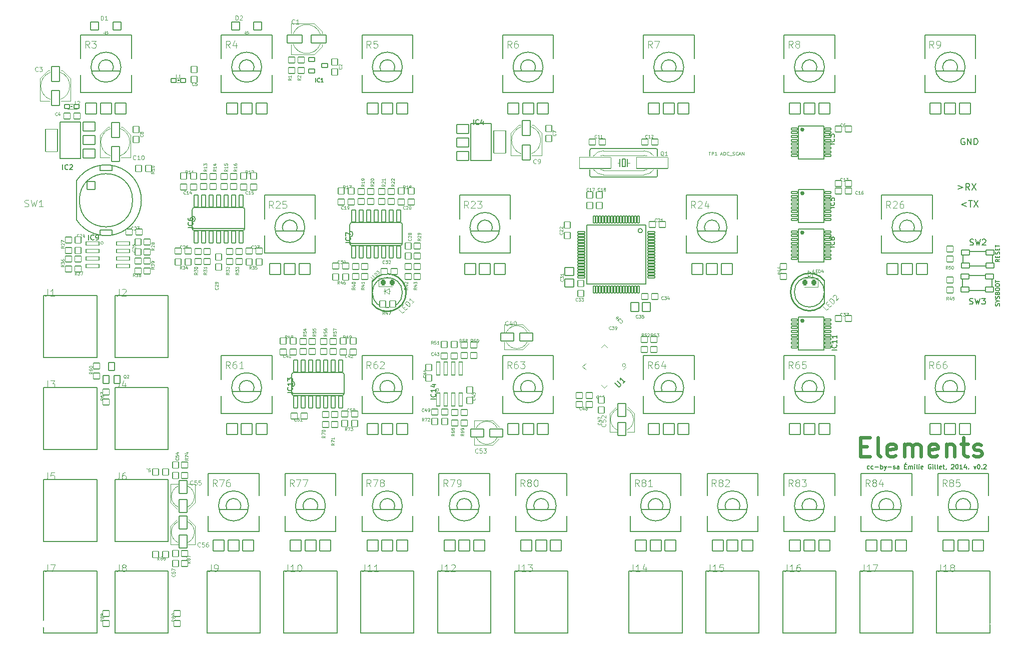
<source format=gbr>
%TF.GenerationSoftware,KiCad,Pcbnew,(6.0.11-0)*%
%TF.CreationDate,2023-03-07T13:47:17+01:00*%
%TF.ProjectId,elements,656c656d-656e-4747-932e-6b696361645f,rev?*%
%TF.SameCoordinates,Original*%
%TF.FileFunction,Legend,Top*%
%TF.FilePolarity,Positive*%
%FSLAX46Y46*%
G04 Gerber Fmt 4.6, Leading zero omitted, Abs format (unit mm)*
G04 Created by KiCad (PCBNEW (6.0.11-0)) date 2023-03-07 13:47:17*
%MOMM*%
%LPD*%
G01*
G04 APERTURE LIST*
G04 Aperture macros list*
%AMRoundRect*
0 Rectangle with rounded corners*
0 $1 Rounding radius*
0 $2 $3 $4 $5 $6 $7 $8 $9 X,Y pos of 4 corners*
0 Add a 4 corners polygon primitive as box body*
4,1,4,$2,$3,$4,$5,$6,$7,$8,$9,$2,$3,0*
0 Add four circle primitives for the rounded corners*
1,1,$1+$1,$2,$3*
1,1,$1+$1,$4,$5*
1,1,$1+$1,$6,$7*
1,1,$1+$1,$8,$9*
0 Add four rect primitives between the rounded corners*
20,1,$1+$1,$2,$3,$4,$5,0*
20,1,$1+$1,$4,$5,$6,$7,0*
20,1,$1+$1,$6,$7,$8,$9,0*
20,1,$1+$1,$8,$9,$2,$3,0*%
%AMRotRect*
0 Rectangle, with rotation*
0 The origin of the aperture is its center*
0 $1 length*
0 $2 width*
0 $3 Rotation angle, in degrees counterclockwise*
0 Add horizontal line*
21,1,$1,$2,0,0,$3*%
%AMFreePoly0*
4,1,25,0.417216,0.947373,0.422118,0.942882,0.942882,0.422118,0.964910,0.374877,0.965200,0.368236,0.965200,-0.368236,0.947373,-0.417216,0.942882,-0.422118,0.422118,-0.942882,0.374877,-0.964910,0.368236,-0.965200,-0.368236,-0.965200,-0.417216,-0.947373,-0.422118,-0.942882,-0.942882,-0.422118,-0.964910,-0.374877,-0.965200,-0.368236,-0.965200,0.368236,-0.947373,0.417216,-0.942882,0.422118,
-0.422118,0.942882,-0.374877,0.964910,-0.368236,0.965200,0.368236,0.965200,0.417216,0.947373,0.417216,0.947373,$1*%
%AMFreePoly1*
4,1,25,0.301485,0.667973,0.306387,0.663482,0.663482,0.306387,0.685510,0.259146,0.685800,0.252505,0.685800,-0.252505,0.667973,-0.301485,0.663482,-0.306387,0.306387,-0.663482,0.259146,-0.685510,0.252505,-0.685800,-0.252505,-0.685800,-0.301485,-0.667973,-0.306387,-0.663482,-0.663482,-0.306387,-0.685510,-0.259146,-0.685800,-0.252505,-0.685800,0.252505,-0.667973,0.301485,-0.663482,0.306387,
-0.306387,0.663482,-0.259146,0.685510,-0.252505,0.685800,0.252505,0.685800,0.301485,0.667973,0.301485,0.667973,$1*%
%AMFreePoly2*
4,1,25,0.575031,1.328373,0.579933,1.323882,1.323882,0.579933,1.345910,0.532692,1.346200,0.526051,1.346200,-0.526051,1.328373,-0.575031,1.323882,-0.579933,0.579933,-1.323882,0.532692,-1.345910,0.526051,-1.346200,-0.526051,-1.346200,-0.575031,-1.328373,-0.579933,-1.323882,-1.323882,-0.579933,-1.345910,-0.532692,-1.346200,-0.526051,-1.346200,0.526051,-1.328373,0.575031,-1.323882,0.579933,
-0.579933,1.323882,-0.532692,1.345910,-0.526051,1.346200,0.526051,1.346200,0.575031,1.328373,0.575031,1.328373,$1*%
%AMFreePoly3*
4,1,25,0.706544,1.645873,0.711446,1.641382,1.641382,0.711446,1.663410,0.664205,1.663700,0.657564,1.663700,-0.657564,1.645873,-0.706544,1.641382,-0.711446,0.711446,-1.641382,0.664205,-1.663410,0.657564,-1.663700,-0.657564,-1.663700,-0.706544,-1.645873,-0.711446,-1.641382,-1.641382,-0.711446,-1.663410,-0.664205,-1.663700,-0.657564,-1.663700,0.657564,-1.645873,0.706544,-1.641382,0.711446,
-0.711446,1.641382,-0.664205,1.663410,-0.657564,1.663700,0.657564,1.663700,0.706544,1.645873,0.706544,1.645873,$1*%
%AMFreePoly4*
4,1,25,0.438258,0.998173,0.443160,0.993682,0.993682,0.443160,1.015710,0.395919,1.016000,0.389278,1.016000,-0.389278,0.998173,-0.438258,0.993682,-0.443160,0.443160,-0.993682,0.395919,-1.015710,0.389278,-1.016000,-0.389278,-1.016000,-0.438258,-0.998173,-0.443160,-0.993682,-0.993682,-0.443160,-1.015710,-0.395919,-1.016000,-0.389278,-1.016000,0.389278,-0.998173,0.438258,-0.993682,0.443160,
-0.443160,0.993682,-0.395919,1.015710,-0.389278,1.016000,0.389278,1.016000,0.438258,0.998173,0.438258,0.998173,$1*%
%AMFreePoly5*
4,1,25,0.269922,0.591773,0.274824,0.587282,0.587282,0.274824,0.609310,0.227583,0.609600,0.220942,0.609600,-0.220942,0.591773,-0.269922,0.587282,-0.274824,0.274824,-0.587282,0.227583,-0.609310,0.220942,-0.609600,-0.220942,-0.609600,-0.269922,-0.591773,-0.274824,-0.587282,-0.587282,-0.274824,-0.609310,-0.227583,-0.609600,-0.220942,-0.609600,0.220942,-0.591773,0.269922,-0.587282,0.274824,
-0.274824,0.587282,-0.227583,0.609310,-0.220942,0.609600,0.220942,0.609600,0.269922,0.591773,0.269922,0.591773,$1*%
G04 Aperture macros list end*
%ADD10C,0.190500*%
%ADD11C,0.130048*%
%ADD12C,0.133350*%
%ADD13C,0.048768*%
%ADD14C,0.571500*%
%ADD15C,0.150000*%
%ADD16C,0.167640*%
%ADD17C,0.093472*%
%ADD18C,0.114300*%
%ADD19C,0.074778*%
%ADD20C,0.044867*%
%ADD21C,0.171450*%
%ADD22C,0.175260*%
%ADD23C,0.100000*%
%ADD24C,0.101600*%
%ADD25C,0.159385*%
%ADD26C,0.120000*%
%ADD27C,0.152400*%
%ADD28C,0.127000*%
%ADD29C,0.203200*%
%ADD30C,0.254000*%
%ADD31C,0.070000*%
%ADD32C,0.375000*%
%ADD33C,0.050800*%
%ADD34RoundRect,0.062500X0.194454X0.282843X-0.282843X-0.194454X-0.194454X-0.282843X0.282843X0.194454X0*%
%ADD35RoundRect,0.062500X-0.194454X0.282843X-0.282843X0.194454X0.194454X-0.282843X0.282843X-0.194454X0*%
%ADD36RotRect,3.350000X3.350000X225.000000*%
%ADD37RoundRect,0.076200X-0.300000X-1.100000X0.300000X-1.100000X0.300000X1.100000X-0.300000X1.100000X0*%
%ADD38RoundRect,0.076200X-1.100000X0.300000X-1.100000X-0.300000X1.100000X-0.300000X1.100000X0.300000X0*%
%ADD39RoundRect,0.076200X-0.700000X-0.700000X0.700000X-0.700000X0.700000X0.700000X-0.700000X0.700000X0*%
%ADD40RoundRect,0.076200X-0.500000X0.550000X-0.500000X-0.550000X0.500000X-0.550000X0.500000X0.550000X0*%
%ADD41RoundRect,0.076200X-0.330200X-1.016000X0.330200X-1.016000X0.330200X1.016000X-0.330200X1.016000X0*%
%ADD42RoundRect,0.076200X0.550000X0.500000X-0.550000X0.500000X-0.550000X-0.500000X0.550000X-0.500000X0*%
%ADD43RoundRect,0.076200X-0.550000X-0.500000X0.550000X-0.500000X0.550000X0.500000X-0.550000X0.500000X0*%
%ADD44C,2.200000*%
%ADD45FreePoly0,180.000000*%
%ADD46RoundRect,0.457200X0.000000X0.000000X0.000000X0.000000X0.000000X0.000000X0.000000X0.000000X0*%
%ADD47RoundRect,0.076200X0.550000X-0.500000X0.550000X0.500000X-0.550000X0.500000X-0.550000X-0.500000X0*%
%ADD48RoundRect,0.076200X0.500000X0.550000X-0.500000X0.550000X-0.500000X-0.550000X0.500000X-0.550000X0*%
%ADD49RoundRect,0.076200X-0.500000X-0.550000X0.500000X-0.550000X0.500000X0.550000X-0.500000X0.550000X0*%
%ADD50RoundRect,0.076200X0.500000X-0.550000X0.500000X0.550000X-0.500000X0.550000X-0.500000X-0.550000X0*%
%ADD51RoundRect,0.076200X-0.550000X0.500000X-0.550000X-0.500000X0.550000X-0.500000X0.550000X0.500000X0*%
%ADD52RoundRect,0.576200X0.000000X0.000000X0.000000X0.000000X0.000000X0.000000X0.000000X0.000000X0*%
%ADD53FreePoly1,180.000000*%
%ADD54RoundRect,0.076200X0.939800X-0.939800X0.939800X0.939800X-0.939800X0.939800X-0.939800X-0.939800X0*%
%ADD55FreePoly2,90.000000*%
%ADD56FreePoly3,90.000000*%
%ADD57FreePoly1,0.000000*%
%ADD58RoundRect,0.076200X0.700000X-1.100000X0.700000X1.100000X-0.700000X1.100000X-0.700000X-1.100000X0*%
%ADD59RoundRect,0.076200X-0.425000X-0.350000X0.425000X-0.350000X0.425000X0.350000X-0.425000X0.350000X0*%
%ADD60RoundRect,0.076200X0.700000X-1.300000X0.700000X1.300000X-0.700000X1.300000X-0.700000X-1.300000X0*%
%ADD61RoundRect,0.076200X0.675000X0.400000X-0.675000X0.400000X-0.675000X-0.400000X0.675000X-0.400000X0*%
%ADD62RoundRect,0.076200X1.003300X-0.749300X1.003300X0.749300X-1.003300X0.749300X-1.003300X-0.749300X0*%
%ADD63RoundRect,0.076200X1.003300X-1.905000X1.003300X1.905000X-1.003300X1.905000X-1.003300X-1.905000X0*%
%ADD64RoundRect,0.076200X0.742462X-0.035355X-0.035355X0.742462X-0.742462X0.035355X0.035355X-0.742462X0*%
%ADD65RoundRect,0.076200X-0.500000X-0.700000X0.500000X-0.700000X0.500000X0.700000X-0.500000X0.700000X0*%
%ADD66RoundRect,0.076200X-0.500000X0.175000X-0.500000X-0.175000X0.500000X-0.175000X0.500000X0.175000X0*%
%ADD67RoundRect,0.076200X0.500000X-0.175000X0.500000X0.175000X-0.500000X0.175000X-0.500000X-0.175000X0*%
%ADD68RoundRect,0.076200X-0.650000X-0.750000X0.650000X-0.750000X0.650000X0.750000X-0.650000X0.750000X0*%
%ADD69RoundRect,0.076200X-1.300000X-0.700000X1.300000X-0.700000X1.300000X0.700000X-1.300000X0.700000X0*%
%ADD70RoundRect,0.076200X-0.700000X1.100000X-0.700000X-1.100000X0.700000X-1.100000X0.700000X1.100000X0*%
%ADD71RoundRect,0.076200X0.150000X0.600000X-0.150000X0.600000X-0.150000X-0.600000X0.150000X-0.600000X0*%
%ADD72RoundRect,0.076200X-0.600000X0.150000X-0.600000X-0.150000X0.600000X-0.150000X0.600000X0.150000X0*%
%ADD73RoundRect,0.076200X-0.150000X-0.600000X0.150000X-0.600000X0.150000X0.600000X-0.150000X0.600000X0*%
%ADD74RoundRect,0.076200X0.600000X-0.150000X0.600000X0.150000X-0.600000X0.150000X-0.600000X-0.150000X0*%
%ADD75RoundRect,0.218750X-0.218750X-0.256250X0.218750X-0.256250X0.218750X0.256250X-0.218750X0.256250X0*%
%ADD76C,1.502400*%
%ADD77RoundRect,0.076200X0.675000X-0.675000X0.675000X0.675000X-0.675000X0.675000X-0.675000X-0.675000X0*%
%ADD78RoundRect,0.076200X-1.100000X-0.700000X1.100000X-0.700000X1.100000X0.700000X-1.100000X0.700000X0*%
%ADD79RoundRect,0.218750X0.218750X0.256250X-0.218750X0.256250X-0.218750X-0.256250X0.218750X-0.256250X0*%
%ADD80RoundRect,0.076200X-0.750000X0.650000X-0.750000X-0.650000X0.750000X-0.650000X0.750000X0.650000X0*%
%ADD81RoundRect,0.076200X-1.003300X0.749300X-1.003300X-0.749300X1.003300X-0.749300X1.003300X0.749300X0*%
%ADD82RoundRect,0.076200X-1.003300X1.905000X-1.003300X-1.905000X1.003300X-1.905000X1.003300X1.905000X0*%
%ADD83RoundRect,0.076200X-2.667000X-0.965200X2.667000X-0.965200X2.667000X0.965200X-2.667000X0.965200X0*%
%ADD84RoundRect,0.076200X-0.500000X0.350000X-0.500000X-0.350000X0.500000X-0.350000X0.500000X0.350000X0*%
%ADD85C,2.032000*%
%ADD86FreePoly4,0.000000*%
%ADD87FreePoly5,270.000000*%
G04 APERTURE END LIST*
D10*
X223946301Y-73920500D02*
X223843491Y-73869095D01*
X223689277Y-73869095D01*
X223535063Y-73920500D01*
X223432253Y-74023309D01*
X223380848Y-74126119D01*
X223329444Y-74331738D01*
X223329444Y-74485952D01*
X223380848Y-74691571D01*
X223432253Y-74794380D01*
X223535063Y-74897190D01*
X223689277Y-74948595D01*
X223792086Y-74948595D01*
X223946301Y-74897190D01*
X223997705Y-74845785D01*
X223997705Y-74485952D01*
X223792086Y-74485952D01*
X224460348Y-74948595D02*
X224460348Y-73869095D01*
X225077205Y-74948595D01*
X225077205Y-73869095D01*
X225591253Y-74948595D02*
X225591253Y-73869095D01*
X225848277Y-73869095D01*
X226002491Y-73920500D01*
X226105301Y-74023309D01*
X226156705Y-74126119D01*
X226208110Y-74331738D01*
X226208110Y-74485952D01*
X226156705Y-74691571D01*
X226105301Y-74794380D01*
X226002491Y-74897190D01*
X225848277Y-74948595D01*
X225591253Y-74948595D01*
X224303325Y-84778928D02*
X223480848Y-85087357D01*
X224303325Y-85395785D01*
X224663158Y-84419095D02*
X225280015Y-84419095D01*
X224971586Y-85498595D02*
X224971586Y-84419095D01*
X225537039Y-84419095D02*
X226256705Y-85498595D01*
X226256705Y-84419095D02*
X225537039Y-85498595D01*
X222880848Y-81878928D02*
X223703325Y-82187357D01*
X222880848Y-82495785D01*
X224834229Y-82598595D02*
X224474396Y-82084547D01*
X224217372Y-82598595D02*
X224217372Y-81519095D01*
X224628610Y-81519095D01*
X224731420Y-81570500D01*
X224782825Y-81621904D01*
X224834229Y-81724714D01*
X224834229Y-81878928D01*
X224782825Y-81981738D01*
X224731420Y-82033142D01*
X224628610Y-82084547D01*
X224217372Y-82084547D01*
X225194063Y-81519095D02*
X225913729Y-82598595D01*
X225913729Y-81519095D02*
X225194063Y-82598595D01*
D11*
X229873440Y-94380067D02*
X229548320Y-94607651D01*
X229873440Y-94770211D02*
X229190688Y-94770211D01*
X229190688Y-94510115D01*
X229223200Y-94445091D01*
X229255712Y-94412579D01*
X229320736Y-94380067D01*
X229418272Y-94380067D01*
X229483296Y-94412579D01*
X229515808Y-94445091D01*
X229548320Y-94510115D01*
X229548320Y-94770211D01*
X229515808Y-94087459D02*
X229515808Y-93859875D01*
X229873440Y-93762339D02*
X229873440Y-94087459D01*
X229190688Y-94087459D01*
X229190688Y-93762339D01*
X229840928Y-93502243D02*
X229873440Y-93404707D01*
X229873440Y-93242147D01*
X229840928Y-93177123D01*
X229808416Y-93144611D01*
X229743392Y-93112099D01*
X229678368Y-93112099D01*
X229613344Y-93144611D01*
X229580832Y-93177123D01*
X229548320Y-93242147D01*
X229515808Y-93372195D01*
X229483296Y-93437219D01*
X229450784Y-93469731D01*
X229385760Y-93502243D01*
X229320736Y-93502243D01*
X229255712Y-93469731D01*
X229223200Y-93437219D01*
X229190688Y-93372195D01*
X229190688Y-93209635D01*
X229223200Y-93112099D01*
X229515808Y-92819491D02*
X229515808Y-92591907D01*
X229873440Y-92494371D02*
X229873440Y-92819491D01*
X229190688Y-92819491D01*
X229190688Y-92494371D01*
X229190688Y-92299299D02*
X229190688Y-91909155D01*
X229873440Y-92104227D02*
X229190688Y-92104227D01*
D12*
X207854655Y-129817283D02*
X207782689Y-129853266D01*
X207638755Y-129853266D01*
X207566789Y-129817283D01*
X207530805Y-129781300D01*
X207494822Y-129709333D01*
X207494822Y-129493433D01*
X207530805Y-129421466D01*
X207566789Y-129385483D01*
X207638755Y-129349500D01*
X207782689Y-129349500D01*
X207854655Y-129385483D01*
X208502355Y-129817283D02*
X208430389Y-129853266D01*
X208286455Y-129853266D01*
X208214489Y-129817283D01*
X208178505Y-129781300D01*
X208142522Y-129709333D01*
X208142522Y-129493433D01*
X208178505Y-129421466D01*
X208214489Y-129385483D01*
X208286455Y-129349500D01*
X208430389Y-129349500D01*
X208502355Y-129385483D01*
X208826205Y-129565400D02*
X209401939Y-129565400D01*
X209761772Y-129853266D02*
X209761772Y-129097616D01*
X209761772Y-129385483D02*
X209833739Y-129349500D01*
X209977672Y-129349500D01*
X210049639Y-129385483D01*
X210085622Y-129421466D01*
X210121605Y-129493433D01*
X210121605Y-129709333D01*
X210085622Y-129781300D01*
X210049639Y-129817283D01*
X209977672Y-129853266D01*
X209833739Y-129853266D01*
X209761772Y-129817283D01*
X210373489Y-129349500D02*
X210553405Y-129853266D01*
X210733322Y-129349500D02*
X210553405Y-129853266D01*
X210481439Y-130033183D01*
X210445455Y-130069166D01*
X210373489Y-130105150D01*
X211021189Y-129565400D02*
X211596922Y-129565400D01*
X211920772Y-129817283D02*
X211992739Y-129853266D01*
X212136672Y-129853266D01*
X212208639Y-129817283D01*
X212244622Y-129745316D01*
X212244622Y-129709333D01*
X212208639Y-129637366D01*
X212136672Y-129601383D01*
X212028722Y-129601383D01*
X211956755Y-129565400D01*
X211920772Y-129493433D01*
X211920772Y-129457450D01*
X211956755Y-129385483D01*
X212028722Y-129349500D01*
X212136672Y-129349500D01*
X212208639Y-129385483D01*
X212892322Y-129853266D02*
X212892322Y-129457450D01*
X212856339Y-129385483D01*
X212784372Y-129349500D01*
X212640439Y-129349500D01*
X212568472Y-129385483D01*
X212892322Y-129817283D02*
X212820355Y-129853266D01*
X212640439Y-129853266D01*
X212568472Y-129817283D01*
X212532489Y-129745316D01*
X212532489Y-129673350D01*
X212568472Y-129601383D01*
X212640439Y-129565400D01*
X212820355Y-129565400D01*
X212892322Y-129529416D01*
X213827889Y-129457450D02*
X214079772Y-129457450D01*
X214187722Y-129853266D02*
X213827889Y-129853266D01*
X213827889Y-129097616D01*
X214187722Y-129097616D01*
X214079772Y-128809750D02*
X213971822Y-128917700D01*
X214511572Y-129853266D02*
X214511572Y-129349500D01*
X214511572Y-129421466D02*
X214547555Y-129385483D01*
X214619522Y-129349500D01*
X214727472Y-129349500D01*
X214799439Y-129385483D01*
X214835422Y-129457450D01*
X214835422Y-129853266D01*
X214835422Y-129457450D02*
X214871405Y-129385483D01*
X214943372Y-129349500D01*
X215051322Y-129349500D01*
X215123289Y-129385483D01*
X215159272Y-129457450D01*
X215159272Y-129853266D01*
X215519105Y-129853266D02*
X215519105Y-129349500D01*
X215519105Y-129097616D02*
X215483122Y-129133600D01*
X215519105Y-129169583D01*
X215555089Y-129133600D01*
X215519105Y-129097616D01*
X215519105Y-129169583D01*
X215986889Y-129853266D02*
X215914922Y-129817283D01*
X215878939Y-129745316D01*
X215878939Y-129097616D01*
X216274755Y-129853266D02*
X216274755Y-129349500D01*
X216274755Y-129097616D02*
X216238772Y-129133600D01*
X216274755Y-129169583D01*
X216310739Y-129133600D01*
X216274755Y-129097616D01*
X216274755Y-129169583D01*
X216922455Y-129817283D02*
X216850489Y-129853266D01*
X216706555Y-129853266D01*
X216634589Y-129817283D01*
X216598605Y-129745316D01*
X216598605Y-129457450D01*
X216634589Y-129385483D01*
X216706555Y-129349500D01*
X216850489Y-129349500D01*
X216922455Y-129385483D01*
X216958439Y-129457450D01*
X216958439Y-129529416D01*
X216598605Y-129601383D01*
X218253839Y-129133600D02*
X218181872Y-129097616D01*
X218073922Y-129097616D01*
X217965972Y-129133600D01*
X217894005Y-129205566D01*
X217858022Y-129277533D01*
X217822039Y-129421466D01*
X217822039Y-129529416D01*
X217858022Y-129673350D01*
X217894005Y-129745316D01*
X217965972Y-129817283D01*
X218073922Y-129853266D01*
X218145889Y-129853266D01*
X218253839Y-129817283D01*
X218289822Y-129781300D01*
X218289822Y-129529416D01*
X218145889Y-129529416D01*
X218613672Y-129853266D02*
X218613672Y-129349500D01*
X218613672Y-129097616D02*
X218577689Y-129133600D01*
X218613672Y-129169583D01*
X218649655Y-129133600D01*
X218613672Y-129097616D01*
X218613672Y-129169583D01*
X219081455Y-129853266D02*
X219009489Y-129817283D01*
X218973505Y-129745316D01*
X218973505Y-129097616D01*
X219477272Y-129853266D02*
X219405305Y-129817283D01*
X219369322Y-129745316D01*
X219369322Y-129097616D01*
X220053005Y-129817283D02*
X219981039Y-129853266D01*
X219837105Y-129853266D01*
X219765139Y-129817283D01*
X219729155Y-129745316D01*
X219729155Y-129457450D01*
X219765139Y-129385483D01*
X219837105Y-129349500D01*
X219981039Y-129349500D01*
X220053005Y-129385483D01*
X220088989Y-129457450D01*
X220088989Y-129529416D01*
X219729155Y-129601383D01*
X220304889Y-129349500D02*
X220592755Y-129349500D01*
X220412839Y-129097616D02*
X220412839Y-129745316D01*
X220448822Y-129817283D01*
X220520789Y-129853266D01*
X220592755Y-129853266D01*
X220880622Y-129817283D02*
X220880622Y-129853266D01*
X220844639Y-129925233D01*
X220808655Y-129961216D01*
X221744222Y-129169583D02*
X221780205Y-129133600D01*
X221852172Y-129097616D01*
X222032089Y-129097616D01*
X222104055Y-129133600D01*
X222140039Y-129169583D01*
X222176022Y-129241550D01*
X222176022Y-129313516D01*
X222140039Y-129421466D01*
X221708239Y-129853266D01*
X222176022Y-129853266D01*
X222643805Y-129097616D02*
X222715772Y-129097616D01*
X222787739Y-129133600D01*
X222823722Y-129169583D01*
X222859705Y-129241550D01*
X222895689Y-129385483D01*
X222895689Y-129565400D01*
X222859705Y-129709333D01*
X222823722Y-129781300D01*
X222787739Y-129817283D01*
X222715772Y-129853266D01*
X222643805Y-129853266D01*
X222571839Y-129817283D01*
X222535855Y-129781300D01*
X222499872Y-129709333D01*
X222463889Y-129565400D01*
X222463889Y-129385483D01*
X222499872Y-129241550D01*
X222535855Y-129169583D01*
X222571839Y-129133600D01*
X222643805Y-129097616D01*
X223615355Y-129853266D02*
X223183555Y-129853266D01*
X223399455Y-129853266D02*
X223399455Y-129097616D01*
X223327489Y-129205566D01*
X223255522Y-129277533D01*
X223183555Y-129313516D01*
X224263055Y-129349500D02*
X224263055Y-129853266D01*
X224083139Y-129061633D02*
X223903222Y-129601383D01*
X224371005Y-129601383D01*
X224658872Y-129781300D02*
X224694855Y-129817283D01*
X224658872Y-129853266D01*
X224622889Y-129817283D01*
X224658872Y-129781300D01*
X224658872Y-129853266D01*
X225522472Y-129349500D02*
X225702389Y-129853266D01*
X225882305Y-129349500D01*
X226314105Y-129097616D02*
X226386072Y-129097616D01*
X226458039Y-129133600D01*
X226494022Y-129169583D01*
X226530005Y-129241550D01*
X226565989Y-129385483D01*
X226565989Y-129565400D01*
X226530005Y-129709333D01*
X226494022Y-129781300D01*
X226458039Y-129817283D01*
X226386072Y-129853266D01*
X226314105Y-129853266D01*
X226242139Y-129817283D01*
X226206155Y-129781300D01*
X226170172Y-129709333D01*
X226134189Y-129565400D01*
X226134189Y-129385483D01*
X226170172Y-129241550D01*
X226206155Y-129169583D01*
X226242139Y-129133600D01*
X226314105Y-129097616D01*
X226889839Y-129781300D02*
X226925822Y-129817283D01*
X226889839Y-129853266D01*
X226853855Y-129817283D01*
X226889839Y-129781300D01*
X226889839Y-129853266D01*
X227213689Y-129169583D02*
X227249672Y-129133600D01*
X227321639Y-129097616D01*
X227501555Y-129097616D01*
X227573522Y-129133600D01*
X227609505Y-129169583D01*
X227645489Y-129241550D01*
X227645489Y-129313516D01*
X227609505Y-129421466D01*
X227177705Y-129853266D01*
X227645489Y-129853266D01*
D11*
X229840928Y-102233251D02*
X229873440Y-102135715D01*
X229873440Y-101973155D01*
X229840928Y-101908131D01*
X229808416Y-101875619D01*
X229743392Y-101843107D01*
X229678368Y-101843107D01*
X229613344Y-101875619D01*
X229580832Y-101908131D01*
X229548320Y-101973155D01*
X229515808Y-102103203D01*
X229483296Y-102168227D01*
X229450784Y-102200739D01*
X229385760Y-102233251D01*
X229320736Y-102233251D01*
X229255712Y-102200739D01*
X229223200Y-102168227D01*
X229190688Y-102103203D01*
X229190688Y-101940643D01*
X229223200Y-101843107D01*
X229548320Y-101420451D02*
X229873440Y-101420451D01*
X229190688Y-101648035D02*
X229548320Y-101420451D01*
X229190688Y-101192867D01*
X229840928Y-100997795D02*
X229873440Y-100900259D01*
X229873440Y-100737699D01*
X229840928Y-100672675D01*
X229808416Y-100640163D01*
X229743392Y-100607651D01*
X229678368Y-100607651D01*
X229613344Y-100640163D01*
X229580832Y-100672675D01*
X229548320Y-100737699D01*
X229515808Y-100867747D01*
X229483296Y-100932771D01*
X229450784Y-100965283D01*
X229385760Y-100997795D01*
X229320736Y-100997795D01*
X229255712Y-100965283D01*
X229223200Y-100932771D01*
X229190688Y-100867747D01*
X229190688Y-100705187D01*
X229223200Y-100607651D01*
X229515808Y-100087459D02*
X229548320Y-99989923D01*
X229580832Y-99957411D01*
X229645856Y-99924899D01*
X229743392Y-99924899D01*
X229808416Y-99957411D01*
X229840928Y-99989923D01*
X229873440Y-100054947D01*
X229873440Y-100315043D01*
X229190688Y-100315043D01*
X229190688Y-100087459D01*
X229223200Y-100022435D01*
X229255712Y-99989923D01*
X229320736Y-99957411D01*
X229385760Y-99957411D01*
X229450784Y-99989923D01*
X229483296Y-100022435D01*
X229515808Y-100087459D01*
X229515808Y-100315043D01*
X229190688Y-99502243D02*
X229190688Y-99372195D01*
X229223200Y-99307171D01*
X229288224Y-99242147D01*
X229418272Y-99209635D01*
X229645856Y-99209635D01*
X229775904Y-99242147D01*
X229840928Y-99307171D01*
X229873440Y-99372195D01*
X229873440Y-99502243D01*
X229840928Y-99567267D01*
X229775904Y-99632291D01*
X229645856Y-99664803D01*
X229418272Y-99664803D01*
X229288224Y-99632291D01*
X229223200Y-99567267D01*
X229190688Y-99502243D01*
X229190688Y-98786979D02*
X229190688Y-98656931D01*
X229223200Y-98591907D01*
X229288224Y-98526883D01*
X229418272Y-98494371D01*
X229645856Y-98494371D01*
X229775904Y-98526883D01*
X229840928Y-98591907D01*
X229873440Y-98656931D01*
X229873440Y-98786979D01*
X229840928Y-98852003D01*
X229775904Y-98917027D01*
X229645856Y-98949539D01*
X229418272Y-98949539D01*
X229288224Y-98917027D01*
X229223200Y-98852003D01*
X229190688Y-98786979D01*
X229190688Y-98299299D02*
X229190688Y-97909155D01*
X229873440Y-98104227D02*
X229190688Y-98104227D01*
D13*
X180653711Y-76158561D02*
X180974187Y-76158561D01*
X180813949Y-76719393D02*
X180813949Y-76158561D01*
X181161131Y-76719393D02*
X181161131Y-76158561D01*
X181374781Y-76158561D01*
X181428194Y-76185268D01*
X181454900Y-76211974D01*
X181481606Y-76265386D01*
X181481606Y-76345505D01*
X181454900Y-76398918D01*
X181428194Y-76425624D01*
X181374781Y-76452330D01*
X181161131Y-76452330D01*
X182015732Y-76719393D02*
X181695256Y-76719393D01*
X181855494Y-76719393D02*
X181855494Y-76158561D01*
X181802082Y-76238680D01*
X181748669Y-76292093D01*
X181695256Y-76318799D01*
X182656683Y-76559156D02*
X182923746Y-76559156D01*
X182603270Y-76719393D02*
X182790214Y-76158561D01*
X182977158Y-76719393D01*
X183164102Y-76719393D02*
X183164102Y-76158561D01*
X183297634Y-76158561D01*
X183377752Y-76185268D01*
X183431165Y-76238680D01*
X183457871Y-76292093D01*
X183484578Y-76398918D01*
X183484578Y-76479037D01*
X183457871Y-76585862D01*
X183431165Y-76639274D01*
X183377752Y-76692687D01*
X183297634Y-76719393D01*
X183164102Y-76719393D01*
X184045410Y-76665981D02*
X184018703Y-76692687D01*
X183938584Y-76719393D01*
X183885172Y-76719393D01*
X183805053Y-76692687D01*
X183751640Y-76639274D01*
X183724934Y-76585862D01*
X183698228Y-76479037D01*
X183698228Y-76398918D01*
X183724934Y-76292093D01*
X183751640Y-76238680D01*
X183805053Y-76185268D01*
X183885172Y-76158561D01*
X183938584Y-76158561D01*
X184018703Y-76185268D01*
X184045410Y-76211974D01*
X184152235Y-76772806D02*
X184579535Y-76772806D01*
X184686360Y-76692687D02*
X184766479Y-76719393D01*
X184900011Y-76719393D01*
X184953423Y-76692687D01*
X184980130Y-76665981D01*
X185006836Y-76612568D01*
X185006836Y-76559156D01*
X184980130Y-76505743D01*
X184953423Y-76479037D01*
X184900011Y-76452330D01*
X184793186Y-76425624D01*
X184739773Y-76398918D01*
X184713067Y-76372212D01*
X184686360Y-76318799D01*
X184686360Y-76265386D01*
X184713067Y-76211974D01*
X184739773Y-76185268D01*
X184793186Y-76158561D01*
X184926717Y-76158561D01*
X185006836Y-76185268D01*
X185567668Y-76665981D02*
X185540962Y-76692687D01*
X185460843Y-76719393D01*
X185407430Y-76719393D01*
X185327311Y-76692687D01*
X185273899Y-76639274D01*
X185247192Y-76585862D01*
X185220486Y-76479037D01*
X185220486Y-76398918D01*
X185247192Y-76292093D01*
X185273899Y-76238680D01*
X185327311Y-76185268D01*
X185407430Y-76158561D01*
X185460843Y-76158561D01*
X185540962Y-76185268D01*
X185567668Y-76211974D01*
X185781318Y-76559156D02*
X186048381Y-76559156D01*
X185727906Y-76719393D02*
X185914850Y-76158561D01*
X186101794Y-76719393D01*
X186288738Y-76719393D02*
X186288738Y-76158561D01*
X186609213Y-76719393D01*
X186609213Y-76158561D01*
D14*
X206377267Y-126076528D02*
X207456767Y-126076528D01*
X207919410Y-127772885D02*
X206377267Y-127772885D01*
X206377267Y-124534385D01*
X207919410Y-124534385D01*
X209769982Y-127772885D02*
X209461553Y-127618671D01*
X209307339Y-127310242D01*
X209307339Y-124534385D01*
X212237410Y-127618671D02*
X211928982Y-127772885D01*
X211312125Y-127772885D01*
X211003696Y-127618671D01*
X210849482Y-127310242D01*
X210849482Y-126076528D01*
X211003696Y-125768100D01*
X211312125Y-125613885D01*
X211928982Y-125613885D01*
X212237410Y-125768100D01*
X212391625Y-126076528D01*
X212391625Y-126384957D01*
X210849482Y-126693385D01*
X213779553Y-127772885D02*
X213779553Y-125613885D01*
X213779553Y-125922314D02*
X213933767Y-125768100D01*
X214242196Y-125613885D01*
X214704839Y-125613885D01*
X215013267Y-125768100D01*
X215167482Y-126076528D01*
X215167482Y-127772885D01*
X215167482Y-126076528D02*
X215321696Y-125768100D01*
X215630125Y-125613885D01*
X216092767Y-125613885D01*
X216401196Y-125768100D01*
X216555410Y-126076528D01*
X216555410Y-127772885D01*
X219331267Y-127618671D02*
X219022839Y-127772885D01*
X218405982Y-127772885D01*
X218097553Y-127618671D01*
X217943339Y-127310242D01*
X217943339Y-126076528D01*
X218097553Y-125768100D01*
X218405982Y-125613885D01*
X219022839Y-125613885D01*
X219331267Y-125768100D01*
X219485482Y-126076528D01*
X219485482Y-126384957D01*
X217943339Y-126693385D01*
X220873410Y-125613885D02*
X220873410Y-127772885D01*
X220873410Y-125922314D02*
X221027625Y-125768100D01*
X221336053Y-125613885D01*
X221798696Y-125613885D01*
X222107125Y-125768100D01*
X222261339Y-126076528D01*
X222261339Y-127772885D01*
X223340839Y-125613885D02*
X224574553Y-125613885D01*
X223803482Y-124534385D02*
X223803482Y-127310242D01*
X223957696Y-127618671D01*
X224266125Y-127772885D01*
X224574553Y-127772885D01*
X225499839Y-127618671D02*
X225808267Y-127772885D01*
X226425125Y-127772885D01*
X226733553Y-127618671D01*
X226887767Y-127310242D01*
X226887767Y-127156028D01*
X226733553Y-126847600D01*
X226425125Y-126693385D01*
X225962482Y-126693385D01*
X225654053Y-126539171D01*
X225499839Y-126230742D01*
X225499839Y-126076528D01*
X225654053Y-125768100D01*
X225962482Y-125613885D01*
X226425125Y-125613885D01*
X226733553Y-125768100D01*
D15*
%TO.C,U1*%
X164761032Y-115338528D02*
X165333452Y-115910948D01*
X165434467Y-115944620D01*
X165501811Y-115944620D01*
X165602826Y-115910948D01*
X165737513Y-115776261D01*
X165771185Y-115675246D01*
X165771185Y-115607902D01*
X165737513Y-115506887D01*
X165165093Y-114934467D01*
X166579307Y-114934467D02*
X166175246Y-115338528D01*
X166377276Y-115136498D02*
X165670170Y-114429391D01*
X165703841Y-114597750D01*
X165703841Y-114732437D01*
X165670170Y-114833452D01*
D16*
%TO.C,IC14*%
X134470381Y-118027643D02*
X133622021Y-118027643D01*
X134389585Y-117138885D02*
X134429983Y-117179283D01*
X134470381Y-117300477D01*
X134470381Y-117381274D01*
X134429983Y-117502468D01*
X134349187Y-117583264D01*
X134268391Y-117623662D01*
X134106799Y-117664060D01*
X133985604Y-117664060D01*
X133824012Y-117623662D01*
X133743216Y-117583264D01*
X133662420Y-117502468D01*
X133622021Y-117381274D01*
X133622021Y-117300477D01*
X133662420Y-117179283D01*
X133702818Y-117138885D01*
X134470381Y-116330923D02*
X134470381Y-116815700D01*
X134470381Y-116573312D02*
X133622021Y-116573312D01*
X133743216Y-116654108D01*
X133824012Y-116734904D01*
X133864410Y-116815700D01*
X133904808Y-115603757D02*
X134470381Y-115603757D01*
X133581623Y-115805748D02*
X134187595Y-116007738D01*
X134187595Y-115482563D01*
%TO.C,IC9*%
X75710956Y-91083781D02*
X75710956Y-90235421D01*
X76599714Y-91002985D02*
X76559316Y-91043383D01*
X76438122Y-91083781D01*
X76357326Y-91083781D01*
X76236131Y-91043383D01*
X76155335Y-90962587D01*
X76114937Y-90881791D01*
X76074539Y-90720199D01*
X76074539Y-90599004D01*
X76114937Y-90437412D01*
X76155335Y-90356616D01*
X76236131Y-90275820D01*
X76357326Y-90235421D01*
X76438122Y-90235421D01*
X76559316Y-90275820D01*
X76599714Y-90316218D01*
X77003695Y-91083781D02*
X77165287Y-91083781D01*
X77246084Y-91043383D01*
X77286482Y-91002985D01*
X77367278Y-90881791D01*
X77407676Y-90720199D01*
X77407676Y-90397014D01*
X77367278Y-90316218D01*
X77326880Y-90275820D01*
X77246084Y-90235421D01*
X77084491Y-90235421D01*
X77003695Y-90275820D01*
X76963297Y-90316218D01*
X76922899Y-90397014D01*
X76922899Y-90599004D01*
X76963297Y-90679800D01*
X77003695Y-90720199D01*
X77084491Y-90760597D01*
X77246084Y-90760597D01*
X77326880Y-90720199D01*
X77367278Y-90679800D01*
X77407676Y-90599004D01*
D17*
%TO.C,D2*%
X100632025Y-53825410D02*
X100632025Y-53106082D01*
X100803293Y-53106082D01*
X100906055Y-53140336D01*
X100974562Y-53208843D01*
X101008816Y-53277350D01*
X101043069Y-53414365D01*
X101043069Y-53517126D01*
X101008816Y-53654141D01*
X100974562Y-53722649D01*
X100906055Y-53791156D01*
X100803293Y-53825410D01*
X100632025Y-53825410D01*
X101317099Y-53174589D02*
X101351353Y-53140336D01*
X101419860Y-53106082D01*
X101591129Y-53106082D01*
X101659636Y-53140336D01*
X101693890Y-53174589D01*
X101728144Y-53243097D01*
X101728144Y-53311604D01*
X101693890Y-53414365D01*
X101282845Y-53825410D01*
X101728144Y-53825410D01*
%TO.C,D1*%
X77783125Y-53875410D02*
X77783125Y-53156082D01*
X77954393Y-53156082D01*
X78057155Y-53190336D01*
X78125662Y-53258843D01*
X78159916Y-53327350D01*
X78194169Y-53464365D01*
X78194169Y-53567126D01*
X78159916Y-53704141D01*
X78125662Y-53772649D01*
X78057155Y-53841156D01*
X77954393Y-53875410D01*
X77783125Y-53875410D01*
X78879244Y-53875410D02*
X78468199Y-53875410D01*
X78673721Y-53875410D02*
X78673721Y-53156082D01*
X78605214Y-53258843D01*
X78536707Y-53327350D01*
X78468199Y-53361604D01*
%TO.C,C33*%
X158471432Y-101377931D02*
X158446854Y-101402508D01*
X158373122Y-101427086D01*
X158323967Y-101427086D01*
X158250234Y-101402508D01*
X158201079Y-101353353D01*
X158176501Y-101304198D01*
X158151924Y-101205888D01*
X158151924Y-101132156D01*
X158176501Y-101033846D01*
X158201079Y-100984691D01*
X158250234Y-100935536D01*
X158323967Y-100910958D01*
X158373122Y-100910958D01*
X158446854Y-100935536D01*
X158471432Y-100960113D01*
X158643474Y-100910958D02*
X158962982Y-100910958D01*
X158790939Y-101107578D01*
X158864672Y-101107578D01*
X158913827Y-101132156D01*
X158938405Y-101156733D01*
X158962982Y-101205888D01*
X158962982Y-101328776D01*
X158938405Y-101377931D01*
X158913827Y-101402508D01*
X158864672Y-101427086D01*
X158717207Y-101427086D01*
X158668052Y-101402508D01*
X158643474Y-101377931D01*
X159135025Y-100910958D02*
X159454533Y-100910958D01*
X159282490Y-101107578D01*
X159356223Y-101107578D01*
X159405378Y-101132156D01*
X159429955Y-101156733D01*
X159454533Y-101205888D01*
X159454533Y-101328776D01*
X159429955Y-101377931D01*
X159405378Y-101402508D01*
X159356223Y-101427086D01*
X159208757Y-101427086D01*
X159159602Y-101402508D01*
X159135025Y-101377931D01*
D16*
%TO.C,IC7*%
X120055881Y-91548143D02*
X119207521Y-91548143D01*
X119975085Y-90659385D02*
X120015483Y-90699783D01*
X120055881Y-90820977D01*
X120055881Y-90901774D01*
X120015483Y-91022968D01*
X119934687Y-91103764D01*
X119853891Y-91144162D01*
X119692299Y-91184560D01*
X119571104Y-91184560D01*
X119409512Y-91144162D01*
X119328716Y-91103764D01*
X119247920Y-91022968D01*
X119207521Y-90901774D01*
X119207521Y-90820977D01*
X119247920Y-90699783D01*
X119288318Y-90659385D01*
X119207521Y-90376598D02*
X119207521Y-89811025D01*
X120055881Y-90174608D01*
D17*
%TO.C,C4*%
X70380482Y-69945431D02*
X70355905Y-69970008D01*
X70282172Y-69994586D01*
X70233017Y-69994586D01*
X70159284Y-69970008D01*
X70110129Y-69920853D01*
X70085552Y-69871698D01*
X70060974Y-69773388D01*
X70060974Y-69699656D01*
X70085552Y-69601346D01*
X70110129Y-69552191D01*
X70159284Y-69503036D01*
X70233017Y-69478458D01*
X70282172Y-69478458D01*
X70355905Y-69503036D01*
X70380482Y-69527613D01*
X70822878Y-69650501D02*
X70822878Y-69994586D01*
X70699990Y-69453880D02*
X70577102Y-69822543D01*
X70896610Y-69822543D01*
%TO.C,C34*%
X172977174Y-101110131D02*
X172952597Y-101134708D01*
X172878864Y-101159286D01*
X172829709Y-101159286D01*
X172755976Y-101134708D01*
X172706821Y-101085553D01*
X172682244Y-101036398D01*
X172657666Y-100938088D01*
X172657666Y-100864356D01*
X172682244Y-100766046D01*
X172706821Y-100716891D01*
X172755976Y-100667736D01*
X172829709Y-100643158D01*
X172878864Y-100643158D01*
X172952597Y-100667736D01*
X172977174Y-100692313D01*
X173149217Y-100643158D02*
X173468725Y-100643158D01*
X173296682Y-100839778D01*
X173370415Y-100839778D01*
X173419570Y-100864356D01*
X173444147Y-100888933D01*
X173468725Y-100938088D01*
X173468725Y-101060976D01*
X173444147Y-101110131D01*
X173419570Y-101134708D01*
X173370415Y-101159286D01*
X173222949Y-101159286D01*
X173173794Y-101134708D01*
X173149217Y-101110131D01*
X173911120Y-100815201D02*
X173911120Y-101159286D01*
X173788232Y-100618580D02*
X173665345Y-100987243D01*
X173984853Y-100987243D01*
%TO.C,J16*%
X193890633Y-146031810D02*
X193890633Y-146872188D01*
X193834608Y-147040263D01*
X193722557Y-147152313D01*
X193554482Y-147208338D01*
X193442432Y-147208338D01*
X195067161Y-147208338D02*
X194394859Y-147208338D01*
X194731010Y-147208338D02*
X194731010Y-146031810D01*
X194618960Y-146199886D01*
X194506909Y-146311936D01*
X194394859Y-146367961D01*
X196075613Y-146031810D02*
X195851513Y-146031810D01*
X195739463Y-146087836D01*
X195683437Y-146143861D01*
X195571387Y-146311936D01*
X195515362Y-146536037D01*
X195515362Y-146984238D01*
X195571387Y-147096288D01*
X195627412Y-147152313D01*
X195739463Y-147208338D01*
X195963563Y-147208338D01*
X196075613Y-147152313D01*
X196131639Y-147096288D01*
X196187664Y-146984238D01*
X196187664Y-146704112D01*
X196131639Y-146592062D01*
X196075613Y-146536037D01*
X195963563Y-146480012D01*
X195739463Y-146480012D01*
X195627412Y-146536037D01*
X195571387Y-146592062D01*
X195515362Y-146704112D01*
%TO.C,C41*%
X108941432Y-110902931D02*
X108916854Y-110927508D01*
X108843122Y-110952086D01*
X108793967Y-110952086D01*
X108720234Y-110927508D01*
X108671079Y-110878353D01*
X108646501Y-110829198D01*
X108621924Y-110730888D01*
X108621924Y-110657156D01*
X108646501Y-110558846D01*
X108671079Y-110509691D01*
X108720234Y-110460536D01*
X108793967Y-110435958D01*
X108843122Y-110435958D01*
X108916854Y-110460536D01*
X108941432Y-110485113D01*
X109383827Y-110608001D02*
X109383827Y-110952086D01*
X109260939Y-110411380D02*
X109138052Y-110780043D01*
X109457560Y-110780043D01*
X109924533Y-110952086D02*
X109629602Y-110952086D01*
X109777067Y-110952086D02*
X109777067Y-110435958D01*
X109727912Y-110509691D01*
X109678757Y-110558846D01*
X109629602Y-110583423D01*
%TO.C,J2*%
X80860633Y-99359310D02*
X80860633Y-100199688D01*
X80804608Y-100367763D01*
X80692557Y-100479813D01*
X80524482Y-100535838D01*
X80412432Y-100535838D01*
X81364859Y-99471361D02*
X81420884Y-99415336D01*
X81532935Y-99359310D01*
X81813060Y-99359310D01*
X81925111Y-99415336D01*
X81981136Y-99471361D01*
X82037161Y-99583411D01*
X82037161Y-99695461D01*
X81981136Y-99863537D01*
X81308834Y-100535838D01*
X82037161Y-100535838D01*
%TO.C,C20*%
X129261432Y-85820431D02*
X129236854Y-85845008D01*
X129163122Y-85869586D01*
X129113967Y-85869586D01*
X129040234Y-85845008D01*
X128991079Y-85795853D01*
X128966501Y-85746698D01*
X128941924Y-85648388D01*
X128941924Y-85574656D01*
X128966501Y-85476346D01*
X128991079Y-85427191D01*
X129040234Y-85378036D01*
X129113967Y-85353458D01*
X129163122Y-85353458D01*
X129236854Y-85378036D01*
X129261432Y-85402613D01*
X129458052Y-85402613D02*
X129482629Y-85378036D01*
X129531784Y-85353458D01*
X129654672Y-85353458D01*
X129703827Y-85378036D01*
X129728405Y-85402613D01*
X129752982Y-85451768D01*
X129752982Y-85500923D01*
X129728405Y-85574656D01*
X129433474Y-85869586D01*
X129752982Y-85869586D01*
X130072490Y-85353458D02*
X130121645Y-85353458D01*
X130170800Y-85378036D01*
X130195378Y-85402613D01*
X130219955Y-85451768D01*
X130244533Y-85550078D01*
X130244533Y-85672966D01*
X130219955Y-85771276D01*
X130195378Y-85820431D01*
X130170800Y-85845008D01*
X130121645Y-85869586D01*
X130072490Y-85869586D01*
X130023335Y-85845008D01*
X129998757Y-85820431D01*
X129974180Y-85771276D01*
X129949602Y-85672966D01*
X129949602Y-85550078D01*
X129974180Y-85451768D01*
X129998757Y-85402613D01*
X130023335Y-85378036D01*
X130072490Y-85353458D01*
%TO.C,C50*%
X119769674Y-120110431D02*
X119745097Y-120135008D01*
X119671364Y-120159586D01*
X119622209Y-120159586D01*
X119548476Y-120135008D01*
X119499321Y-120085853D01*
X119474744Y-120036698D01*
X119450166Y-119938388D01*
X119450166Y-119864656D01*
X119474744Y-119766346D01*
X119499321Y-119717191D01*
X119548476Y-119668036D01*
X119622209Y-119643458D01*
X119671364Y-119643458D01*
X119745097Y-119668036D01*
X119769674Y-119692613D01*
X120236647Y-119643458D02*
X119990872Y-119643458D01*
X119966294Y-119889233D01*
X119990872Y-119864656D01*
X120040027Y-119840078D01*
X120162915Y-119840078D01*
X120212070Y-119864656D01*
X120236647Y-119889233D01*
X120261225Y-119938388D01*
X120261225Y-120061276D01*
X120236647Y-120110431D01*
X120212070Y-120135008D01*
X120162915Y-120159586D01*
X120040027Y-120159586D01*
X119990872Y-120135008D01*
X119966294Y-120110431D01*
X120580732Y-119643458D02*
X120629888Y-119643458D01*
X120679043Y-119668036D01*
X120703620Y-119692613D01*
X120728198Y-119741768D01*
X120752775Y-119840078D01*
X120752775Y-119962966D01*
X120728198Y-120061276D01*
X120703620Y-120110431D01*
X120679043Y-120135008D01*
X120629888Y-120159586D01*
X120580732Y-120159586D01*
X120531577Y-120135008D01*
X120507000Y-120110431D01*
X120482422Y-120061276D01*
X120457845Y-119962966D01*
X120457845Y-119840078D01*
X120482422Y-119741768D01*
X120507000Y-119692613D01*
X120531577Y-119668036D01*
X120580732Y-119643458D01*
%TO.C,J3*%
X68795633Y-114916810D02*
X68795633Y-115757188D01*
X68739608Y-115925263D01*
X68627557Y-116037313D01*
X68459482Y-116093338D01*
X68347432Y-116093338D01*
X69243834Y-114916810D02*
X69972161Y-114916810D01*
X69579985Y-115365012D01*
X69748060Y-115365012D01*
X69860111Y-115421037D01*
X69916136Y-115477062D01*
X69972161Y-115589112D01*
X69972161Y-115869238D01*
X69916136Y-115981288D01*
X69860111Y-116037313D01*
X69748060Y-116093338D01*
X69411909Y-116093338D01*
X69299859Y-116037313D01*
X69243834Y-115981288D01*
%TO.C,C43*%
X134023932Y-110585431D02*
X133999354Y-110610008D01*
X133925622Y-110634586D01*
X133876467Y-110634586D01*
X133802734Y-110610008D01*
X133753579Y-110560853D01*
X133729001Y-110511698D01*
X133704424Y-110413388D01*
X133704424Y-110339656D01*
X133729001Y-110241346D01*
X133753579Y-110192191D01*
X133802734Y-110143036D01*
X133876467Y-110118458D01*
X133925622Y-110118458D01*
X133999354Y-110143036D01*
X134023932Y-110167613D01*
X134466327Y-110290501D02*
X134466327Y-110634586D01*
X134343439Y-110093880D02*
X134220552Y-110462543D01*
X134540060Y-110462543D01*
X134687525Y-110118458D02*
X135007033Y-110118458D01*
X134834990Y-110315078D01*
X134908723Y-110315078D01*
X134957878Y-110339656D01*
X134982455Y-110364233D01*
X135007033Y-110413388D01*
X135007033Y-110536276D01*
X134982455Y-110585431D01*
X134957878Y-110610008D01*
X134908723Y-110634586D01*
X134761257Y-110634586D01*
X134712102Y-110610008D01*
X134687525Y-110585431D01*
%TO.C,J5*%
X68795633Y-130474310D02*
X68795633Y-131314688D01*
X68739608Y-131482763D01*
X68627557Y-131594813D01*
X68459482Y-131650838D01*
X68347432Y-131650838D01*
X69916136Y-130474310D02*
X69355884Y-130474310D01*
X69299859Y-131034562D01*
X69355884Y-130978537D01*
X69467935Y-130922512D01*
X69748060Y-130922512D01*
X69860111Y-130978537D01*
X69916136Y-131034562D01*
X69972161Y-131146612D01*
X69972161Y-131426738D01*
X69916136Y-131538788D01*
X69860111Y-131594813D01*
X69748060Y-131650838D01*
X69467935Y-131650838D01*
X69355884Y-131594813D01*
X69299859Y-131538788D01*
%TO.C,R56*%
X116032086Y-107065025D02*
X115786311Y-107237067D01*
X116032086Y-107359955D02*
X115515958Y-107359955D01*
X115515958Y-107163335D01*
X115540536Y-107114180D01*
X115565113Y-107089602D01*
X115614268Y-107065025D01*
X115688001Y-107065025D01*
X115737156Y-107089602D01*
X115761733Y-107114180D01*
X115786311Y-107163335D01*
X115786311Y-107359955D01*
X115515958Y-106598052D02*
X115515958Y-106843827D01*
X115761733Y-106868405D01*
X115737156Y-106843827D01*
X115712578Y-106794672D01*
X115712578Y-106671784D01*
X115737156Y-106622629D01*
X115761733Y-106598052D01*
X115810888Y-106573474D01*
X115933776Y-106573474D01*
X115982931Y-106598052D01*
X116007508Y-106622629D01*
X116032086Y-106671784D01*
X116032086Y-106794672D01*
X116007508Y-106843827D01*
X115982931Y-106868405D01*
X115515958Y-106131079D02*
X115515958Y-106229389D01*
X115540536Y-106278544D01*
X115565113Y-106303122D01*
X115638846Y-106352277D01*
X115737156Y-106376854D01*
X115933776Y-106376854D01*
X115982931Y-106352277D01*
X116007508Y-106327699D01*
X116032086Y-106278544D01*
X116032086Y-106180234D01*
X116007508Y-106131079D01*
X115982931Y-106106501D01*
X115933776Y-106081924D01*
X115810888Y-106081924D01*
X115761733Y-106106501D01*
X115737156Y-106131079D01*
X115712578Y-106180234D01*
X115712578Y-106278544D01*
X115737156Y-106327699D01*
X115761733Y-106352277D01*
X115810888Y-106376854D01*
%TO.C,R10*%
X86820986Y-79507167D02*
X86575211Y-79679210D01*
X86820986Y-79802098D02*
X86304858Y-79802098D01*
X86304858Y-79605477D01*
X86329436Y-79556322D01*
X86354013Y-79531745D01*
X86403168Y-79507167D01*
X86476901Y-79507167D01*
X86526056Y-79531745D01*
X86550633Y-79556322D01*
X86575211Y-79605477D01*
X86575211Y-79802098D01*
X86820986Y-79015617D02*
X86820986Y-79310547D01*
X86820986Y-79163082D02*
X86304858Y-79163082D01*
X86378591Y-79212237D01*
X86427746Y-79261392D01*
X86452323Y-79310547D01*
X86304858Y-78696109D02*
X86304858Y-78646954D01*
X86329436Y-78597799D01*
X86354013Y-78573221D01*
X86403168Y-78548644D01*
X86501478Y-78524066D01*
X86624366Y-78524066D01*
X86722676Y-78548644D01*
X86771831Y-78573221D01*
X86796408Y-78597799D01*
X86820986Y-78646954D01*
X86820986Y-78696109D01*
X86796408Y-78745264D01*
X86771831Y-78769842D01*
X86722676Y-78794419D01*
X86624366Y-78818997D01*
X86501478Y-78818997D01*
X86403168Y-78794419D01*
X86354013Y-78769842D01*
X86329436Y-78745264D01*
X86304858Y-78696109D01*
%TO.C,R11*%
X92464674Y-79837086D02*
X92292632Y-79591311D01*
X92169744Y-79837086D02*
X92169744Y-79320958D01*
X92366364Y-79320958D01*
X92415519Y-79345536D01*
X92440097Y-79370113D01*
X92464674Y-79419268D01*
X92464674Y-79493001D01*
X92440097Y-79542156D01*
X92415519Y-79566733D01*
X92366364Y-79591311D01*
X92169744Y-79591311D01*
X92956225Y-79837086D02*
X92661294Y-79837086D01*
X92808760Y-79837086D02*
X92808760Y-79320958D01*
X92759604Y-79394691D01*
X92710449Y-79443846D01*
X92661294Y-79468423D01*
X93447775Y-79837086D02*
X93152845Y-79837086D01*
X93300310Y-79837086D02*
X93300310Y-79320958D01*
X93251155Y-79394691D01*
X93202000Y-79443846D01*
X93152845Y-79468423D01*
%TO.C,C54*%
X90900431Y-128020025D02*
X90925008Y-128044602D01*
X90949586Y-128118335D01*
X90949586Y-128167490D01*
X90925008Y-128241223D01*
X90875853Y-128290378D01*
X90826698Y-128314955D01*
X90728388Y-128339533D01*
X90654656Y-128339533D01*
X90556346Y-128314955D01*
X90507191Y-128290378D01*
X90458036Y-128241223D01*
X90433458Y-128167490D01*
X90433458Y-128118335D01*
X90458036Y-128044602D01*
X90482613Y-128020025D01*
X90433458Y-127553052D02*
X90433458Y-127798827D01*
X90679233Y-127823405D01*
X90654656Y-127798827D01*
X90630078Y-127749672D01*
X90630078Y-127626784D01*
X90654656Y-127577629D01*
X90679233Y-127553052D01*
X90728388Y-127528474D01*
X90851276Y-127528474D01*
X90900431Y-127553052D01*
X90925008Y-127577629D01*
X90949586Y-127626784D01*
X90949586Y-127749672D01*
X90925008Y-127798827D01*
X90900431Y-127823405D01*
X90605501Y-127086079D02*
X90949586Y-127086079D01*
X90408880Y-127208967D02*
X90777543Y-127331854D01*
X90777543Y-127012346D01*
%TO.C,J13*%
X148488133Y-146031810D02*
X148488133Y-146872188D01*
X148432108Y-147040263D01*
X148320057Y-147152313D01*
X148151982Y-147208338D01*
X148039932Y-147208338D01*
X149664661Y-147208338D02*
X148992359Y-147208338D01*
X149328510Y-147208338D02*
X149328510Y-146031810D01*
X149216460Y-146199886D01*
X149104409Y-146311936D01*
X148992359Y-146367961D01*
X150056837Y-146031810D02*
X150785164Y-146031810D01*
X150392988Y-146480012D01*
X150561063Y-146480012D01*
X150673113Y-146536037D01*
X150729139Y-146592062D01*
X150785164Y-146704112D01*
X150785164Y-146984238D01*
X150729139Y-147096288D01*
X150673113Y-147152313D01*
X150561063Y-147208338D01*
X150224912Y-147208338D01*
X150112862Y-147152313D01*
X150056837Y-147096288D01*
%TO.C,R28*%
X86822086Y-92493267D02*
X86576311Y-92665310D01*
X86822086Y-92788198D02*
X86305958Y-92788198D01*
X86305958Y-92591577D01*
X86330536Y-92542422D01*
X86355113Y-92517845D01*
X86404268Y-92493267D01*
X86478001Y-92493267D01*
X86527156Y-92517845D01*
X86551733Y-92542422D01*
X86576311Y-92591577D01*
X86576311Y-92788198D01*
X86355113Y-92296647D02*
X86330536Y-92272070D01*
X86305958Y-92222915D01*
X86305958Y-92100027D01*
X86330536Y-92050872D01*
X86355113Y-92026294D01*
X86404268Y-92001717D01*
X86453423Y-92001717D01*
X86527156Y-92026294D01*
X86822086Y-92321225D01*
X86822086Y-92001717D01*
X86527156Y-91706787D02*
X86502578Y-91755942D01*
X86478001Y-91780519D01*
X86428846Y-91805097D01*
X86404268Y-91805097D01*
X86355113Y-91780519D01*
X86330536Y-91755942D01*
X86305958Y-91706787D01*
X86305958Y-91608476D01*
X86330536Y-91559321D01*
X86355113Y-91534744D01*
X86404268Y-91510166D01*
X86428846Y-91510166D01*
X86478001Y-91534744D01*
X86502578Y-91559321D01*
X86527156Y-91608476D01*
X86527156Y-91706787D01*
X86551733Y-91755942D01*
X86576311Y-91780519D01*
X86625466Y-91805097D01*
X86723776Y-91805097D01*
X86772931Y-91780519D01*
X86797508Y-91755942D01*
X86822086Y-91706787D01*
X86822086Y-91608476D01*
X86797508Y-91559321D01*
X86772931Y-91534744D01*
X86723776Y-91510166D01*
X86625466Y-91510166D01*
X86576311Y-91534744D01*
X86551733Y-91559321D01*
X86527156Y-91608476D01*
%TO.C,R46*%
X118148932Y-98569586D02*
X117976889Y-98323811D01*
X117854001Y-98569586D02*
X117854001Y-98053458D01*
X118050622Y-98053458D01*
X118099777Y-98078036D01*
X118124354Y-98102613D01*
X118148932Y-98151768D01*
X118148932Y-98225501D01*
X118124354Y-98274656D01*
X118099777Y-98299233D01*
X118050622Y-98323811D01*
X117854001Y-98323811D01*
X118591327Y-98225501D02*
X118591327Y-98569586D01*
X118468439Y-98028880D02*
X118345552Y-98397543D01*
X118665060Y-98397543D01*
X119082878Y-98053458D02*
X118984567Y-98053458D01*
X118935412Y-98078036D01*
X118910835Y-98102613D01*
X118861680Y-98176346D01*
X118837102Y-98274656D01*
X118837102Y-98471276D01*
X118861680Y-98520431D01*
X118886257Y-98545008D01*
X118935412Y-98569586D01*
X119033723Y-98569586D01*
X119082878Y-98545008D01*
X119107455Y-98520431D01*
X119132033Y-98471276D01*
X119132033Y-98348388D01*
X119107455Y-98299233D01*
X119082878Y-98274656D01*
X119033723Y-98250078D01*
X118935412Y-98250078D01*
X118886257Y-98274656D01*
X118861680Y-98299233D01*
X118837102Y-98348388D01*
D18*
%TO.C,LED1*%
X129096399Y-103180475D02*
X128792780Y-103484093D01*
X128155182Y-102846495D01*
X128974951Y-102633962D02*
X129187484Y-102421430D01*
X129612549Y-102664324D02*
X129308931Y-102967942D01*
X128671333Y-102330344D01*
X128974951Y-102026726D01*
X129885806Y-102391068D02*
X129248208Y-101753470D01*
X129400017Y-101601660D01*
X129521464Y-101540937D01*
X129642911Y-101540937D01*
X129733997Y-101571299D01*
X129885806Y-101662384D01*
X129976891Y-101753470D01*
X130067977Y-101905279D01*
X130098339Y-101996364D01*
X130098339Y-102117811D01*
X130037615Y-102239259D01*
X129885806Y-102391068D01*
X130857384Y-101419490D02*
X130493042Y-101783831D01*
X130675213Y-101601660D02*
X130037615Y-100964062D01*
X130067977Y-101115871D01*
X130067977Y-101237319D01*
X130037615Y-101328404D01*
D17*
%TO.C,R63*%
X147291784Y-112838338D02*
X146899608Y-112278087D01*
X146619482Y-112838338D02*
X146619482Y-111661810D01*
X147067683Y-111661810D01*
X147179733Y-111717836D01*
X147235759Y-111773861D01*
X147291784Y-111885911D01*
X147291784Y-112053986D01*
X147235759Y-112166037D01*
X147179733Y-112222062D01*
X147067683Y-112278087D01*
X146619482Y-112278087D01*
X148300236Y-111661810D02*
X148076136Y-111661810D01*
X147964085Y-111717836D01*
X147908060Y-111773861D01*
X147796010Y-111941936D01*
X147739985Y-112166037D01*
X147739985Y-112614238D01*
X147796010Y-112726288D01*
X147852035Y-112782313D01*
X147964085Y-112838338D01*
X148188186Y-112838338D01*
X148300236Y-112782313D01*
X148356261Y-112726288D01*
X148412287Y-112614238D01*
X148412287Y-112334112D01*
X148356261Y-112222062D01*
X148300236Y-112166037D01*
X148188186Y-112110012D01*
X147964085Y-112110012D01*
X147852035Y-112166037D01*
X147796010Y-112222062D01*
X147739985Y-112334112D01*
X148804463Y-111661810D02*
X149532789Y-111661810D01*
X149140613Y-112110012D01*
X149308689Y-112110012D01*
X149420739Y-112166037D01*
X149476764Y-112222062D01*
X149532789Y-112334112D01*
X149532789Y-112614238D01*
X149476764Y-112726288D01*
X149420739Y-112782313D01*
X149308689Y-112838338D01*
X148972538Y-112838338D01*
X148860488Y-112782313D01*
X148804463Y-112726288D01*
%TO.C,C25*%
X83597931Y-92777525D02*
X83622508Y-92802102D01*
X83647086Y-92875835D01*
X83647086Y-92924990D01*
X83622508Y-92998723D01*
X83573353Y-93047878D01*
X83524198Y-93072455D01*
X83425888Y-93097033D01*
X83352156Y-93097033D01*
X83253846Y-93072455D01*
X83204691Y-93047878D01*
X83155536Y-92998723D01*
X83130958Y-92924990D01*
X83130958Y-92875835D01*
X83155536Y-92802102D01*
X83180113Y-92777525D01*
X83180113Y-92580905D02*
X83155536Y-92556327D01*
X83130958Y-92507172D01*
X83130958Y-92384284D01*
X83155536Y-92335129D01*
X83180113Y-92310552D01*
X83229268Y-92285974D01*
X83278423Y-92285974D01*
X83352156Y-92310552D01*
X83647086Y-92605482D01*
X83647086Y-92285974D01*
X83130958Y-91819001D02*
X83130958Y-92064777D01*
X83376733Y-92089354D01*
X83352156Y-92064777D01*
X83327578Y-92015622D01*
X83327578Y-91892734D01*
X83352156Y-91843579D01*
X83376733Y-91819001D01*
X83425888Y-91794424D01*
X83548776Y-91794424D01*
X83597931Y-91819001D01*
X83622508Y-91843579D01*
X83647086Y-91892734D01*
X83647086Y-92015622D01*
X83622508Y-92064777D01*
X83597931Y-92089354D01*
%TO.C,R76*%
X97444284Y-132840838D02*
X97052108Y-132280587D01*
X96771982Y-132840838D02*
X96771982Y-131664310D01*
X97220183Y-131664310D01*
X97332233Y-131720336D01*
X97388259Y-131776361D01*
X97444284Y-131888411D01*
X97444284Y-132056486D01*
X97388259Y-132168537D01*
X97332233Y-132224562D01*
X97220183Y-132280587D01*
X96771982Y-132280587D01*
X97836460Y-131664310D02*
X98620812Y-131664310D01*
X98116585Y-132840838D01*
X99573239Y-131664310D02*
X99349139Y-131664310D01*
X99237088Y-131720336D01*
X99181063Y-131776361D01*
X99069013Y-131944436D01*
X99012988Y-132168537D01*
X99012988Y-132616738D01*
X99069013Y-132728788D01*
X99125038Y-132784813D01*
X99237088Y-132840838D01*
X99461189Y-132840838D01*
X99573239Y-132784813D01*
X99629264Y-132728788D01*
X99685289Y-132616738D01*
X99685289Y-132336612D01*
X99629264Y-132224562D01*
X99573239Y-132168537D01*
X99461189Y-132112512D01*
X99237088Y-132112512D01*
X99125038Y-132168537D01*
X99069013Y-132224562D01*
X99012988Y-132336612D01*
D18*
%TO.C,LED2*%
X200896399Y-102680475D02*
X200592780Y-102984093D01*
X199955182Y-102346495D01*
X200774951Y-102133962D02*
X200987484Y-101921430D01*
X201412549Y-102164324D02*
X201108931Y-102467942D01*
X200471333Y-101830344D01*
X200774951Y-101526726D01*
X201685806Y-101891068D02*
X201048208Y-101253470D01*
X201200017Y-101101660D01*
X201321464Y-101040937D01*
X201442911Y-101040937D01*
X201533997Y-101071299D01*
X201685806Y-101162384D01*
X201776891Y-101253470D01*
X201867977Y-101405279D01*
X201898339Y-101496364D01*
X201898339Y-101617811D01*
X201837615Y-101739259D01*
X201685806Y-101891068D01*
X201716168Y-100706957D02*
X201716168Y-100646233D01*
X201746529Y-100555148D01*
X201898339Y-100403339D01*
X201989424Y-100372977D01*
X202050148Y-100372977D01*
X202141233Y-100403339D01*
X202201957Y-100464062D01*
X202262680Y-100585510D01*
X202262680Y-101314193D01*
X202657384Y-100919490D01*
D19*
%TO.C,C56*%
X94609652Y-142972179D02*
X94574508Y-143007323D01*
X94469076Y-143042467D01*
X94398788Y-143042467D01*
X94293356Y-143007323D01*
X94223069Y-142937035D01*
X94187925Y-142866747D01*
X94152781Y-142726171D01*
X94152781Y-142620740D01*
X94187925Y-142480164D01*
X94223069Y-142409876D01*
X94293356Y-142339589D01*
X94398788Y-142304445D01*
X94469076Y-142304445D01*
X94574508Y-142339589D01*
X94609652Y-142374732D01*
X95277386Y-142304445D02*
X94925947Y-142304445D01*
X94890803Y-142655884D01*
X94925947Y-142620740D01*
X94996235Y-142585596D01*
X95171954Y-142585596D01*
X95242242Y-142620740D01*
X95277386Y-142655884D01*
X95312530Y-142726171D01*
X95312530Y-142901891D01*
X95277386Y-142972179D01*
X95242242Y-143007323D01*
X95171954Y-143042467D01*
X94996235Y-143042467D01*
X94925947Y-143007323D01*
X94890803Y-142972179D01*
X95945120Y-142304445D02*
X95804544Y-142304445D01*
X95734257Y-142339589D01*
X95699113Y-142374732D01*
X95628825Y-142480164D01*
X95593681Y-142620740D01*
X95593681Y-142901891D01*
X95628825Y-142972179D01*
X95663969Y-143007323D01*
X95734257Y-143042467D01*
X95874832Y-143042467D01*
X95945120Y-143007323D01*
X95980264Y-142972179D01*
X96015408Y-142901891D01*
X96015408Y-142726171D01*
X95980264Y-142655884D01*
X95945120Y-142620740D01*
X95874832Y-142585596D01*
X95734257Y-142585596D01*
X95663969Y-142620740D01*
X95628825Y-142655884D01*
X95593681Y-142726171D01*
D17*
%TO.C,R66*%
X218729284Y-112838338D02*
X218337108Y-112278087D01*
X218056982Y-112838338D02*
X218056982Y-111661810D01*
X218505183Y-111661810D01*
X218617233Y-111717836D01*
X218673259Y-111773861D01*
X218729284Y-111885911D01*
X218729284Y-112053986D01*
X218673259Y-112166037D01*
X218617233Y-112222062D01*
X218505183Y-112278087D01*
X218056982Y-112278087D01*
X219737736Y-111661810D02*
X219513636Y-111661810D01*
X219401585Y-111717836D01*
X219345560Y-111773861D01*
X219233510Y-111941936D01*
X219177485Y-112166037D01*
X219177485Y-112614238D01*
X219233510Y-112726288D01*
X219289535Y-112782313D01*
X219401585Y-112838338D01*
X219625686Y-112838338D01*
X219737736Y-112782313D01*
X219793761Y-112726288D01*
X219849787Y-112614238D01*
X219849787Y-112334112D01*
X219793761Y-112222062D01*
X219737736Y-112166037D01*
X219625686Y-112110012D01*
X219401585Y-112110012D01*
X219289535Y-112166037D01*
X219233510Y-112222062D01*
X219177485Y-112334112D01*
X220858239Y-111661810D02*
X220634139Y-111661810D01*
X220522088Y-111717836D01*
X220466063Y-111773861D01*
X220354013Y-111941936D01*
X220297988Y-112166037D01*
X220297988Y-112614238D01*
X220354013Y-112726288D01*
X220410038Y-112782313D01*
X220522088Y-112838338D01*
X220746189Y-112838338D01*
X220858239Y-112782313D01*
X220914264Y-112726288D01*
X220970289Y-112614238D01*
X220970289Y-112334112D01*
X220914264Y-112222062D01*
X220858239Y-112166037D01*
X220746189Y-112110012D01*
X220522088Y-112110012D01*
X220410038Y-112166037D01*
X220354013Y-112222062D01*
X220297988Y-112334112D01*
%TO.C,R2*%
X111587086Y-63744217D02*
X111341311Y-63916260D01*
X111587086Y-64039147D02*
X111070958Y-64039147D01*
X111070958Y-63842527D01*
X111095536Y-63793372D01*
X111120113Y-63768794D01*
X111169268Y-63744217D01*
X111243001Y-63744217D01*
X111292156Y-63768794D01*
X111316733Y-63793372D01*
X111341311Y-63842527D01*
X111341311Y-64039147D01*
X111120113Y-63547597D02*
X111095536Y-63523019D01*
X111070958Y-63473864D01*
X111070958Y-63350976D01*
X111095536Y-63301821D01*
X111120113Y-63277244D01*
X111169268Y-63252666D01*
X111218423Y-63252666D01*
X111292156Y-63277244D01*
X111587086Y-63572174D01*
X111587086Y-63252666D01*
%TO.C,R51*%
X134023932Y-108729586D02*
X133851889Y-108483811D01*
X133729001Y-108729586D02*
X133729001Y-108213458D01*
X133925622Y-108213458D01*
X133974777Y-108238036D01*
X133999354Y-108262613D01*
X134023932Y-108311768D01*
X134023932Y-108385501D01*
X133999354Y-108434656D01*
X133974777Y-108459233D01*
X133925622Y-108483811D01*
X133729001Y-108483811D01*
X134490905Y-108213458D02*
X134245129Y-108213458D01*
X134220552Y-108459233D01*
X134245129Y-108434656D01*
X134294284Y-108410078D01*
X134417172Y-108410078D01*
X134466327Y-108434656D01*
X134490905Y-108459233D01*
X134515482Y-108508388D01*
X134515482Y-108631276D01*
X134490905Y-108680431D01*
X134466327Y-108705008D01*
X134417172Y-108729586D01*
X134294284Y-108729586D01*
X134245129Y-108705008D01*
X134220552Y-108680431D01*
X135007033Y-108729586D02*
X134712102Y-108729586D01*
X134859567Y-108729586D02*
X134859567Y-108213458D01*
X134810412Y-108287191D01*
X134761257Y-108336346D01*
X134712102Y-108360923D01*
%TO.C,R44*%
X192867086Y-96587525D02*
X192621311Y-96759567D01*
X192867086Y-96882455D02*
X192350958Y-96882455D01*
X192350958Y-96685835D01*
X192375536Y-96636680D01*
X192400113Y-96612102D01*
X192449268Y-96587525D01*
X192523001Y-96587525D01*
X192572156Y-96612102D01*
X192596733Y-96636680D01*
X192621311Y-96685835D01*
X192621311Y-96882455D01*
X192523001Y-96145129D02*
X192867086Y-96145129D01*
X192326380Y-96268017D02*
X192695043Y-96390905D01*
X192695043Y-96071397D01*
X192523001Y-95653579D02*
X192867086Y-95653579D01*
X192326380Y-95776467D02*
X192695043Y-95899354D01*
X192695043Y-95579846D01*
%TO.C,R78*%
X123479284Y-132840838D02*
X123087108Y-132280587D01*
X122806982Y-132840838D02*
X122806982Y-131664310D01*
X123255183Y-131664310D01*
X123367233Y-131720336D01*
X123423259Y-131776361D01*
X123479284Y-131888411D01*
X123479284Y-132056486D01*
X123423259Y-132168537D01*
X123367233Y-132224562D01*
X123255183Y-132280587D01*
X122806982Y-132280587D01*
X123871460Y-131664310D02*
X124655812Y-131664310D01*
X124151585Y-132840838D01*
X125272088Y-132168537D02*
X125160038Y-132112512D01*
X125104013Y-132056486D01*
X125047988Y-131944436D01*
X125047988Y-131888411D01*
X125104013Y-131776361D01*
X125160038Y-131720336D01*
X125272088Y-131664310D01*
X125496189Y-131664310D01*
X125608239Y-131720336D01*
X125664264Y-131776361D01*
X125720289Y-131888411D01*
X125720289Y-131944436D01*
X125664264Y-132056486D01*
X125608239Y-132112512D01*
X125496189Y-132168537D01*
X125272088Y-132168537D01*
X125160038Y-132224562D01*
X125104013Y-132280587D01*
X125047988Y-132392637D01*
X125047988Y-132616738D01*
X125104013Y-132728788D01*
X125160038Y-132784813D01*
X125272088Y-132840838D01*
X125496189Y-132840838D01*
X125608239Y-132784813D01*
X125664264Y-132728788D01*
X125720289Y-132616738D01*
X125720289Y-132392637D01*
X125664264Y-132280587D01*
X125608239Y-132224562D01*
X125496189Y-132168537D01*
%TO.C,C24*%
X74049674Y-90582931D02*
X74025097Y-90607508D01*
X73951364Y-90632086D01*
X73902209Y-90632086D01*
X73828476Y-90607508D01*
X73779321Y-90558353D01*
X73754744Y-90509198D01*
X73730166Y-90410888D01*
X73730166Y-90337156D01*
X73754744Y-90238846D01*
X73779321Y-90189691D01*
X73828476Y-90140536D01*
X73902209Y-90115958D01*
X73951364Y-90115958D01*
X74025097Y-90140536D01*
X74049674Y-90165113D01*
X74246294Y-90165113D02*
X74270872Y-90140536D01*
X74320027Y-90115958D01*
X74442915Y-90115958D01*
X74492070Y-90140536D01*
X74516647Y-90165113D01*
X74541225Y-90214268D01*
X74541225Y-90263423D01*
X74516647Y-90337156D01*
X74221717Y-90632086D01*
X74541225Y-90632086D01*
X74983620Y-90288001D02*
X74983620Y-90632086D01*
X74860732Y-90091380D02*
X74737845Y-90460043D01*
X75057353Y-90460043D01*
%TO.C,R69*%
X139209586Y-123925767D02*
X138963811Y-124097810D01*
X139209586Y-124220698D02*
X138693458Y-124220698D01*
X138693458Y-124024077D01*
X138718036Y-123974922D01*
X138742613Y-123950345D01*
X138791768Y-123925767D01*
X138865501Y-123925767D01*
X138914656Y-123950345D01*
X138939233Y-123974922D01*
X138963811Y-124024077D01*
X138963811Y-124220698D01*
X138693458Y-123483372D02*
X138693458Y-123581682D01*
X138718036Y-123630837D01*
X138742613Y-123655415D01*
X138816346Y-123704570D01*
X138914656Y-123729147D01*
X139111276Y-123729147D01*
X139160431Y-123704570D01*
X139185008Y-123679992D01*
X139209586Y-123630837D01*
X139209586Y-123532527D01*
X139185008Y-123483372D01*
X139160431Y-123458794D01*
X139111276Y-123434217D01*
X138988388Y-123434217D01*
X138939233Y-123458794D01*
X138914656Y-123483372D01*
X138890078Y-123532527D01*
X138890078Y-123630837D01*
X138914656Y-123679992D01*
X138939233Y-123704570D01*
X138988388Y-123729147D01*
X139209586Y-123188442D02*
X139209586Y-123090132D01*
X139185008Y-123040976D01*
X139160431Y-123016399D01*
X139086698Y-122967244D01*
X138988388Y-122942666D01*
X138791768Y-122942666D01*
X138742613Y-122967244D01*
X138718036Y-122991821D01*
X138693458Y-123040976D01*
X138693458Y-123139287D01*
X138718036Y-123188442D01*
X138742613Y-123213019D01*
X138791768Y-123237597D01*
X138914656Y-123237597D01*
X138963811Y-123213019D01*
X138988388Y-123188442D01*
X139012966Y-123139287D01*
X139012966Y-123040976D01*
X138988388Y-122991821D01*
X138963811Y-122967244D01*
X138914656Y-122942666D01*
D20*
%TO.C,L1*%
X90831144Y-63666574D02*
X90562223Y-63666574D01*
X90562223Y-63101841D01*
X91315201Y-63666574D02*
X90992496Y-63666574D01*
X91153848Y-63666574D02*
X91153848Y-63101841D01*
X91100064Y-63182517D01*
X91046280Y-63236301D01*
X90992496Y-63263193D01*
D17*
%TO.C,C12*%
X170252174Y-73755431D02*
X170227597Y-73780008D01*
X170153864Y-73804586D01*
X170104709Y-73804586D01*
X170030976Y-73780008D01*
X169981821Y-73730853D01*
X169957244Y-73681698D01*
X169932666Y-73583388D01*
X169932666Y-73509656D01*
X169957244Y-73411346D01*
X169981821Y-73362191D01*
X170030976Y-73313036D01*
X170104709Y-73288458D01*
X170153864Y-73288458D01*
X170227597Y-73313036D01*
X170252174Y-73337613D01*
X170743725Y-73804586D02*
X170448794Y-73804586D01*
X170596260Y-73804586D02*
X170596260Y-73288458D01*
X170547104Y-73362191D01*
X170497949Y-73411346D01*
X170448794Y-73435923D01*
X170940345Y-73337613D02*
X170964922Y-73313036D01*
X171014077Y-73288458D01*
X171136965Y-73288458D01*
X171186120Y-73313036D01*
X171210698Y-73337613D01*
X171235275Y-73386768D01*
X171235275Y-73435923D01*
X171210698Y-73509656D01*
X170915767Y-73804586D01*
X171235275Y-73804586D01*
%TO.C,R60*%
X76344586Y-113415025D02*
X76098811Y-113587067D01*
X76344586Y-113709955D02*
X75828458Y-113709955D01*
X75828458Y-113513335D01*
X75853036Y-113464180D01*
X75877613Y-113439602D01*
X75926768Y-113415025D01*
X76000501Y-113415025D01*
X76049656Y-113439602D01*
X76074233Y-113464180D01*
X76098811Y-113513335D01*
X76098811Y-113709955D01*
X75828458Y-112972629D02*
X75828458Y-113070939D01*
X75853036Y-113120095D01*
X75877613Y-113144672D01*
X75951346Y-113193827D01*
X76049656Y-113218405D01*
X76246276Y-113218405D01*
X76295431Y-113193827D01*
X76320008Y-113169250D01*
X76344586Y-113120095D01*
X76344586Y-113021784D01*
X76320008Y-112972629D01*
X76295431Y-112948052D01*
X76246276Y-112923474D01*
X76123388Y-112923474D01*
X76074233Y-112948052D01*
X76049656Y-112972629D01*
X76025078Y-113021784D01*
X76025078Y-113120095D01*
X76049656Y-113169250D01*
X76074233Y-113193827D01*
X76123388Y-113218405D01*
X75828458Y-112603967D02*
X75828458Y-112554811D01*
X75853036Y-112505656D01*
X75877613Y-112481079D01*
X75926768Y-112456501D01*
X76025078Y-112431924D01*
X76147966Y-112431924D01*
X76246276Y-112456501D01*
X76295431Y-112481079D01*
X76320008Y-112505656D01*
X76344586Y-112554811D01*
X76344586Y-112603967D01*
X76320008Y-112653122D01*
X76295431Y-112677699D01*
X76246276Y-112702277D01*
X76147966Y-112726854D01*
X76025078Y-112726854D01*
X75926768Y-112702277D01*
X75877613Y-112677699D01*
X75853036Y-112653122D01*
X75828458Y-112603967D01*
%TO.C,R87*%
X92854586Y-145515767D02*
X92608811Y-145687810D01*
X92854586Y-145810698D02*
X92338458Y-145810698D01*
X92338458Y-145614077D01*
X92363036Y-145564922D01*
X92387613Y-145540345D01*
X92436768Y-145515767D01*
X92510501Y-145515767D01*
X92559656Y-145540345D01*
X92584233Y-145564922D01*
X92608811Y-145614077D01*
X92608811Y-145810698D01*
X92559656Y-145220837D02*
X92535078Y-145269992D01*
X92510501Y-145294570D01*
X92461346Y-145319147D01*
X92436768Y-145319147D01*
X92387613Y-145294570D01*
X92363036Y-145269992D01*
X92338458Y-145220837D01*
X92338458Y-145122527D01*
X92363036Y-145073372D01*
X92387613Y-145048794D01*
X92436768Y-145024217D01*
X92461346Y-145024217D01*
X92510501Y-145048794D01*
X92535078Y-145073372D01*
X92559656Y-145122527D01*
X92559656Y-145220837D01*
X92584233Y-145269992D01*
X92608811Y-145294570D01*
X92657966Y-145319147D01*
X92756276Y-145319147D01*
X92805431Y-145294570D01*
X92830008Y-145269992D01*
X92854586Y-145220837D01*
X92854586Y-145122527D01*
X92830008Y-145073372D01*
X92805431Y-145048794D01*
X92756276Y-145024217D01*
X92657966Y-145024217D01*
X92608811Y-145048794D01*
X92584233Y-145073372D01*
X92559656Y-145122527D01*
X92338458Y-144852174D02*
X92338458Y-144508089D01*
X92854586Y-144729287D01*
%TO.C,R77*%
X110461784Y-132840838D02*
X110069608Y-132280587D01*
X109789482Y-132840838D02*
X109789482Y-131664310D01*
X110237683Y-131664310D01*
X110349733Y-131720336D01*
X110405759Y-131776361D01*
X110461784Y-131888411D01*
X110461784Y-132056486D01*
X110405759Y-132168537D01*
X110349733Y-132224562D01*
X110237683Y-132280587D01*
X109789482Y-132280587D01*
X110853960Y-131664310D02*
X111638312Y-131664310D01*
X111134085Y-132840838D01*
X111974463Y-131664310D02*
X112758815Y-131664310D01*
X112254588Y-132840838D01*
D19*
%TO.C,C9*%
X151468352Y-78069679D02*
X151433208Y-78104823D01*
X151327776Y-78139967D01*
X151257488Y-78139967D01*
X151152056Y-78104823D01*
X151081769Y-78034535D01*
X151046625Y-77964247D01*
X151011481Y-77823671D01*
X151011481Y-77718240D01*
X151046625Y-77577664D01*
X151081769Y-77507376D01*
X151152056Y-77437089D01*
X151257488Y-77401945D01*
X151327776Y-77401945D01*
X151433208Y-77437089D01*
X151468352Y-77472232D01*
X151819791Y-78139967D02*
X151960366Y-78139967D01*
X152030654Y-78104823D01*
X152065798Y-78069679D01*
X152136086Y-77964247D01*
X152171230Y-77823671D01*
X152171230Y-77542520D01*
X152136086Y-77472232D01*
X152100942Y-77437089D01*
X152030654Y-77401945D01*
X151890078Y-77401945D01*
X151819791Y-77437089D01*
X151784647Y-77472232D01*
X151749503Y-77542520D01*
X151749503Y-77718240D01*
X151784647Y-77788528D01*
X151819791Y-77823671D01*
X151890078Y-77858815D01*
X152030654Y-77858815D01*
X152100942Y-77823671D01*
X152136086Y-77788528D01*
X152171230Y-77718240D01*
D17*
%TO.C,C32*%
X125802174Y-95027931D02*
X125777597Y-95052508D01*
X125703864Y-95077086D01*
X125654709Y-95077086D01*
X125580976Y-95052508D01*
X125531821Y-95003353D01*
X125507244Y-94954198D01*
X125482666Y-94855888D01*
X125482666Y-94782156D01*
X125507244Y-94683846D01*
X125531821Y-94634691D01*
X125580976Y-94585536D01*
X125654709Y-94560958D01*
X125703864Y-94560958D01*
X125777597Y-94585536D01*
X125802174Y-94610113D01*
X125974217Y-94560958D02*
X126293725Y-94560958D01*
X126121682Y-94757578D01*
X126195415Y-94757578D01*
X126244570Y-94782156D01*
X126269147Y-94806733D01*
X126293725Y-94855888D01*
X126293725Y-94978776D01*
X126269147Y-95027931D01*
X126244570Y-95052508D01*
X126195415Y-95077086D01*
X126047949Y-95077086D01*
X125998794Y-95052508D01*
X125974217Y-95027931D01*
X126490345Y-94610113D02*
X126514922Y-94585536D01*
X126564077Y-94560958D01*
X126686965Y-94560958D01*
X126736120Y-94585536D01*
X126760698Y-94610113D01*
X126785275Y-94659268D01*
X126785275Y-94708423D01*
X126760698Y-94782156D01*
X126465767Y-95077086D01*
X126785275Y-95077086D01*
%TO.C,R64*%
X171104284Y-112838338D02*
X170712108Y-112278087D01*
X170431982Y-112838338D02*
X170431982Y-111661810D01*
X170880183Y-111661810D01*
X170992233Y-111717836D01*
X171048259Y-111773861D01*
X171104284Y-111885911D01*
X171104284Y-112053986D01*
X171048259Y-112166037D01*
X170992233Y-112222062D01*
X170880183Y-112278087D01*
X170431982Y-112278087D01*
X172112736Y-111661810D02*
X171888636Y-111661810D01*
X171776585Y-111717836D01*
X171720560Y-111773861D01*
X171608510Y-111941936D01*
X171552485Y-112166037D01*
X171552485Y-112614238D01*
X171608510Y-112726288D01*
X171664535Y-112782313D01*
X171776585Y-112838338D01*
X172000686Y-112838338D01*
X172112736Y-112782313D01*
X172168761Y-112726288D01*
X172224787Y-112614238D01*
X172224787Y-112334112D01*
X172168761Y-112222062D01*
X172112736Y-112166037D01*
X172000686Y-112110012D01*
X171776585Y-112110012D01*
X171664535Y-112166037D01*
X171608510Y-112222062D01*
X171552485Y-112334112D01*
X173233239Y-112053986D02*
X173233239Y-112838338D01*
X172953113Y-111605785D02*
X172672988Y-112446162D01*
X173401315Y-112446162D01*
%TO.C,C7*%
X154717931Y-73110417D02*
X154742508Y-73134994D01*
X154767086Y-73208727D01*
X154767086Y-73257882D01*
X154742508Y-73331615D01*
X154693353Y-73380770D01*
X154644198Y-73405347D01*
X154545888Y-73429925D01*
X154472156Y-73429925D01*
X154373846Y-73405347D01*
X154324691Y-73380770D01*
X154275536Y-73331615D01*
X154250958Y-73257882D01*
X154250958Y-73208727D01*
X154275536Y-73134994D01*
X154300113Y-73110417D01*
X154250958Y-72938374D02*
X154250958Y-72594289D01*
X154767086Y-72815487D01*
%TO.C,C13*%
X203272174Y-81057931D02*
X203247597Y-81082508D01*
X203173864Y-81107086D01*
X203124709Y-81107086D01*
X203050976Y-81082508D01*
X203001821Y-81033353D01*
X202977244Y-80984198D01*
X202952666Y-80885888D01*
X202952666Y-80812156D01*
X202977244Y-80713846D01*
X203001821Y-80664691D01*
X203050976Y-80615536D01*
X203124709Y-80590958D01*
X203173864Y-80590958D01*
X203247597Y-80615536D01*
X203272174Y-80640113D01*
X203763725Y-81107086D02*
X203468794Y-81107086D01*
X203616260Y-81107086D02*
X203616260Y-80590958D01*
X203567104Y-80664691D01*
X203517949Y-80713846D01*
X203468794Y-80738423D01*
X203935767Y-80590958D02*
X204255275Y-80590958D01*
X204083232Y-80787578D01*
X204156965Y-80787578D01*
X204206120Y-80812156D01*
X204230698Y-80836733D01*
X204255275Y-80885888D01*
X204255275Y-81008776D01*
X204230698Y-81057931D01*
X204206120Y-81082508D01*
X204156965Y-81107086D01*
X204009500Y-81107086D01*
X203960345Y-81082508D01*
X203935767Y-81057931D01*
%TO.C,R88*%
X78249586Y-155325025D02*
X78003811Y-155497067D01*
X78249586Y-155619955D02*
X77733458Y-155619955D01*
X77733458Y-155423335D01*
X77758036Y-155374180D01*
X77782613Y-155349602D01*
X77831768Y-155325025D01*
X77905501Y-155325025D01*
X77954656Y-155349602D01*
X77979233Y-155374180D01*
X78003811Y-155423335D01*
X78003811Y-155619955D01*
X77954656Y-155030095D02*
X77930078Y-155079250D01*
X77905501Y-155103827D01*
X77856346Y-155128405D01*
X77831768Y-155128405D01*
X77782613Y-155103827D01*
X77758036Y-155079250D01*
X77733458Y-155030095D01*
X77733458Y-154931784D01*
X77758036Y-154882629D01*
X77782613Y-154858052D01*
X77831768Y-154833474D01*
X77856346Y-154833474D01*
X77905501Y-154858052D01*
X77930078Y-154882629D01*
X77954656Y-154931784D01*
X77954656Y-155030095D01*
X77979233Y-155079250D01*
X78003811Y-155103827D01*
X78052966Y-155128405D01*
X78151276Y-155128405D01*
X78200431Y-155103827D01*
X78225008Y-155079250D01*
X78249586Y-155030095D01*
X78249586Y-154931784D01*
X78225008Y-154882629D01*
X78200431Y-154858052D01*
X78151276Y-154833474D01*
X78052966Y-154833474D01*
X78003811Y-154858052D01*
X77979233Y-154882629D01*
X77954656Y-154931784D01*
X77954656Y-154538544D02*
X77930078Y-154587699D01*
X77905501Y-154612277D01*
X77856346Y-154636854D01*
X77831768Y-154636854D01*
X77782613Y-154612277D01*
X77758036Y-154587699D01*
X77733458Y-154538544D01*
X77733458Y-154440234D01*
X77758036Y-154391079D01*
X77782613Y-154366501D01*
X77831768Y-154341924D01*
X77856346Y-154341924D01*
X77905501Y-154366501D01*
X77930078Y-154391079D01*
X77954656Y-154440234D01*
X77954656Y-154538544D01*
X77979233Y-154587699D01*
X78003811Y-154612277D01*
X78052966Y-154636854D01*
X78151276Y-154636854D01*
X78200431Y-154612277D01*
X78225008Y-154587699D01*
X78249586Y-154538544D01*
X78249586Y-154440234D01*
X78225008Y-154391079D01*
X78200431Y-154366501D01*
X78151276Y-154341924D01*
X78052966Y-154341924D01*
X78003811Y-154366501D01*
X77979233Y-154391079D01*
X77954656Y-154440234D01*
%TO.C,R16*%
X100792086Y-79125025D02*
X100546311Y-79297067D01*
X100792086Y-79419955D02*
X100275958Y-79419955D01*
X100275958Y-79223335D01*
X100300536Y-79174180D01*
X100325113Y-79149602D01*
X100374268Y-79125025D01*
X100448001Y-79125025D01*
X100497156Y-79149602D01*
X100521733Y-79174180D01*
X100546311Y-79223335D01*
X100546311Y-79419955D01*
X100792086Y-78633474D02*
X100792086Y-78928405D01*
X100792086Y-78780939D02*
X100275958Y-78780939D01*
X100349691Y-78830095D01*
X100398846Y-78879250D01*
X100423423Y-78928405D01*
X100275958Y-78191079D02*
X100275958Y-78289389D01*
X100300536Y-78338544D01*
X100325113Y-78363122D01*
X100398846Y-78412277D01*
X100497156Y-78436854D01*
X100693776Y-78436854D01*
X100742931Y-78412277D01*
X100767508Y-78387699D01*
X100792086Y-78338544D01*
X100792086Y-78240234D01*
X100767508Y-78191079D01*
X100742931Y-78166501D01*
X100693776Y-78141924D01*
X100570888Y-78141924D01*
X100521733Y-78166501D01*
X100497156Y-78191079D01*
X100472578Y-78240234D01*
X100472578Y-78338544D01*
X100497156Y-78387699D01*
X100521733Y-78412277D01*
X100570888Y-78436854D01*
%TO.C,R5*%
X123479284Y-58545838D02*
X123087108Y-57985587D01*
X122806982Y-58545838D02*
X122806982Y-57369310D01*
X123255183Y-57369310D01*
X123367233Y-57425336D01*
X123423259Y-57481361D01*
X123479284Y-57593411D01*
X123479284Y-57761486D01*
X123423259Y-57873537D01*
X123367233Y-57929562D01*
X123255183Y-57985587D01*
X122806982Y-57985587D01*
X124543761Y-57369310D02*
X123983510Y-57369310D01*
X123927485Y-57929562D01*
X123983510Y-57873537D01*
X124095560Y-57817512D01*
X124375686Y-57817512D01*
X124487736Y-57873537D01*
X124543761Y-57929562D01*
X124599787Y-58041612D01*
X124599787Y-58321738D01*
X124543761Y-58433788D01*
X124487736Y-58489813D01*
X124375686Y-58545838D01*
X124095560Y-58545838D01*
X123983510Y-58489813D01*
X123927485Y-58433788D01*
%TO.C,R53*%
X171204674Y-107459586D02*
X171032632Y-107213811D01*
X170909744Y-107459586D02*
X170909744Y-106943458D01*
X171106364Y-106943458D01*
X171155519Y-106968036D01*
X171180097Y-106992613D01*
X171204674Y-107041768D01*
X171204674Y-107115501D01*
X171180097Y-107164656D01*
X171155519Y-107189233D01*
X171106364Y-107213811D01*
X170909744Y-107213811D01*
X171671647Y-106943458D02*
X171425872Y-106943458D01*
X171401294Y-107189233D01*
X171425872Y-107164656D01*
X171475027Y-107140078D01*
X171597915Y-107140078D01*
X171647070Y-107164656D01*
X171671647Y-107189233D01*
X171696225Y-107238388D01*
X171696225Y-107361276D01*
X171671647Y-107410431D01*
X171647070Y-107435008D01*
X171597915Y-107459586D01*
X171475027Y-107459586D01*
X171425872Y-107435008D01*
X171401294Y-107410431D01*
X171868267Y-106943458D02*
X172187775Y-106943458D01*
X172015732Y-107140078D01*
X172089465Y-107140078D01*
X172138620Y-107164656D01*
X172163198Y-107189233D01*
X172187775Y-107238388D01*
X172187775Y-107361276D01*
X172163198Y-107410431D01*
X172138620Y-107435008D01*
X172089465Y-107459586D01*
X171942000Y-107459586D01*
X171892845Y-107435008D01*
X171868267Y-107410431D01*
%TO.C,R40*%
X120794586Y-99160767D02*
X120548811Y-99332810D01*
X120794586Y-99455698D02*
X120278458Y-99455698D01*
X120278458Y-99259077D01*
X120303036Y-99209922D01*
X120327613Y-99185345D01*
X120376768Y-99160767D01*
X120450501Y-99160767D01*
X120499656Y-99185345D01*
X120524233Y-99209922D01*
X120548811Y-99259077D01*
X120548811Y-99455698D01*
X120450501Y-98718372D02*
X120794586Y-98718372D01*
X120253880Y-98841260D02*
X120622543Y-98964147D01*
X120622543Y-98644639D01*
X120278458Y-98349709D02*
X120278458Y-98300554D01*
X120303036Y-98251399D01*
X120327613Y-98226821D01*
X120376768Y-98202244D01*
X120475078Y-98177666D01*
X120597966Y-98177666D01*
X120696276Y-98202244D01*
X120745431Y-98226821D01*
X120770008Y-98251399D01*
X120794586Y-98300554D01*
X120794586Y-98349709D01*
X120770008Y-98398864D01*
X120745431Y-98423442D01*
X120696276Y-98448019D01*
X120597966Y-98472597D01*
X120475078Y-98472597D01*
X120376768Y-98448019D01*
X120327613Y-98423442D01*
X120303036Y-98398864D01*
X120278458Y-98349709D01*
%TO.C,J12*%
X135470633Y-146031810D02*
X135470633Y-146872188D01*
X135414608Y-147040263D01*
X135302557Y-147152313D01*
X135134482Y-147208338D01*
X135022432Y-147208338D01*
X136647161Y-147208338D02*
X135974859Y-147208338D01*
X136311010Y-147208338D02*
X136311010Y-146031810D01*
X136198960Y-146199886D01*
X136086909Y-146311936D01*
X135974859Y-146367961D01*
X137095362Y-146143861D02*
X137151387Y-146087836D01*
X137263437Y-146031810D01*
X137543563Y-146031810D01*
X137655613Y-146087836D01*
X137711639Y-146143861D01*
X137767664Y-146255911D01*
X137767664Y-146367961D01*
X137711639Y-146536037D01*
X137039337Y-147208338D01*
X137767664Y-147208338D01*
D15*
%TO.C,SW2*%
X224889866Y-91914361D02*
X225032723Y-91961980D01*
X225270819Y-91961980D01*
X225366057Y-91914361D01*
X225413676Y-91866742D01*
X225461295Y-91771504D01*
X225461295Y-91676266D01*
X225413676Y-91581028D01*
X225366057Y-91533409D01*
X225270819Y-91485790D01*
X225080342Y-91438171D01*
X224985104Y-91390552D01*
X224937485Y-91342933D01*
X224889866Y-91247695D01*
X224889866Y-91152457D01*
X224937485Y-91057219D01*
X224985104Y-91009600D01*
X225080342Y-90961980D01*
X225318438Y-90961980D01*
X225461295Y-91009600D01*
X225794628Y-90961980D02*
X226032723Y-91961980D01*
X226223200Y-91247695D01*
X226413676Y-91961980D01*
X226651771Y-90961980D01*
X226985104Y-91057219D02*
X227032723Y-91009600D01*
X227127961Y-90961980D01*
X227366057Y-90961980D01*
X227461295Y-91009600D01*
X227508914Y-91057219D01*
X227556533Y-91152457D01*
X227556533Y-91247695D01*
X227508914Y-91390552D01*
X226937485Y-91961980D01*
X227556533Y-91961980D01*
D17*
%TO.C,R27*%
X71582086Y-92142525D02*
X71336311Y-92314567D01*
X71582086Y-92437455D02*
X71065958Y-92437455D01*
X71065958Y-92240835D01*
X71090536Y-92191680D01*
X71115113Y-92167102D01*
X71164268Y-92142525D01*
X71238001Y-92142525D01*
X71287156Y-92167102D01*
X71311733Y-92191680D01*
X71336311Y-92240835D01*
X71336311Y-92437455D01*
X71115113Y-91945905D02*
X71090536Y-91921327D01*
X71065958Y-91872172D01*
X71065958Y-91749284D01*
X71090536Y-91700129D01*
X71115113Y-91675552D01*
X71164268Y-91650974D01*
X71213423Y-91650974D01*
X71287156Y-91675552D01*
X71582086Y-91970482D01*
X71582086Y-91650974D01*
X71065958Y-91478932D02*
X71065958Y-91134846D01*
X71582086Y-91356044D01*
%TO.C,R73*%
X119418932Y-123334586D02*
X119246889Y-123088811D01*
X119124001Y-123334586D02*
X119124001Y-122818458D01*
X119320622Y-122818458D01*
X119369777Y-122843036D01*
X119394354Y-122867613D01*
X119418932Y-122916768D01*
X119418932Y-122990501D01*
X119394354Y-123039656D01*
X119369777Y-123064233D01*
X119320622Y-123088811D01*
X119124001Y-123088811D01*
X119590974Y-122818458D02*
X119935060Y-122818458D01*
X119713862Y-123334586D01*
X120082525Y-122818458D02*
X120402033Y-122818458D01*
X120229990Y-123015078D01*
X120303723Y-123015078D01*
X120352878Y-123039656D01*
X120377455Y-123064233D01*
X120402033Y-123113388D01*
X120402033Y-123236276D01*
X120377455Y-123285431D01*
X120352878Y-123310008D01*
X120303723Y-123334586D01*
X120156257Y-123334586D01*
X120107102Y-123310008D01*
X120082525Y-123285431D01*
%TO.C,J18*%
X219925633Y-146031810D02*
X219925633Y-146872188D01*
X219869608Y-147040263D01*
X219757557Y-147152313D01*
X219589482Y-147208338D01*
X219477432Y-147208338D01*
X221102161Y-147208338D02*
X220429859Y-147208338D01*
X220766010Y-147208338D02*
X220766010Y-146031810D01*
X220653960Y-146199886D01*
X220541909Y-146311936D01*
X220429859Y-146367961D01*
X221774463Y-146536037D02*
X221662412Y-146480012D01*
X221606387Y-146423986D01*
X221550362Y-146311936D01*
X221550362Y-146255911D01*
X221606387Y-146143861D01*
X221662412Y-146087836D01*
X221774463Y-146031810D01*
X221998563Y-146031810D01*
X222110613Y-146087836D01*
X222166639Y-146143861D01*
X222222664Y-146255911D01*
X222222664Y-146311936D01*
X222166639Y-146423986D01*
X222110613Y-146480012D01*
X221998563Y-146536037D01*
X221774463Y-146536037D01*
X221662412Y-146592062D01*
X221606387Y-146648087D01*
X221550362Y-146760137D01*
X221550362Y-146984238D01*
X221606387Y-147096288D01*
X221662412Y-147152313D01*
X221774463Y-147208338D01*
X221998563Y-147208338D01*
X222110613Y-147152313D01*
X222166639Y-147096288D01*
X222222664Y-146984238D01*
X222222664Y-146760137D01*
X222166639Y-146648087D01*
X222110613Y-146592062D01*
X221998563Y-146536037D01*
%TO.C,R70*%
X115714586Y-124243267D02*
X115468811Y-124415310D01*
X115714586Y-124538198D02*
X115198458Y-124538198D01*
X115198458Y-124341577D01*
X115223036Y-124292422D01*
X115247613Y-124267845D01*
X115296768Y-124243267D01*
X115370501Y-124243267D01*
X115419656Y-124267845D01*
X115444233Y-124292422D01*
X115468811Y-124341577D01*
X115468811Y-124538198D01*
X115198458Y-124071225D02*
X115198458Y-123727139D01*
X115714586Y-123948337D01*
X115198458Y-123432209D02*
X115198458Y-123383054D01*
X115223036Y-123333899D01*
X115247613Y-123309321D01*
X115296768Y-123284744D01*
X115395078Y-123260166D01*
X115517966Y-123260166D01*
X115616276Y-123284744D01*
X115665431Y-123309321D01*
X115690008Y-123333899D01*
X115714586Y-123383054D01*
X115714586Y-123432209D01*
X115690008Y-123481364D01*
X115665431Y-123505942D01*
X115616276Y-123530519D01*
X115517966Y-123555097D01*
X115395078Y-123555097D01*
X115296768Y-123530519D01*
X115247613Y-123505942D01*
X115223036Y-123481364D01*
X115198458Y-123432209D01*
%TO.C,J8*%
X80860633Y-146031810D02*
X80860633Y-146872188D01*
X80804608Y-147040263D01*
X80692557Y-147152313D01*
X80524482Y-147208338D01*
X80412432Y-147208338D01*
X81588960Y-146536037D02*
X81476909Y-146480012D01*
X81420884Y-146423986D01*
X81364859Y-146311936D01*
X81364859Y-146255911D01*
X81420884Y-146143861D01*
X81476909Y-146087836D01*
X81588960Y-146031810D01*
X81813060Y-146031810D01*
X81925111Y-146087836D01*
X81981136Y-146143861D01*
X82037161Y-146255911D01*
X82037161Y-146311936D01*
X81981136Y-146423986D01*
X81925111Y-146480012D01*
X81813060Y-146536037D01*
X81588960Y-146536037D01*
X81476909Y-146592062D01*
X81420884Y-146648087D01*
X81364859Y-146760137D01*
X81364859Y-146984238D01*
X81420884Y-147096288D01*
X81476909Y-147152313D01*
X81588960Y-147208338D01*
X81813060Y-147208338D01*
X81925111Y-147152313D01*
X81981136Y-147096288D01*
X82037161Y-146984238D01*
X82037161Y-146760137D01*
X81981136Y-146648087D01*
X81925111Y-146592062D01*
X81813060Y-146536037D01*
%TO.C,R54*%
X112539586Y-107065025D02*
X112293811Y-107237067D01*
X112539586Y-107359955D02*
X112023458Y-107359955D01*
X112023458Y-107163335D01*
X112048036Y-107114180D01*
X112072613Y-107089602D01*
X112121768Y-107065025D01*
X112195501Y-107065025D01*
X112244656Y-107089602D01*
X112269233Y-107114180D01*
X112293811Y-107163335D01*
X112293811Y-107359955D01*
X112023458Y-106598052D02*
X112023458Y-106843827D01*
X112269233Y-106868405D01*
X112244656Y-106843827D01*
X112220078Y-106794672D01*
X112220078Y-106671784D01*
X112244656Y-106622629D01*
X112269233Y-106598052D01*
X112318388Y-106573474D01*
X112441276Y-106573474D01*
X112490431Y-106598052D01*
X112515008Y-106622629D01*
X112539586Y-106671784D01*
X112539586Y-106794672D01*
X112515008Y-106843827D01*
X112490431Y-106868405D01*
X112195501Y-106131079D02*
X112539586Y-106131079D01*
X111998880Y-106253967D02*
X112367543Y-106376854D01*
X112367543Y-106057346D01*
%TO.C,R52*%
X169617174Y-107459586D02*
X169445132Y-107213811D01*
X169322244Y-107459586D02*
X169322244Y-106943458D01*
X169518864Y-106943458D01*
X169568019Y-106968036D01*
X169592597Y-106992613D01*
X169617174Y-107041768D01*
X169617174Y-107115501D01*
X169592597Y-107164656D01*
X169568019Y-107189233D01*
X169518864Y-107213811D01*
X169322244Y-107213811D01*
X170084147Y-106943458D02*
X169838372Y-106943458D01*
X169813794Y-107189233D01*
X169838372Y-107164656D01*
X169887527Y-107140078D01*
X170010415Y-107140078D01*
X170059570Y-107164656D01*
X170084147Y-107189233D01*
X170108725Y-107238388D01*
X170108725Y-107361276D01*
X170084147Y-107410431D01*
X170059570Y-107435008D01*
X170010415Y-107459586D01*
X169887527Y-107459586D01*
X169838372Y-107435008D01*
X169813794Y-107410431D01*
X170305345Y-106992613D02*
X170329922Y-106968036D01*
X170379077Y-106943458D01*
X170501965Y-106943458D01*
X170551120Y-106968036D01*
X170575698Y-106992613D01*
X170600275Y-107041768D01*
X170600275Y-107090923D01*
X170575698Y-107164656D01*
X170280767Y-107459586D01*
X170600275Y-107459586D01*
%TO.C,C27*%
X103577174Y-92487931D02*
X103552597Y-92512508D01*
X103478864Y-92537086D01*
X103429709Y-92537086D01*
X103355976Y-92512508D01*
X103306821Y-92463353D01*
X103282244Y-92414198D01*
X103257666Y-92315888D01*
X103257666Y-92242156D01*
X103282244Y-92143846D01*
X103306821Y-92094691D01*
X103355976Y-92045536D01*
X103429709Y-92020958D01*
X103478864Y-92020958D01*
X103552597Y-92045536D01*
X103577174Y-92070113D01*
X103773794Y-92070113D02*
X103798372Y-92045536D01*
X103847527Y-92020958D01*
X103970415Y-92020958D01*
X104019570Y-92045536D01*
X104044147Y-92070113D01*
X104068725Y-92119268D01*
X104068725Y-92168423D01*
X104044147Y-92242156D01*
X103749217Y-92537086D01*
X104068725Y-92537086D01*
X104240767Y-92020958D02*
X104584853Y-92020958D01*
X104363655Y-92537086D01*
%TO.C,C15*%
X102591432Y-83280431D02*
X102566854Y-83305008D01*
X102493122Y-83329586D01*
X102443967Y-83329586D01*
X102370234Y-83305008D01*
X102321079Y-83255853D01*
X102296501Y-83206698D01*
X102271924Y-83108388D01*
X102271924Y-83034656D01*
X102296501Y-82936346D01*
X102321079Y-82887191D01*
X102370234Y-82838036D01*
X102443967Y-82813458D01*
X102493122Y-82813458D01*
X102566854Y-82838036D01*
X102591432Y-82862613D01*
X103082982Y-83329586D02*
X102788052Y-83329586D01*
X102935517Y-83329586D02*
X102935517Y-82813458D01*
X102886362Y-82887191D01*
X102837207Y-82936346D01*
X102788052Y-82960923D01*
X103549955Y-82813458D02*
X103304180Y-82813458D01*
X103279602Y-83059233D01*
X103304180Y-83034656D01*
X103353335Y-83010078D01*
X103476223Y-83010078D01*
X103525378Y-83034656D01*
X103549955Y-83059233D01*
X103574533Y-83108388D01*
X103574533Y-83231276D01*
X103549955Y-83280431D01*
X103525378Y-83305008D01*
X103476223Y-83329586D01*
X103353335Y-83329586D01*
X103304180Y-83305008D01*
X103279602Y-83280431D01*
%TO.C,R50*%
X221081032Y-95993086D02*
X220908989Y-95747311D01*
X220786101Y-95993086D02*
X220786101Y-95476958D01*
X220982722Y-95476958D01*
X221031877Y-95501536D01*
X221056454Y-95526113D01*
X221081032Y-95575268D01*
X221081032Y-95649001D01*
X221056454Y-95698156D01*
X221031877Y-95722733D01*
X220982722Y-95747311D01*
X220786101Y-95747311D01*
X221548005Y-95476958D02*
X221302229Y-95476958D01*
X221277652Y-95722733D01*
X221302229Y-95698156D01*
X221351384Y-95673578D01*
X221474272Y-95673578D01*
X221523427Y-95698156D01*
X221548005Y-95722733D01*
X221572582Y-95771888D01*
X221572582Y-95894776D01*
X221548005Y-95943931D01*
X221523427Y-95968508D01*
X221474272Y-95993086D01*
X221351384Y-95993086D01*
X221302229Y-95968508D01*
X221277652Y-95943931D01*
X221892090Y-95476958D02*
X221941245Y-95476958D01*
X221990400Y-95501536D01*
X222014978Y-95526113D01*
X222039555Y-95575268D01*
X222064133Y-95673578D01*
X222064133Y-95796466D01*
X222039555Y-95894776D01*
X222014978Y-95943931D01*
X221990400Y-95968508D01*
X221941245Y-95993086D01*
X221892090Y-95993086D01*
X221842935Y-95968508D01*
X221818357Y-95943931D01*
X221793780Y-95894776D01*
X221769202Y-95796466D01*
X221769202Y-95673578D01*
X221793780Y-95575268D01*
X221818357Y-95526113D01*
X221842935Y-95501536D01*
X221892090Y-95476958D01*
%TO.C,C45*%
X141065431Y-117893267D02*
X141090008Y-117917845D01*
X141114586Y-117991577D01*
X141114586Y-118040732D01*
X141090008Y-118114465D01*
X141040853Y-118163620D01*
X140991698Y-118188198D01*
X140893388Y-118212775D01*
X140819656Y-118212775D01*
X140721346Y-118188198D01*
X140672191Y-118163620D01*
X140623036Y-118114465D01*
X140598458Y-118040732D01*
X140598458Y-117991577D01*
X140623036Y-117917845D01*
X140647613Y-117893267D01*
X140770501Y-117450872D02*
X141114586Y-117450872D01*
X140573880Y-117573760D02*
X140942543Y-117696647D01*
X140942543Y-117377139D01*
X140598458Y-116934744D02*
X140598458Y-117180519D01*
X140844233Y-117205097D01*
X140819656Y-117180519D01*
X140795078Y-117131364D01*
X140795078Y-117008476D01*
X140819656Y-116959321D01*
X140844233Y-116934744D01*
X140893388Y-116910166D01*
X141016276Y-116910166D01*
X141065431Y-116934744D01*
X141090008Y-116959321D01*
X141114586Y-117008476D01*
X141114586Y-117131364D01*
X141090008Y-117180519D01*
X141065431Y-117205097D01*
%TO.C,R68*%
X137622086Y-123925767D02*
X137376311Y-124097810D01*
X137622086Y-124220698D02*
X137105958Y-124220698D01*
X137105958Y-124024077D01*
X137130536Y-123974922D01*
X137155113Y-123950345D01*
X137204268Y-123925767D01*
X137278001Y-123925767D01*
X137327156Y-123950345D01*
X137351733Y-123974922D01*
X137376311Y-124024077D01*
X137376311Y-124220698D01*
X137105958Y-123483372D02*
X137105958Y-123581682D01*
X137130536Y-123630837D01*
X137155113Y-123655415D01*
X137228846Y-123704570D01*
X137327156Y-123729147D01*
X137523776Y-123729147D01*
X137572931Y-123704570D01*
X137597508Y-123679992D01*
X137622086Y-123630837D01*
X137622086Y-123532527D01*
X137597508Y-123483372D01*
X137572931Y-123458794D01*
X137523776Y-123434217D01*
X137400888Y-123434217D01*
X137351733Y-123458794D01*
X137327156Y-123483372D01*
X137302578Y-123532527D01*
X137302578Y-123630837D01*
X137327156Y-123679992D01*
X137351733Y-123704570D01*
X137400888Y-123729147D01*
X137327156Y-123139287D02*
X137302578Y-123188442D01*
X137278001Y-123213019D01*
X137228846Y-123237597D01*
X137204268Y-123237597D01*
X137155113Y-123213019D01*
X137130536Y-123188442D01*
X137105958Y-123139287D01*
X137105958Y-123040976D01*
X137130536Y-122991821D01*
X137155113Y-122967244D01*
X137204268Y-122942666D01*
X137228846Y-122942666D01*
X137278001Y-122967244D01*
X137302578Y-122991821D01*
X137327156Y-123040976D01*
X137327156Y-123139287D01*
X137351733Y-123188442D01*
X137376311Y-123213019D01*
X137425466Y-123237597D01*
X137523776Y-123237597D01*
X137572931Y-123213019D01*
X137597508Y-123188442D01*
X137622086Y-123139287D01*
X137622086Y-123040976D01*
X137597508Y-122991821D01*
X137572931Y-122967244D01*
X137523776Y-122942666D01*
X137425466Y-122942666D01*
X137376311Y-122967244D01*
X137351733Y-122991821D01*
X137327156Y-123040976D01*
D21*
%TO.C,IC2*%
X71343625Y-79160158D02*
X71343625Y-78315608D01*
X72228392Y-79079725D02*
X72188175Y-79119941D01*
X72067525Y-79160158D01*
X71987092Y-79160158D01*
X71866442Y-79119941D01*
X71786009Y-79039508D01*
X71745792Y-78959075D01*
X71705575Y-78798208D01*
X71705575Y-78677558D01*
X71745792Y-78516691D01*
X71786009Y-78436258D01*
X71866442Y-78355825D01*
X71987092Y-78315608D01*
X72067525Y-78315608D01*
X72188175Y-78355825D01*
X72228392Y-78396041D01*
X72550125Y-78396041D02*
X72590342Y-78355825D01*
X72670775Y-78315608D01*
X72871859Y-78315608D01*
X72952292Y-78355825D01*
X72992509Y-78396041D01*
X73032725Y-78476475D01*
X73032725Y-78556908D01*
X72992509Y-78677558D01*
X72509909Y-79160158D01*
X73032725Y-79160158D01*
D17*
%TO.C,R65*%
X194916784Y-112838338D02*
X194524608Y-112278087D01*
X194244482Y-112838338D02*
X194244482Y-111661810D01*
X194692683Y-111661810D01*
X194804733Y-111717836D01*
X194860759Y-111773861D01*
X194916784Y-111885911D01*
X194916784Y-112053986D01*
X194860759Y-112166037D01*
X194804733Y-112222062D01*
X194692683Y-112278087D01*
X194244482Y-112278087D01*
X195925236Y-111661810D02*
X195701136Y-111661810D01*
X195589085Y-111717836D01*
X195533060Y-111773861D01*
X195421010Y-111941936D01*
X195364985Y-112166037D01*
X195364985Y-112614238D01*
X195421010Y-112726288D01*
X195477035Y-112782313D01*
X195589085Y-112838338D01*
X195813186Y-112838338D01*
X195925236Y-112782313D01*
X195981261Y-112726288D01*
X196037287Y-112614238D01*
X196037287Y-112334112D01*
X195981261Y-112222062D01*
X195925236Y-112166037D01*
X195813186Y-112110012D01*
X195589085Y-112110012D01*
X195477035Y-112166037D01*
X195421010Y-112222062D01*
X195364985Y-112334112D01*
X197101764Y-111661810D02*
X196541513Y-111661810D01*
X196485488Y-112222062D01*
X196541513Y-112166037D01*
X196653563Y-112110012D01*
X196933689Y-112110012D01*
X197045739Y-112166037D01*
X197101764Y-112222062D01*
X197157789Y-112334112D01*
X197157789Y-112614238D01*
X197101764Y-112726288D01*
X197045739Y-112782313D01*
X196933689Y-112838338D01*
X196653563Y-112838338D01*
X196541513Y-112782313D01*
X196485488Y-112726288D01*
D19*
%TO.C,C52*%
X163166079Y-122214937D02*
X163201223Y-122250081D01*
X163236367Y-122355513D01*
X163236367Y-122425800D01*
X163201223Y-122531232D01*
X163130935Y-122601520D01*
X163060647Y-122636664D01*
X162920071Y-122671808D01*
X162814640Y-122671808D01*
X162674064Y-122636664D01*
X162603776Y-122601520D01*
X162533489Y-122531232D01*
X162498345Y-122425800D01*
X162498345Y-122355513D01*
X162533489Y-122250081D01*
X162568632Y-122214937D01*
X162498345Y-121547203D02*
X162498345Y-121898642D01*
X162849784Y-121933786D01*
X162814640Y-121898642D01*
X162779496Y-121828354D01*
X162779496Y-121652635D01*
X162814640Y-121582347D01*
X162849784Y-121547203D01*
X162920071Y-121512059D01*
X163095791Y-121512059D01*
X163166079Y-121547203D01*
X163201223Y-121582347D01*
X163236367Y-121652635D01*
X163236367Y-121828354D01*
X163201223Y-121898642D01*
X163166079Y-121933786D01*
X162568632Y-121230908D02*
X162533489Y-121195764D01*
X162498345Y-121125476D01*
X162498345Y-120949756D01*
X162533489Y-120879469D01*
X162568632Y-120844325D01*
X162638920Y-120809181D01*
X162709208Y-120809181D01*
X162814640Y-120844325D01*
X163236367Y-121266052D01*
X163236367Y-120809181D01*
D17*
%TO.C,R49*%
X119134674Y-107777086D02*
X118962632Y-107531311D01*
X118839744Y-107777086D02*
X118839744Y-107260958D01*
X119036364Y-107260958D01*
X119085519Y-107285536D01*
X119110097Y-107310113D01*
X119134674Y-107359268D01*
X119134674Y-107433001D01*
X119110097Y-107482156D01*
X119085519Y-107506733D01*
X119036364Y-107531311D01*
X118839744Y-107531311D01*
X119577070Y-107433001D02*
X119577070Y-107777086D01*
X119454182Y-107236380D02*
X119331294Y-107605043D01*
X119650802Y-107605043D01*
X119872000Y-107777086D02*
X119970310Y-107777086D01*
X120019465Y-107752508D01*
X120044043Y-107727931D01*
X120093198Y-107654198D01*
X120117775Y-107555888D01*
X120117775Y-107359268D01*
X120093198Y-107310113D01*
X120068620Y-107285536D01*
X120019465Y-107260958D01*
X119921155Y-107260958D01*
X119872000Y-107285536D01*
X119847422Y-107310113D01*
X119822845Y-107359268D01*
X119822845Y-107482156D01*
X119847422Y-107531311D01*
X119872000Y-107555888D01*
X119921155Y-107580466D01*
X120019465Y-107580466D01*
X120068620Y-107555888D01*
X120093198Y-107531311D01*
X120117775Y-107482156D01*
%TO.C,C17*%
X160316774Y-82738231D02*
X160292197Y-82762808D01*
X160218464Y-82787386D01*
X160169309Y-82787386D01*
X160095576Y-82762808D01*
X160046421Y-82713653D01*
X160021844Y-82664498D01*
X159997266Y-82566188D01*
X159997266Y-82492456D01*
X160021844Y-82394146D01*
X160046421Y-82344991D01*
X160095576Y-82295836D01*
X160169309Y-82271258D01*
X160218464Y-82271258D01*
X160292197Y-82295836D01*
X160316774Y-82320413D01*
X160808325Y-82787386D02*
X160513394Y-82787386D01*
X160660860Y-82787386D02*
X160660860Y-82271258D01*
X160611704Y-82344991D01*
X160562549Y-82394146D01*
X160513394Y-82418723D01*
X160980367Y-82271258D02*
X161324453Y-82271258D01*
X161103255Y-82787386D01*
%TO.C,R57*%
X117619586Y-107065025D02*
X117373811Y-107237067D01*
X117619586Y-107359955D02*
X117103458Y-107359955D01*
X117103458Y-107163335D01*
X117128036Y-107114180D01*
X117152613Y-107089602D01*
X117201768Y-107065025D01*
X117275501Y-107065025D01*
X117324656Y-107089602D01*
X117349233Y-107114180D01*
X117373811Y-107163335D01*
X117373811Y-107359955D01*
X117103458Y-106598052D02*
X117103458Y-106843827D01*
X117349233Y-106868405D01*
X117324656Y-106843827D01*
X117300078Y-106794672D01*
X117300078Y-106671784D01*
X117324656Y-106622629D01*
X117349233Y-106598052D01*
X117398388Y-106573474D01*
X117521276Y-106573474D01*
X117570431Y-106598052D01*
X117595008Y-106622629D01*
X117619586Y-106671784D01*
X117619586Y-106794672D01*
X117595008Y-106843827D01*
X117570431Y-106868405D01*
X117103458Y-106401432D02*
X117103458Y-106057346D01*
X117619586Y-106278544D01*
D15*
%TO.C,SW3*%
X224814866Y-101914361D02*
X224957723Y-101961980D01*
X225195819Y-101961980D01*
X225291057Y-101914361D01*
X225338676Y-101866742D01*
X225386295Y-101771504D01*
X225386295Y-101676266D01*
X225338676Y-101581028D01*
X225291057Y-101533409D01*
X225195819Y-101485790D01*
X225005342Y-101438171D01*
X224910104Y-101390552D01*
X224862485Y-101342933D01*
X224814866Y-101247695D01*
X224814866Y-101152457D01*
X224862485Y-101057219D01*
X224910104Y-101009600D01*
X225005342Y-100961980D01*
X225243438Y-100961980D01*
X225386295Y-101009600D01*
X225719628Y-100961980D02*
X225957723Y-101961980D01*
X226148200Y-101247695D01*
X226338676Y-101961980D01*
X226576771Y-100961980D01*
X226862485Y-100961980D02*
X227481533Y-100961980D01*
X227148200Y-101342933D01*
X227291057Y-101342933D01*
X227386295Y-101390552D01*
X227433914Y-101438171D01*
X227481533Y-101533409D01*
X227481533Y-101771504D01*
X227433914Y-101866742D01*
X227386295Y-101914361D01*
X227291057Y-101961980D01*
X227005342Y-101961980D01*
X226910104Y-101914361D01*
X226862485Y-101866742D01*
D17*
%TO.C,C21*%
X171869074Y-87927431D02*
X171844497Y-87952008D01*
X171770764Y-87976586D01*
X171721609Y-87976586D01*
X171647876Y-87952008D01*
X171598721Y-87902853D01*
X171574144Y-87853698D01*
X171549566Y-87755388D01*
X171549566Y-87681656D01*
X171574144Y-87583346D01*
X171598721Y-87534191D01*
X171647876Y-87485036D01*
X171721609Y-87460458D01*
X171770764Y-87460458D01*
X171844497Y-87485036D01*
X171869074Y-87509613D01*
X172065694Y-87509613D02*
X172090272Y-87485036D01*
X172139427Y-87460458D01*
X172262315Y-87460458D01*
X172311470Y-87485036D01*
X172336047Y-87509613D01*
X172360625Y-87558768D01*
X172360625Y-87607923D01*
X172336047Y-87681656D01*
X172041117Y-87976586D01*
X172360625Y-87976586D01*
X172852175Y-87976586D02*
X172557245Y-87976586D01*
X172704710Y-87976586D02*
X172704710Y-87460458D01*
X172655555Y-87534191D01*
X172606400Y-87583346D01*
X172557245Y-87607923D01*
%TO.C,J1*%
X68795633Y-99359310D02*
X68795633Y-100199688D01*
X68739608Y-100367763D01*
X68627557Y-100479813D01*
X68459482Y-100535838D01*
X68347432Y-100535838D01*
X69972161Y-100535838D02*
X69299859Y-100535838D01*
X69636010Y-100535838D02*
X69636010Y-99359310D01*
X69523960Y-99527386D01*
X69411909Y-99639436D01*
X69299859Y-99695461D01*
%TO.C,C29*%
X97567931Y-99160767D02*
X97592508Y-99185345D01*
X97617086Y-99259077D01*
X97617086Y-99308232D01*
X97592508Y-99381965D01*
X97543353Y-99431120D01*
X97494198Y-99455698D01*
X97395888Y-99480275D01*
X97322156Y-99480275D01*
X97223846Y-99455698D01*
X97174691Y-99431120D01*
X97125536Y-99381965D01*
X97100958Y-99308232D01*
X97100958Y-99259077D01*
X97125536Y-99185345D01*
X97150113Y-99160767D01*
X97150113Y-98964147D02*
X97125536Y-98939570D01*
X97100958Y-98890415D01*
X97100958Y-98767527D01*
X97125536Y-98718372D01*
X97150113Y-98693794D01*
X97199268Y-98669217D01*
X97248423Y-98669217D01*
X97322156Y-98693794D01*
X97617086Y-98988725D01*
X97617086Y-98669217D01*
X97617086Y-98423442D02*
X97617086Y-98325132D01*
X97592508Y-98275976D01*
X97567931Y-98251399D01*
X97494198Y-98202244D01*
X97395888Y-98177666D01*
X97199268Y-98177666D01*
X97150113Y-98202244D01*
X97125536Y-98226821D01*
X97100958Y-98275976D01*
X97100958Y-98374287D01*
X97125536Y-98423442D01*
X97150113Y-98448019D01*
X97199268Y-98472597D01*
X97322156Y-98472597D01*
X97371311Y-98448019D01*
X97395888Y-98423442D01*
X97420466Y-98374287D01*
X97420466Y-98275976D01*
X97395888Y-98226821D01*
X97371311Y-98202244D01*
X97322156Y-98177666D01*
%TO.C,C42*%
X119418932Y-110902931D02*
X119394354Y-110927508D01*
X119320622Y-110952086D01*
X119271467Y-110952086D01*
X119197734Y-110927508D01*
X119148579Y-110878353D01*
X119124001Y-110829198D01*
X119099424Y-110730888D01*
X119099424Y-110657156D01*
X119124001Y-110558846D01*
X119148579Y-110509691D01*
X119197734Y-110460536D01*
X119271467Y-110435958D01*
X119320622Y-110435958D01*
X119394354Y-110460536D01*
X119418932Y-110485113D01*
X119861327Y-110608001D02*
X119861327Y-110952086D01*
X119738439Y-110411380D02*
X119615552Y-110780043D01*
X119935060Y-110780043D01*
X120107102Y-110485113D02*
X120131680Y-110460536D01*
X120180835Y-110435958D01*
X120303723Y-110435958D01*
X120352878Y-110460536D01*
X120377455Y-110485113D01*
X120402033Y-110534268D01*
X120402033Y-110583423D01*
X120377455Y-110657156D01*
X120082525Y-110952086D01*
X120402033Y-110952086D01*
%TO.C,R30*%
X94124586Y-96620767D02*
X93878811Y-96792810D01*
X94124586Y-96915698D02*
X93608458Y-96915698D01*
X93608458Y-96719077D01*
X93633036Y-96669922D01*
X93657613Y-96645345D01*
X93706768Y-96620767D01*
X93780501Y-96620767D01*
X93829656Y-96645345D01*
X93854233Y-96669922D01*
X93878811Y-96719077D01*
X93878811Y-96915698D01*
X93608458Y-96448725D02*
X93608458Y-96129217D01*
X93805078Y-96301260D01*
X93805078Y-96227527D01*
X93829656Y-96178372D01*
X93854233Y-96153794D01*
X93903388Y-96129217D01*
X94026276Y-96129217D01*
X94075431Y-96153794D01*
X94100008Y-96178372D01*
X94124586Y-96227527D01*
X94124586Y-96374992D01*
X94100008Y-96424147D01*
X94075431Y-96448725D01*
X93608458Y-95809709D02*
X93608458Y-95760554D01*
X93633036Y-95711399D01*
X93657613Y-95686821D01*
X93706768Y-95662244D01*
X93805078Y-95637666D01*
X93927966Y-95637666D01*
X94026276Y-95662244D01*
X94075431Y-95686821D01*
X94100008Y-95711399D01*
X94124586Y-95760554D01*
X94124586Y-95809709D01*
X94100008Y-95858864D01*
X94075431Y-95883442D01*
X94026276Y-95908019D01*
X93927966Y-95932597D01*
X93805078Y-95932597D01*
X93706768Y-95908019D01*
X93657613Y-95883442D01*
X93633036Y-95858864D01*
X93608458Y-95809709D01*
%TO.C,R38*%
X83541432Y-97299586D02*
X83369389Y-97053811D01*
X83246501Y-97299586D02*
X83246501Y-96783458D01*
X83443122Y-96783458D01*
X83492277Y-96808036D01*
X83516854Y-96832613D01*
X83541432Y-96881768D01*
X83541432Y-96955501D01*
X83516854Y-97004656D01*
X83492277Y-97029233D01*
X83443122Y-97053811D01*
X83246501Y-97053811D01*
X83713474Y-96783458D02*
X84032982Y-96783458D01*
X83860939Y-96980078D01*
X83934672Y-96980078D01*
X83983827Y-97004656D01*
X84008405Y-97029233D01*
X84032982Y-97078388D01*
X84032982Y-97201276D01*
X84008405Y-97250431D01*
X83983827Y-97275008D01*
X83934672Y-97299586D01*
X83787207Y-97299586D01*
X83738052Y-97275008D01*
X83713474Y-97250431D01*
X84327912Y-97004656D02*
X84278757Y-96980078D01*
X84254180Y-96955501D01*
X84229602Y-96906346D01*
X84229602Y-96881768D01*
X84254180Y-96832613D01*
X84278757Y-96808036D01*
X84327912Y-96783458D01*
X84426223Y-96783458D01*
X84475378Y-96808036D01*
X84499955Y-96832613D01*
X84524533Y-96881768D01*
X84524533Y-96906346D01*
X84499955Y-96955501D01*
X84475378Y-96980078D01*
X84426223Y-97004656D01*
X84327912Y-97004656D01*
X84278757Y-97029233D01*
X84254180Y-97053811D01*
X84229602Y-97102966D01*
X84229602Y-97201276D01*
X84254180Y-97250431D01*
X84278757Y-97275008D01*
X84327912Y-97299586D01*
X84426223Y-97299586D01*
X84475378Y-97275008D01*
X84499955Y-97250431D01*
X84524533Y-97201276D01*
X84524533Y-97102966D01*
X84499955Y-97053811D01*
X84475378Y-97029233D01*
X84426223Y-97004656D01*
%TO.C,J15*%
X180873133Y-146031810D02*
X180873133Y-146872188D01*
X180817108Y-147040263D01*
X180705057Y-147152313D01*
X180536982Y-147208338D01*
X180424932Y-147208338D01*
X182049661Y-147208338D02*
X181377359Y-147208338D01*
X181713510Y-147208338D02*
X181713510Y-146031810D01*
X181601460Y-146199886D01*
X181489409Y-146311936D01*
X181377359Y-146367961D01*
X183114139Y-146031810D02*
X182553887Y-146031810D01*
X182497862Y-146592062D01*
X182553887Y-146536037D01*
X182665937Y-146480012D01*
X182946063Y-146480012D01*
X183058113Y-146536037D01*
X183114139Y-146592062D01*
X183170164Y-146704112D01*
X183170164Y-146984238D01*
X183114139Y-147096288D01*
X183058113Y-147152313D01*
X182946063Y-147208338D01*
X182665937Y-147208338D01*
X182553887Y-147152313D01*
X182497862Y-147096288D01*
%TO.C,C5*%
X93557982Y-64865431D02*
X93533405Y-64890008D01*
X93459672Y-64914586D01*
X93410517Y-64914586D01*
X93336784Y-64890008D01*
X93287629Y-64840853D01*
X93263052Y-64791698D01*
X93238474Y-64693388D01*
X93238474Y-64619656D01*
X93263052Y-64521346D01*
X93287629Y-64472191D01*
X93336784Y-64423036D01*
X93410517Y-64398458D01*
X93459672Y-64398458D01*
X93533405Y-64423036D01*
X93557982Y-64447613D01*
X94024955Y-64398458D02*
X93779180Y-64398458D01*
X93754602Y-64644233D01*
X93779180Y-64619656D01*
X93828335Y-64595078D01*
X93951223Y-64595078D01*
X94000378Y-64619656D01*
X94024955Y-64644233D01*
X94049533Y-64693388D01*
X94049533Y-64816276D01*
X94024955Y-64865431D01*
X94000378Y-64890008D01*
X93951223Y-64914586D01*
X93828335Y-64914586D01*
X93779180Y-64890008D01*
X93754602Y-64865431D01*
%TO.C,R81*%
X168881784Y-132840838D02*
X168489608Y-132280587D01*
X168209482Y-132840838D02*
X168209482Y-131664310D01*
X168657683Y-131664310D01*
X168769733Y-131720336D01*
X168825759Y-131776361D01*
X168881784Y-131888411D01*
X168881784Y-132056486D01*
X168825759Y-132168537D01*
X168769733Y-132224562D01*
X168657683Y-132280587D01*
X168209482Y-132280587D01*
X169554085Y-132168537D02*
X169442035Y-132112512D01*
X169386010Y-132056486D01*
X169329985Y-131944436D01*
X169329985Y-131888411D01*
X169386010Y-131776361D01*
X169442035Y-131720336D01*
X169554085Y-131664310D01*
X169778186Y-131664310D01*
X169890236Y-131720336D01*
X169946261Y-131776361D01*
X170002287Y-131888411D01*
X170002287Y-131944436D01*
X169946261Y-132056486D01*
X169890236Y-132112512D01*
X169778186Y-132168537D01*
X169554085Y-132168537D01*
X169442035Y-132224562D01*
X169386010Y-132280587D01*
X169329985Y-132392637D01*
X169329985Y-132616738D01*
X169386010Y-132728788D01*
X169442035Y-132784813D01*
X169554085Y-132840838D01*
X169778186Y-132840838D01*
X169890236Y-132784813D01*
X169946261Y-132728788D01*
X170002287Y-132616738D01*
X170002287Y-132392637D01*
X169946261Y-132280587D01*
X169890236Y-132224562D01*
X169778186Y-132168537D01*
X171122789Y-132840838D02*
X170450488Y-132840838D01*
X170786639Y-132840838D02*
X170786639Y-131664310D01*
X170674588Y-131832386D01*
X170562538Y-131944436D01*
X170450488Y-132000461D01*
%TO.C,R61*%
X99666784Y-112838338D02*
X99274608Y-112278087D01*
X98994482Y-112838338D02*
X98994482Y-111661810D01*
X99442683Y-111661810D01*
X99554733Y-111717836D01*
X99610759Y-111773861D01*
X99666784Y-111885911D01*
X99666784Y-112053986D01*
X99610759Y-112166037D01*
X99554733Y-112222062D01*
X99442683Y-112278087D01*
X98994482Y-112278087D01*
X100675236Y-111661810D02*
X100451136Y-111661810D01*
X100339085Y-111717836D01*
X100283060Y-111773861D01*
X100171010Y-111941936D01*
X100114985Y-112166037D01*
X100114985Y-112614238D01*
X100171010Y-112726288D01*
X100227035Y-112782313D01*
X100339085Y-112838338D01*
X100563186Y-112838338D01*
X100675236Y-112782313D01*
X100731261Y-112726288D01*
X100787287Y-112614238D01*
X100787287Y-112334112D01*
X100731261Y-112222062D01*
X100675236Y-112166037D01*
X100563186Y-112110012D01*
X100339085Y-112110012D01*
X100227035Y-112166037D01*
X100171010Y-112222062D01*
X100114985Y-112334112D01*
X101907789Y-112838338D02*
X101235488Y-112838338D01*
X101571639Y-112838338D02*
X101571639Y-111661810D01*
X101459588Y-111829886D01*
X101347538Y-111941936D01*
X101235488Y-111997961D01*
%TO.C,C39*%
X164107832Y-106184331D02*
X164083254Y-106208908D01*
X164009522Y-106233486D01*
X163960367Y-106233486D01*
X163886634Y-106208908D01*
X163837479Y-106159753D01*
X163812901Y-106110598D01*
X163788324Y-106012288D01*
X163788324Y-105938556D01*
X163812901Y-105840246D01*
X163837479Y-105791091D01*
X163886634Y-105741936D01*
X163960367Y-105717358D01*
X164009522Y-105717358D01*
X164083254Y-105741936D01*
X164107832Y-105766513D01*
X164279874Y-105717358D02*
X164599382Y-105717358D01*
X164427339Y-105913978D01*
X164501072Y-105913978D01*
X164550227Y-105938556D01*
X164574805Y-105963133D01*
X164599382Y-106012288D01*
X164599382Y-106135176D01*
X164574805Y-106184331D01*
X164550227Y-106208908D01*
X164501072Y-106233486D01*
X164353607Y-106233486D01*
X164304452Y-106208908D01*
X164279874Y-106184331D01*
X164845157Y-106233486D02*
X164943467Y-106233486D01*
X164992623Y-106208908D01*
X165017200Y-106184331D01*
X165066355Y-106110598D01*
X165090933Y-106012288D01*
X165090933Y-105815668D01*
X165066355Y-105766513D01*
X165041778Y-105741936D01*
X164992623Y-105717358D01*
X164894312Y-105717358D01*
X164845157Y-105741936D01*
X164820580Y-105766513D01*
X164796002Y-105815668D01*
X164796002Y-105938556D01*
X164820580Y-105987711D01*
X164845157Y-106012288D01*
X164894312Y-106036866D01*
X164992623Y-106036866D01*
X165041778Y-106012288D01*
X165066355Y-105987711D01*
X165090933Y-105938556D01*
%TO.C,Q2*%
X82036329Y-114493741D02*
X81987174Y-114469164D01*
X81938019Y-114420008D01*
X81864287Y-114346276D01*
X81815132Y-114321698D01*
X81765976Y-114321698D01*
X81790554Y-114444586D02*
X81741399Y-114420008D01*
X81692244Y-114370853D01*
X81667666Y-114272543D01*
X81667666Y-114100501D01*
X81692244Y-114002191D01*
X81741399Y-113953036D01*
X81790554Y-113928458D01*
X81888864Y-113928458D01*
X81938019Y-113953036D01*
X81987174Y-114002191D01*
X82011752Y-114100501D01*
X82011752Y-114272543D01*
X81987174Y-114370853D01*
X81938019Y-114420008D01*
X81888864Y-114444586D01*
X81790554Y-114444586D01*
X82208372Y-113977613D02*
X82232949Y-113953036D01*
X82282104Y-113928458D01*
X82404992Y-113928458D01*
X82454147Y-113953036D01*
X82478725Y-113977613D01*
X82503302Y-114026768D01*
X82503302Y-114075923D01*
X82478725Y-114149656D01*
X82183794Y-114444586D01*
X82503302Y-114444586D01*
%TO.C,J9*%
X96418133Y-146031810D02*
X96418133Y-146872188D01*
X96362108Y-147040263D01*
X96250057Y-147152313D01*
X96081982Y-147208338D01*
X95969932Y-147208338D01*
X97034409Y-147208338D02*
X97258510Y-147208338D01*
X97370560Y-147152313D01*
X97426585Y-147096288D01*
X97538636Y-146928213D01*
X97594661Y-146704112D01*
X97594661Y-146255911D01*
X97538636Y-146143861D01*
X97482611Y-146087836D01*
X97370560Y-146031810D01*
X97146460Y-146031810D01*
X97034409Y-146087836D01*
X96978384Y-146143861D01*
X96922359Y-146255911D01*
X96922359Y-146536037D01*
X96978384Y-146648087D01*
X97034409Y-146704112D01*
X97146460Y-146760137D01*
X97370560Y-146760137D01*
X97482611Y-146704112D01*
X97538636Y-146648087D01*
X97594661Y-146536037D01*
%TO.C,R25*%
X106969284Y-85692138D02*
X106577108Y-85131887D01*
X106296982Y-85692138D02*
X106296982Y-84515610D01*
X106745183Y-84515610D01*
X106857233Y-84571636D01*
X106913259Y-84627661D01*
X106969284Y-84739711D01*
X106969284Y-84907786D01*
X106913259Y-85019837D01*
X106857233Y-85075862D01*
X106745183Y-85131887D01*
X106296982Y-85131887D01*
X107417485Y-84627661D02*
X107473510Y-84571636D01*
X107585560Y-84515610D01*
X107865686Y-84515610D01*
X107977736Y-84571636D01*
X108033761Y-84627661D01*
X108089787Y-84739711D01*
X108089787Y-84851761D01*
X108033761Y-85019837D01*
X107361460Y-85692138D01*
X108089787Y-85692138D01*
X109154264Y-84515610D02*
X108594013Y-84515610D01*
X108537988Y-85075862D01*
X108594013Y-85019837D01*
X108706063Y-84963812D01*
X108986189Y-84963812D01*
X109098239Y-85019837D01*
X109154264Y-85075862D01*
X109210289Y-85187912D01*
X109210289Y-85468038D01*
X109154264Y-85580088D01*
X109098239Y-85636113D01*
X108986189Y-85692138D01*
X108706063Y-85692138D01*
X108594013Y-85636113D01*
X108537988Y-85580088D01*
D22*
%TO.C,IC3*%
X201963934Y-74831639D02*
X201123194Y-74831639D01*
X201883864Y-73950864D02*
X201923899Y-73990899D01*
X201963934Y-74111005D01*
X201963934Y-74191076D01*
X201923899Y-74311181D01*
X201843829Y-74391252D01*
X201763758Y-74431287D01*
X201603617Y-74471322D01*
X201483511Y-74471322D01*
X201323370Y-74431287D01*
X201243300Y-74391252D01*
X201163230Y-74311181D01*
X201123194Y-74191076D01*
X201123194Y-74111005D01*
X201163230Y-73990899D01*
X201203265Y-73950864D01*
X201123194Y-73670618D02*
X201123194Y-73150159D01*
X201443476Y-73430406D01*
X201443476Y-73310300D01*
X201483511Y-73230230D01*
X201523547Y-73190195D01*
X201603617Y-73150159D01*
X201803793Y-73150159D01*
X201883864Y-73190195D01*
X201923899Y-73230230D01*
X201963934Y-73310300D01*
X201963934Y-73550512D01*
X201923899Y-73630582D01*
X201883864Y-73670618D01*
%TO.C,IC5*%
X201963934Y-85626639D02*
X201123194Y-85626639D01*
X201883864Y-84745864D02*
X201923899Y-84785899D01*
X201963934Y-84906005D01*
X201963934Y-84986076D01*
X201923899Y-85106181D01*
X201843829Y-85186252D01*
X201763758Y-85226287D01*
X201603617Y-85266322D01*
X201483511Y-85266322D01*
X201323370Y-85226287D01*
X201243300Y-85186252D01*
X201163230Y-85106181D01*
X201123194Y-84986076D01*
X201123194Y-84906005D01*
X201163230Y-84785899D01*
X201203265Y-84745864D01*
X201123194Y-83985195D02*
X201123194Y-84385547D01*
X201523547Y-84425582D01*
X201483511Y-84385547D01*
X201443476Y-84305477D01*
X201443476Y-84105300D01*
X201483511Y-84025230D01*
X201523547Y-83985195D01*
X201603617Y-83945159D01*
X201803793Y-83945159D01*
X201883864Y-83985195D01*
X201923899Y-84025230D01*
X201963934Y-84105300D01*
X201963934Y-84305477D01*
X201923899Y-84385547D01*
X201883864Y-84425582D01*
D17*
%TO.C,R17*%
X119134674Y-82377086D02*
X118962632Y-82131311D01*
X118839744Y-82377086D02*
X118839744Y-81860958D01*
X119036364Y-81860958D01*
X119085519Y-81885536D01*
X119110097Y-81910113D01*
X119134674Y-81959268D01*
X119134674Y-82033001D01*
X119110097Y-82082156D01*
X119085519Y-82106733D01*
X119036364Y-82131311D01*
X118839744Y-82131311D01*
X119626225Y-82377086D02*
X119331294Y-82377086D01*
X119478760Y-82377086D02*
X119478760Y-81860958D01*
X119429604Y-81934691D01*
X119380449Y-81983846D01*
X119331294Y-82008423D01*
X119798267Y-81860958D02*
X120142353Y-81860958D01*
X119921155Y-82377086D01*
%TO.C,J10*%
X109435633Y-146031810D02*
X109435633Y-146872188D01*
X109379608Y-147040263D01*
X109267557Y-147152313D01*
X109099482Y-147208338D01*
X108987432Y-147208338D01*
X110612161Y-147208338D02*
X109939859Y-147208338D01*
X110276010Y-147208338D02*
X110276010Y-146031810D01*
X110163960Y-146199886D01*
X110051909Y-146311936D01*
X109939859Y-146367961D01*
X111340488Y-146031810D02*
X111452538Y-146031810D01*
X111564588Y-146087836D01*
X111620613Y-146143861D01*
X111676639Y-146255911D01*
X111732664Y-146480012D01*
X111732664Y-146760137D01*
X111676639Y-146984238D01*
X111620613Y-147096288D01*
X111564588Y-147152313D01*
X111452538Y-147208338D01*
X111340488Y-147208338D01*
X111228437Y-147152313D01*
X111172412Y-147096288D01*
X111116387Y-146984238D01*
X111060362Y-146760137D01*
X111060362Y-146480012D01*
X111116387Y-146255911D01*
X111172412Y-146143861D01*
X111228437Y-146087836D01*
X111340488Y-146031810D01*
%TO.C,R41*%
X122382086Y-99160767D02*
X122136311Y-99332810D01*
X122382086Y-99455698D02*
X121865958Y-99455698D01*
X121865958Y-99259077D01*
X121890536Y-99209922D01*
X121915113Y-99185345D01*
X121964268Y-99160767D01*
X122038001Y-99160767D01*
X122087156Y-99185345D01*
X122111733Y-99209922D01*
X122136311Y-99259077D01*
X122136311Y-99455698D01*
X122038001Y-98718372D02*
X122382086Y-98718372D01*
X121841380Y-98841260D02*
X122210043Y-98964147D01*
X122210043Y-98644639D01*
X122382086Y-98177666D02*
X122382086Y-98472597D01*
X122382086Y-98325132D02*
X121865958Y-98325132D01*
X121939691Y-98374287D01*
X121988846Y-98423442D01*
X122013423Y-98472597D01*
D16*
%TO.C,IC6*%
X93385881Y-89008143D02*
X92537521Y-89008143D01*
X93305085Y-88119385D02*
X93345483Y-88159783D01*
X93385881Y-88280977D01*
X93385881Y-88361774D01*
X93345483Y-88482968D01*
X93264687Y-88563764D01*
X93183891Y-88604162D01*
X93022299Y-88644560D01*
X92901104Y-88644560D01*
X92739512Y-88604162D01*
X92658716Y-88563764D01*
X92577920Y-88482968D01*
X92537521Y-88361774D01*
X92537521Y-88280977D01*
X92577920Y-88159783D01*
X92618318Y-88119385D01*
X92537521Y-87392219D02*
X92537521Y-87553812D01*
X92577920Y-87634608D01*
X92618318Y-87675006D01*
X92739512Y-87755802D01*
X92901104Y-87796200D01*
X93224289Y-87796200D01*
X93305085Y-87755802D01*
X93345483Y-87715404D01*
X93385881Y-87634608D01*
X93385881Y-87473015D01*
X93345483Y-87392219D01*
X93305085Y-87351821D01*
X93224289Y-87311423D01*
X93022299Y-87311423D01*
X92941502Y-87351821D01*
X92901104Y-87392219D01*
X92860706Y-87473015D01*
X92860706Y-87634608D01*
X92901104Y-87715404D01*
X92941502Y-87755802D01*
X93022299Y-87796200D01*
D17*
%TO.C,R13*%
X95712086Y-79125025D02*
X95466311Y-79297067D01*
X95712086Y-79419955D02*
X95195958Y-79419955D01*
X95195958Y-79223335D01*
X95220536Y-79174180D01*
X95245113Y-79149602D01*
X95294268Y-79125025D01*
X95368001Y-79125025D01*
X95417156Y-79149602D01*
X95441733Y-79174180D01*
X95466311Y-79223335D01*
X95466311Y-79419955D01*
X95712086Y-78633474D02*
X95712086Y-78928405D01*
X95712086Y-78780939D02*
X95195958Y-78780939D01*
X95269691Y-78830095D01*
X95318846Y-78879250D01*
X95343423Y-78928405D01*
X95195958Y-78461432D02*
X95195958Y-78141924D01*
X95392578Y-78313967D01*
X95392578Y-78240234D01*
X95417156Y-78191079D01*
X95441733Y-78166501D01*
X95490888Y-78141924D01*
X95613776Y-78141924D01*
X95662931Y-78166501D01*
X95687508Y-78191079D01*
X95712086Y-78240234D01*
X95712086Y-78387699D01*
X95687508Y-78436854D01*
X95662931Y-78461432D01*
%TO.C,J4*%
X80860633Y-114916810D02*
X80860633Y-115757188D01*
X80804608Y-115925263D01*
X80692557Y-116037313D01*
X80524482Y-116093338D01*
X80412432Y-116093338D01*
X81925111Y-115308986D02*
X81925111Y-116093338D01*
X81644985Y-114860785D02*
X81364859Y-115701162D01*
X82093186Y-115701162D01*
%TO.C,R6*%
X147291784Y-58545838D02*
X146899608Y-57985587D01*
X146619482Y-58545838D02*
X146619482Y-57369310D01*
X147067683Y-57369310D01*
X147179733Y-57425336D01*
X147235759Y-57481361D01*
X147291784Y-57593411D01*
X147291784Y-57761486D01*
X147235759Y-57873537D01*
X147179733Y-57929562D01*
X147067683Y-57985587D01*
X146619482Y-57985587D01*
X148300236Y-57369310D02*
X148076136Y-57369310D01*
X147964085Y-57425336D01*
X147908060Y-57481361D01*
X147796010Y-57649436D01*
X147739985Y-57873537D01*
X147739985Y-58321738D01*
X147796010Y-58433788D01*
X147852035Y-58489813D01*
X147964085Y-58545838D01*
X148188186Y-58545838D01*
X148300236Y-58489813D01*
X148356261Y-58433788D01*
X148412287Y-58321738D01*
X148412287Y-58041612D01*
X148356261Y-57929562D01*
X148300236Y-57873537D01*
X148188186Y-57817512D01*
X147964085Y-57817512D01*
X147852035Y-57873537D01*
X147796010Y-57929562D01*
X147739985Y-58041612D01*
%TO.C,C30*%
X118182174Y-95027931D02*
X118157597Y-95052508D01*
X118083864Y-95077086D01*
X118034709Y-95077086D01*
X117960976Y-95052508D01*
X117911821Y-95003353D01*
X117887244Y-94954198D01*
X117862666Y-94855888D01*
X117862666Y-94782156D01*
X117887244Y-94683846D01*
X117911821Y-94634691D01*
X117960976Y-94585536D01*
X118034709Y-94560958D01*
X118083864Y-94560958D01*
X118157597Y-94585536D01*
X118182174Y-94610113D01*
X118354217Y-94560958D02*
X118673725Y-94560958D01*
X118501682Y-94757578D01*
X118575415Y-94757578D01*
X118624570Y-94782156D01*
X118649147Y-94806733D01*
X118673725Y-94855888D01*
X118673725Y-94978776D01*
X118649147Y-95027931D01*
X118624570Y-95052508D01*
X118575415Y-95077086D01*
X118427949Y-95077086D01*
X118378794Y-95052508D01*
X118354217Y-95027931D01*
X118993232Y-94560958D02*
X119042388Y-94560958D01*
X119091543Y-94585536D01*
X119116120Y-94610113D01*
X119140698Y-94659268D01*
X119165275Y-94757578D01*
X119165275Y-94880466D01*
X119140698Y-94978776D01*
X119116120Y-95027931D01*
X119091543Y-95052508D01*
X119042388Y-95077086D01*
X118993232Y-95077086D01*
X118944077Y-95052508D01*
X118919500Y-95027931D01*
X118894922Y-94978776D01*
X118870345Y-94880466D01*
X118870345Y-94757578D01*
X118894922Y-94659268D01*
X118919500Y-94610113D01*
X118944077Y-94585536D01*
X118993232Y-94560958D01*
%TO.C,R79*%
X136496784Y-132840838D02*
X136104608Y-132280587D01*
X135824482Y-132840838D02*
X135824482Y-131664310D01*
X136272683Y-131664310D01*
X136384733Y-131720336D01*
X136440759Y-131776361D01*
X136496784Y-131888411D01*
X136496784Y-132056486D01*
X136440759Y-132168537D01*
X136384733Y-132224562D01*
X136272683Y-132280587D01*
X135824482Y-132280587D01*
X136888960Y-131664310D02*
X137673312Y-131664310D01*
X137169085Y-132840838D01*
X138177538Y-132840838D02*
X138401639Y-132840838D01*
X138513689Y-132784813D01*
X138569714Y-132728788D01*
X138681764Y-132560713D01*
X138737789Y-132336612D01*
X138737789Y-131888411D01*
X138681764Y-131776361D01*
X138625739Y-131720336D01*
X138513689Y-131664310D01*
X138289588Y-131664310D01*
X138177538Y-131720336D01*
X138121513Y-131776361D01*
X138065488Y-131888411D01*
X138065488Y-132168537D01*
X138121513Y-132280587D01*
X138177538Y-132336612D01*
X138289588Y-132392637D01*
X138513689Y-132392637D01*
X138625739Y-132336612D01*
X138681764Y-132280587D01*
X138737789Y-132168537D01*
%TO.C,C8*%
X84867931Y-73269217D02*
X84892508Y-73293794D01*
X84917086Y-73367527D01*
X84917086Y-73416682D01*
X84892508Y-73490415D01*
X84843353Y-73539570D01*
X84794198Y-73564147D01*
X84695888Y-73588725D01*
X84622156Y-73588725D01*
X84523846Y-73564147D01*
X84474691Y-73539570D01*
X84425536Y-73490415D01*
X84400958Y-73416682D01*
X84400958Y-73367527D01*
X84425536Y-73293794D01*
X84450113Y-73269217D01*
X84622156Y-72974287D02*
X84597578Y-73023442D01*
X84573001Y-73048019D01*
X84523846Y-73072597D01*
X84499268Y-73072597D01*
X84450113Y-73048019D01*
X84425536Y-73023442D01*
X84400958Y-72974287D01*
X84400958Y-72875976D01*
X84425536Y-72826821D01*
X84450113Y-72802244D01*
X84499268Y-72777666D01*
X84523846Y-72777666D01*
X84573001Y-72802244D01*
X84597578Y-72826821D01*
X84622156Y-72875976D01*
X84622156Y-72974287D01*
X84646733Y-73023442D01*
X84671311Y-73048019D01*
X84720466Y-73072597D01*
X84818776Y-73072597D01*
X84867931Y-73048019D01*
X84892508Y-73023442D01*
X84917086Y-72974287D01*
X84917086Y-72875976D01*
X84892508Y-72826821D01*
X84867931Y-72802244D01*
X84818776Y-72777666D01*
X84720466Y-72777666D01*
X84671311Y-72802244D01*
X84646733Y-72826821D01*
X84622156Y-72875976D01*
%TO.C,C57*%
X90265431Y-147738267D02*
X90290008Y-147762845D01*
X90314586Y-147836577D01*
X90314586Y-147885732D01*
X90290008Y-147959465D01*
X90240853Y-148008620D01*
X90191698Y-148033198D01*
X90093388Y-148057775D01*
X90019656Y-148057775D01*
X89921346Y-148033198D01*
X89872191Y-148008620D01*
X89823036Y-147959465D01*
X89798458Y-147885732D01*
X89798458Y-147836577D01*
X89823036Y-147762845D01*
X89847613Y-147738267D01*
X89798458Y-147271294D02*
X89798458Y-147517070D01*
X90044233Y-147541647D01*
X90019656Y-147517070D01*
X89995078Y-147467915D01*
X89995078Y-147345027D01*
X90019656Y-147295872D01*
X90044233Y-147271294D01*
X90093388Y-147246717D01*
X90216276Y-147246717D01*
X90265431Y-147271294D01*
X90290008Y-147295872D01*
X90314586Y-147345027D01*
X90314586Y-147467915D01*
X90290008Y-147517070D01*
X90265431Y-147541647D01*
X89798458Y-147074674D02*
X89798458Y-146730589D01*
X90314586Y-146951787D01*
%TO.C,R3*%
X75854284Y-58545838D02*
X75462108Y-57985587D01*
X75181982Y-58545838D02*
X75181982Y-57369310D01*
X75630183Y-57369310D01*
X75742233Y-57425336D01*
X75798259Y-57481361D01*
X75854284Y-57593411D01*
X75854284Y-57761486D01*
X75798259Y-57873537D01*
X75742233Y-57929562D01*
X75630183Y-57985587D01*
X75181982Y-57985587D01*
X76246460Y-57369310D02*
X76974787Y-57369310D01*
X76582611Y-57817512D01*
X76750686Y-57817512D01*
X76862736Y-57873537D01*
X76918761Y-57929562D01*
X76974787Y-58041612D01*
X76974787Y-58321738D01*
X76918761Y-58433788D01*
X76862736Y-58489813D01*
X76750686Y-58545838D01*
X76414535Y-58545838D01*
X76302485Y-58489813D01*
X76246460Y-58433788D01*
%TO.C,C28*%
X130270431Y-90872525D02*
X130295008Y-90897102D01*
X130319586Y-90970835D01*
X130319586Y-91019990D01*
X130295008Y-91093723D01*
X130245853Y-91142878D01*
X130196698Y-91167455D01*
X130098388Y-91192033D01*
X130024656Y-91192033D01*
X129926346Y-91167455D01*
X129877191Y-91142878D01*
X129828036Y-91093723D01*
X129803458Y-91019990D01*
X129803458Y-90970835D01*
X129828036Y-90897102D01*
X129852613Y-90872525D01*
X129852613Y-90675905D02*
X129828036Y-90651327D01*
X129803458Y-90602172D01*
X129803458Y-90479284D01*
X129828036Y-90430129D01*
X129852613Y-90405552D01*
X129901768Y-90380974D01*
X129950923Y-90380974D01*
X130024656Y-90405552D01*
X130319586Y-90700482D01*
X130319586Y-90380974D01*
X130024656Y-90086044D02*
X130000078Y-90135199D01*
X129975501Y-90159777D01*
X129926346Y-90184354D01*
X129901768Y-90184354D01*
X129852613Y-90159777D01*
X129828036Y-90135199D01*
X129803458Y-90086044D01*
X129803458Y-89987734D01*
X129828036Y-89938579D01*
X129852613Y-89914001D01*
X129901768Y-89889424D01*
X129926346Y-89889424D01*
X129975501Y-89914001D01*
X130000078Y-89938579D01*
X130024656Y-89987734D01*
X130024656Y-90086044D01*
X130049233Y-90135199D01*
X130073811Y-90159777D01*
X130122966Y-90184354D01*
X130221276Y-90184354D01*
X130270431Y-90159777D01*
X130295008Y-90135199D01*
X130319586Y-90086044D01*
X130319586Y-89987734D01*
X130295008Y-89938579D01*
X130270431Y-89914001D01*
X130221276Y-89889424D01*
X130122966Y-89889424D01*
X130073811Y-89914001D01*
X130049233Y-89938579D01*
X130024656Y-89987734D01*
%TO.C,R43*%
X131272086Y-99160767D02*
X131026311Y-99332810D01*
X131272086Y-99455698D02*
X130755958Y-99455698D01*
X130755958Y-99259077D01*
X130780536Y-99209922D01*
X130805113Y-99185345D01*
X130854268Y-99160767D01*
X130928001Y-99160767D01*
X130977156Y-99185345D01*
X131001733Y-99209922D01*
X131026311Y-99259077D01*
X131026311Y-99455698D01*
X130928001Y-98718372D02*
X131272086Y-98718372D01*
X130731380Y-98841260D02*
X131100043Y-98964147D01*
X131100043Y-98644639D01*
X130755958Y-98497174D02*
X130755958Y-98177666D01*
X130952578Y-98349709D01*
X130952578Y-98275976D01*
X130977156Y-98226821D01*
X131001733Y-98202244D01*
X131050888Y-98177666D01*
X131173776Y-98177666D01*
X131222931Y-98202244D01*
X131247508Y-98226821D01*
X131272086Y-98275976D01*
X131272086Y-98423442D01*
X131247508Y-98472597D01*
X131222931Y-98497174D01*
%TO.C,R67*%
X78249586Y-117860025D02*
X78003811Y-118032067D01*
X78249586Y-118154955D02*
X77733458Y-118154955D01*
X77733458Y-117958335D01*
X77758036Y-117909180D01*
X77782613Y-117884602D01*
X77831768Y-117860025D01*
X77905501Y-117860025D01*
X77954656Y-117884602D01*
X77979233Y-117909180D01*
X78003811Y-117958335D01*
X78003811Y-118154955D01*
X77733458Y-117417629D02*
X77733458Y-117515939D01*
X77758036Y-117565095D01*
X77782613Y-117589672D01*
X77856346Y-117638827D01*
X77954656Y-117663405D01*
X78151276Y-117663405D01*
X78200431Y-117638827D01*
X78225008Y-117614250D01*
X78249586Y-117565095D01*
X78249586Y-117466784D01*
X78225008Y-117417629D01*
X78200431Y-117393052D01*
X78151276Y-117368474D01*
X78028388Y-117368474D01*
X77979233Y-117393052D01*
X77954656Y-117417629D01*
X77930078Y-117466784D01*
X77930078Y-117565095D01*
X77954656Y-117614250D01*
X77979233Y-117638827D01*
X78028388Y-117663405D01*
X77733458Y-117196432D02*
X77733458Y-116852346D01*
X78249586Y-117073544D01*
%TO.C,R29*%
X131907086Y-90872525D02*
X131661311Y-91044567D01*
X131907086Y-91167455D02*
X131390958Y-91167455D01*
X131390958Y-90970835D01*
X131415536Y-90921680D01*
X131440113Y-90897102D01*
X131489268Y-90872525D01*
X131563001Y-90872525D01*
X131612156Y-90897102D01*
X131636733Y-90921680D01*
X131661311Y-90970835D01*
X131661311Y-91167455D01*
X131440113Y-90675905D02*
X131415536Y-90651327D01*
X131390958Y-90602172D01*
X131390958Y-90479284D01*
X131415536Y-90430129D01*
X131440113Y-90405552D01*
X131489268Y-90380974D01*
X131538423Y-90380974D01*
X131612156Y-90405552D01*
X131907086Y-90700482D01*
X131907086Y-90380974D01*
X131907086Y-90135199D02*
X131907086Y-90036889D01*
X131882508Y-89987734D01*
X131857931Y-89963156D01*
X131784198Y-89914001D01*
X131685888Y-89889424D01*
X131489268Y-89889424D01*
X131440113Y-89914001D01*
X131415536Y-89938579D01*
X131390958Y-89987734D01*
X131390958Y-90086044D01*
X131415536Y-90135199D01*
X131440113Y-90159777D01*
X131489268Y-90184354D01*
X131612156Y-90184354D01*
X131661311Y-90159777D01*
X131685888Y-90135199D01*
X131710466Y-90086044D01*
X131710466Y-89987734D01*
X131685888Y-89938579D01*
X131661311Y-89914001D01*
X131612156Y-89889424D01*
%TO.C,C35*%
X168664574Y-104235531D02*
X168639997Y-104260108D01*
X168566264Y-104284686D01*
X168517109Y-104284686D01*
X168443376Y-104260108D01*
X168394221Y-104210953D01*
X168369644Y-104161798D01*
X168345066Y-104063488D01*
X168345066Y-103989756D01*
X168369644Y-103891446D01*
X168394221Y-103842291D01*
X168443376Y-103793136D01*
X168517109Y-103768558D01*
X168566264Y-103768558D01*
X168639997Y-103793136D01*
X168664574Y-103817713D01*
X168836617Y-103768558D02*
X169156125Y-103768558D01*
X168984082Y-103965178D01*
X169057815Y-103965178D01*
X169106970Y-103989756D01*
X169131547Y-104014333D01*
X169156125Y-104063488D01*
X169156125Y-104186376D01*
X169131547Y-104235531D01*
X169106970Y-104260108D01*
X169057815Y-104284686D01*
X168910349Y-104284686D01*
X168861194Y-104260108D01*
X168836617Y-104235531D01*
X169623098Y-103768558D02*
X169377322Y-103768558D01*
X169352745Y-104014333D01*
X169377322Y-103989756D01*
X169426477Y-103965178D01*
X169549365Y-103965178D01*
X169598520Y-103989756D01*
X169623098Y-104014333D01*
X169647675Y-104063488D01*
X169647675Y-104186376D01*
X169623098Y-104235531D01*
X169598520Y-104260108D01*
X169549365Y-104284686D01*
X169426477Y-104284686D01*
X169377322Y-104260108D01*
X169352745Y-104235531D01*
D19*
%TO.C,C1*%
X110567152Y-54419679D02*
X110532008Y-54454823D01*
X110426576Y-54489967D01*
X110356288Y-54489967D01*
X110250856Y-54454823D01*
X110180569Y-54384535D01*
X110145425Y-54314247D01*
X110110281Y-54173671D01*
X110110281Y-54068240D01*
X110145425Y-53927664D01*
X110180569Y-53857376D01*
X110250856Y-53787089D01*
X110356288Y-53751945D01*
X110426576Y-53751945D01*
X110532008Y-53787089D01*
X110567152Y-53822232D01*
X111270030Y-54489967D02*
X110848303Y-54489967D01*
X111059166Y-54489967D02*
X111059166Y-53751945D01*
X110988878Y-53857376D01*
X110918591Y-53927664D01*
X110848303Y-53962808D01*
D17*
%TO.C,R32*%
X99522086Y-96620767D02*
X99276311Y-96792810D01*
X99522086Y-96915698D02*
X99005958Y-96915698D01*
X99005958Y-96719077D01*
X99030536Y-96669922D01*
X99055113Y-96645345D01*
X99104268Y-96620767D01*
X99178001Y-96620767D01*
X99227156Y-96645345D01*
X99251733Y-96669922D01*
X99276311Y-96719077D01*
X99276311Y-96915698D01*
X99005958Y-96448725D02*
X99005958Y-96129217D01*
X99202578Y-96301260D01*
X99202578Y-96227527D01*
X99227156Y-96178372D01*
X99251733Y-96153794D01*
X99300888Y-96129217D01*
X99423776Y-96129217D01*
X99472931Y-96153794D01*
X99497508Y-96178372D01*
X99522086Y-96227527D01*
X99522086Y-96374992D01*
X99497508Y-96424147D01*
X99472931Y-96448725D01*
X99055113Y-95932597D02*
X99030536Y-95908019D01*
X99005958Y-95858864D01*
X99005958Y-95735976D01*
X99030536Y-95686821D01*
X99055113Y-95662244D01*
X99104268Y-95637666D01*
X99153423Y-95637666D01*
X99227156Y-95662244D01*
X99522086Y-95957174D01*
X99522086Y-95637666D01*
D19*
%TO.C,C55*%
X93339652Y-132494679D02*
X93304508Y-132529823D01*
X93199076Y-132564967D01*
X93128788Y-132564967D01*
X93023356Y-132529823D01*
X92953069Y-132459535D01*
X92917925Y-132389247D01*
X92882781Y-132248671D01*
X92882781Y-132143240D01*
X92917925Y-132002664D01*
X92953069Y-131932376D01*
X93023356Y-131862089D01*
X93128788Y-131826945D01*
X93199076Y-131826945D01*
X93304508Y-131862089D01*
X93339652Y-131897232D01*
X94007386Y-131826945D02*
X93655947Y-131826945D01*
X93620803Y-132178384D01*
X93655947Y-132143240D01*
X93726235Y-132108096D01*
X93901954Y-132108096D01*
X93972242Y-132143240D01*
X94007386Y-132178384D01*
X94042530Y-132248671D01*
X94042530Y-132424391D01*
X94007386Y-132494679D01*
X93972242Y-132529823D01*
X93901954Y-132564967D01*
X93726235Y-132564967D01*
X93655947Y-132529823D01*
X93620803Y-132494679D01*
X94710264Y-131826945D02*
X94358825Y-131826945D01*
X94323681Y-132178384D01*
X94358825Y-132143240D01*
X94429113Y-132108096D01*
X94604832Y-132108096D01*
X94675120Y-132143240D01*
X94710264Y-132178384D01*
X94745408Y-132248671D01*
X94745408Y-132424391D01*
X94710264Y-132494679D01*
X94675120Y-132529823D01*
X94604832Y-132564967D01*
X94429113Y-132564967D01*
X94358825Y-132529823D01*
X94323681Y-132494679D01*
D17*
%TO.C,R9*%
X218729284Y-58545838D02*
X218337108Y-57985587D01*
X218056982Y-58545838D02*
X218056982Y-57369310D01*
X218505183Y-57369310D01*
X218617233Y-57425336D01*
X218673259Y-57481361D01*
X218729284Y-57593411D01*
X218729284Y-57761486D01*
X218673259Y-57873537D01*
X218617233Y-57929562D01*
X218505183Y-57985587D01*
X218056982Y-57985587D01*
X219289535Y-58545838D02*
X219513636Y-58545838D01*
X219625686Y-58489813D01*
X219681711Y-58433788D01*
X219793761Y-58265713D01*
X219849787Y-58041612D01*
X219849787Y-57593411D01*
X219793761Y-57481361D01*
X219737736Y-57425336D01*
X219625686Y-57369310D01*
X219401585Y-57369310D01*
X219289535Y-57425336D01*
X219233510Y-57481361D01*
X219177485Y-57593411D01*
X219177485Y-57873537D01*
X219233510Y-57985587D01*
X219289535Y-58041612D01*
X219401585Y-58097637D01*
X219625686Y-58097637D01*
X219737736Y-58041612D01*
X219793761Y-57985587D01*
X219849787Y-57873537D01*
%TO.C,J11*%
X122453133Y-146031810D02*
X122453133Y-146872188D01*
X122397108Y-147040263D01*
X122285057Y-147152313D01*
X122116982Y-147208338D01*
X122004932Y-147208338D01*
X123629661Y-147208338D02*
X122957359Y-147208338D01*
X123293510Y-147208338D02*
X123293510Y-146031810D01*
X123181460Y-146199886D01*
X123069409Y-146311936D01*
X122957359Y-146367961D01*
X124750164Y-147208338D02*
X124077862Y-147208338D01*
X124414013Y-147208338D02*
X124414013Y-146031810D01*
X124301963Y-146199886D01*
X124189912Y-146311936D01*
X124077862Y-146367961D01*
D23*
%TO.C,LED3*%
X123964297Y-97555583D02*
X123795938Y-97723942D01*
X123442385Y-97370389D01*
X123896954Y-97252538D02*
X124014805Y-97134687D01*
X124250507Y-97269374D02*
X124082148Y-97437732D01*
X123728595Y-97084179D01*
X123896954Y-96915820D01*
X124402030Y-97117851D02*
X124048477Y-96764297D01*
X124132656Y-96680118D01*
X124200000Y-96646446D01*
X124267343Y-96646446D01*
X124317851Y-96663282D01*
X124402030Y-96713790D01*
X124452538Y-96764297D01*
X124503045Y-96848477D01*
X124519881Y-96898984D01*
X124519881Y-96966328D01*
X124486209Y-97033671D01*
X124402030Y-97117851D01*
X124368358Y-96444416D02*
X124587225Y-96225549D01*
X124604061Y-96478087D01*
X124654568Y-96427580D01*
X124705076Y-96410744D01*
X124738748Y-96410744D01*
X124789255Y-96427580D01*
X124873435Y-96511759D01*
X124890270Y-96562267D01*
X124890270Y-96595938D01*
X124873435Y-96646446D01*
X124772419Y-96747461D01*
X124721912Y-96764297D01*
X124688240Y-96764297D01*
D17*
%TO.C,C51*%
X110846432Y-121697931D02*
X110821854Y-121722508D01*
X110748122Y-121747086D01*
X110698967Y-121747086D01*
X110625234Y-121722508D01*
X110576079Y-121673353D01*
X110551501Y-121624198D01*
X110526924Y-121525888D01*
X110526924Y-121452156D01*
X110551501Y-121353846D01*
X110576079Y-121304691D01*
X110625234Y-121255536D01*
X110698967Y-121230958D01*
X110748122Y-121230958D01*
X110821854Y-121255536D01*
X110846432Y-121280113D01*
X111313405Y-121230958D02*
X111067629Y-121230958D01*
X111043052Y-121476733D01*
X111067629Y-121452156D01*
X111116784Y-121427578D01*
X111239672Y-121427578D01*
X111288827Y-121452156D01*
X111313405Y-121476733D01*
X111337982Y-121525888D01*
X111337982Y-121648776D01*
X111313405Y-121697931D01*
X111288827Y-121722508D01*
X111239672Y-121747086D01*
X111116784Y-121747086D01*
X111067629Y-121722508D01*
X111043052Y-121697931D01*
X111829533Y-121747086D02*
X111534602Y-121747086D01*
X111682067Y-121747086D02*
X111682067Y-121230958D01*
X111632912Y-121304691D01*
X111583757Y-121353846D01*
X111534602Y-121378423D01*
%TO.C,J6*%
X80860633Y-130474310D02*
X80860633Y-131314688D01*
X80804608Y-131482763D01*
X80692557Y-131594813D01*
X80524482Y-131650838D01*
X80412432Y-131650838D01*
X81925111Y-130474310D02*
X81701010Y-130474310D01*
X81588960Y-130530336D01*
X81532935Y-130586361D01*
X81420884Y-130754436D01*
X81364859Y-130978537D01*
X81364859Y-131426738D01*
X81420884Y-131538788D01*
X81476909Y-131594813D01*
X81588960Y-131650838D01*
X81813060Y-131650838D01*
X81925111Y-131594813D01*
X81981136Y-131538788D01*
X82037161Y-131426738D01*
X82037161Y-131146612D01*
X81981136Y-131034562D01*
X81925111Y-130978537D01*
X81813060Y-130922512D01*
X81588960Y-130922512D01*
X81476909Y-130978537D01*
X81420884Y-131034562D01*
X81364859Y-131146612D01*
%TO.C,R42*%
X129684586Y-99160767D02*
X129438811Y-99332810D01*
X129684586Y-99455698D02*
X129168458Y-99455698D01*
X129168458Y-99259077D01*
X129193036Y-99209922D01*
X129217613Y-99185345D01*
X129266768Y-99160767D01*
X129340501Y-99160767D01*
X129389656Y-99185345D01*
X129414233Y-99209922D01*
X129438811Y-99259077D01*
X129438811Y-99455698D01*
X129340501Y-98718372D02*
X129684586Y-98718372D01*
X129143880Y-98841260D02*
X129512543Y-98964147D01*
X129512543Y-98644639D01*
X129217613Y-98472597D02*
X129193036Y-98448019D01*
X129168458Y-98398864D01*
X129168458Y-98275976D01*
X129193036Y-98226821D01*
X129217613Y-98202244D01*
X129266768Y-98177666D01*
X129315923Y-98177666D01*
X129389656Y-98202244D01*
X129684586Y-98497174D01*
X129684586Y-98177666D01*
%TO.C,R72*%
X132436432Y-121747086D02*
X132264389Y-121501311D01*
X132141501Y-121747086D02*
X132141501Y-121230958D01*
X132338122Y-121230958D01*
X132387277Y-121255536D01*
X132411854Y-121280113D01*
X132436432Y-121329268D01*
X132436432Y-121403001D01*
X132411854Y-121452156D01*
X132387277Y-121476733D01*
X132338122Y-121501311D01*
X132141501Y-121501311D01*
X132608474Y-121230958D02*
X132952560Y-121230958D01*
X132731362Y-121747086D01*
X133124602Y-121280113D02*
X133149180Y-121255536D01*
X133198335Y-121230958D01*
X133321223Y-121230958D01*
X133370378Y-121255536D01*
X133394955Y-121280113D01*
X133419533Y-121329268D01*
X133419533Y-121378423D01*
X133394955Y-121452156D01*
X133100025Y-121747086D01*
X133419533Y-121747086D01*
%TO.C,C11*%
X161679674Y-73755431D02*
X161655097Y-73780008D01*
X161581364Y-73804586D01*
X161532209Y-73804586D01*
X161458476Y-73780008D01*
X161409321Y-73730853D01*
X161384744Y-73681698D01*
X161360166Y-73583388D01*
X161360166Y-73509656D01*
X161384744Y-73411346D01*
X161409321Y-73362191D01*
X161458476Y-73313036D01*
X161532209Y-73288458D01*
X161581364Y-73288458D01*
X161655097Y-73313036D01*
X161679674Y-73337613D01*
X162171225Y-73804586D02*
X161876294Y-73804586D01*
X162023760Y-73804586D02*
X162023760Y-73288458D01*
X161974604Y-73362191D01*
X161925449Y-73411346D01*
X161876294Y-73435923D01*
X162662775Y-73804586D02*
X162367845Y-73804586D01*
X162515310Y-73804586D02*
X162515310Y-73288458D01*
X162466155Y-73362191D01*
X162417000Y-73411346D01*
X162367845Y-73435923D01*
%TO.C,R86*%
X87668932Y-145242086D02*
X87496889Y-144996311D01*
X87374001Y-145242086D02*
X87374001Y-144725958D01*
X87570622Y-144725958D01*
X87619777Y-144750536D01*
X87644354Y-144775113D01*
X87668932Y-144824268D01*
X87668932Y-144898001D01*
X87644354Y-144947156D01*
X87619777Y-144971733D01*
X87570622Y-144996311D01*
X87374001Y-144996311D01*
X87963862Y-144947156D02*
X87914707Y-144922578D01*
X87890129Y-144898001D01*
X87865552Y-144848846D01*
X87865552Y-144824268D01*
X87890129Y-144775113D01*
X87914707Y-144750536D01*
X87963862Y-144725958D01*
X88062172Y-144725958D01*
X88111327Y-144750536D01*
X88135905Y-144775113D01*
X88160482Y-144824268D01*
X88160482Y-144848846D01*
X88135905Y-144898001D01*
X88111327Y-144922578D01*
X88062172Y-144947156D01*
X87963862Y-144947156D01*
X87914707Y-144971733D01*
X87890129Y-144996311D01*
X87865552Y-145045466D01*
X87865552Y-145143776D01*
X87890129Y-145192931D01*
X87914707Y-145217508D01*
X87963862Y-145242086D01*
X88062172Y-145242086D01*
X88111327Y-145217508D01*
X88135905Y-145192931D01*
X88160482Y-145143776D01*
X88160482Y-145045466D01*
X88135905Y-144996311D01*
X88111327Y-144971733D01*
X88062172Y-144947156D01*
X88602878Y-144725958D02*
X88504567Y-144725958D01*
X88455412Y-144750536D01*
X88430835Y-144775113D01*
X88381680Y-144848846D01*
X88357102Y-144947156D01*
X88357102Y-145143776D01*
X88381680Y-145192931D01*
X88406257Y-145217508D01*
X88455412Y-145242086D01*
X88553723Y-145242086D01*
X88602878Y-145217508D01*
X88627455Y-145192931D01*
X88652033Y-145143776D01*
X88652033Y-145020888D01*
X88627455Y-144971733D01*
X88602878Y-144947156D01*
X88553723Y-144922578D01*
X88455412Y-144922578D01*
X88406257Y-144947156D01*
X88381680Y-144971733D01*
X88357102Y-145020888D01*
%TO.C,C37*%
X203272174Y-103917931D02*
X203247597Y-103942508D01*
X203173864Y-103967086D01*
X203124709Y-103967086D01*
X203050976Y-103942508D01*
X203001821Y-103893353D01*
X202977244Y-103844198D01*
X202952666Y-103745888D01*
X202952666Y-103672156D01*
X202977244Y-103573846D01*
X203001821Y-103524691D01*
X203050976Y-103475536D01*
X203124709Y-103450958D01*
X203173864Y-103450958D01*
X203247597Y-103475536D01*
X203272174Y-103500113D01*
X203444217Y-103450958D02*
X203763725Y-103450958D01*
X203591682Y-103647578D01*
X203665415Y-103647578D01*
X203714570Y-103672156D01*
X203739147Y-103696733D01*
X203763725Y-103745888D01*
X203763725Y-103868776D01*
X203739147Y-103917931D01*
X203714570Y-103942508D01*
X203665415Y-103967086D01*
X203517949Y-103967086D01*
X203468794Y-103942508D01*
X203444217Y-103917931D01*
X203935767Y-103450958D02*
X204279853Y-103450958D01*
X204058655Y-103967086D01*
%TO.C,R12*%
X102624674Y-79837086D02*
X102452632Y-79591311D01*
X102329744Y-79837086D02*
X102329744Y-79320958D01*
X102526364Y-79320958D01*
X102575519Y-79345536D01*
X102600097Y-79370113D01*
X102624674Y-79419268D01*
X102624674Y-79493001D01*
X102600097Y-79542156D01*
X102575519Y-79566733D01*
X102526364Y-79591311D01*
X102329744Y-79591311D01*
X103116225Y-79837086D02*
X102821294Y-79837086D01*
X102968760Y-79837086D02*
X102968760Y-79320958D01*
X102919604Y-79394691D01*
X102870449Y-79443846D01*
X102821294Y-79468423D01*
X103312845Y-79370113D02*
X103337422Y-79345536D01*
X103386577Y-79320958D01*
X103509465Y-79320958D01*
X103558620Y-79345536D01*
X103583198Y-79370113D01*
X103607775Y-79419268D01*
X103607775Y-79468423D01*
X103583198Y-79542156D01*
X103288267Y-79837086D01*
X103607775Y-79837086D01*
%TO.C,R20*%
X123969586Y-81665025D02*
X123723811Y-81837067D01*
X123969586Y-81959955D02*
X123453458Y-81959955D01*
X123453458Y-81763335D01*
X123478036Y-81714180D01*
X123502613Y-81689602D01*
X123551768Y-81665025D01*
X123625501Y-81665025D01*
X123674656Y-81689602D01*
X123699233Y-81714180D01*
X123723811Y-81763335D01*
X123723811Y-81959955D01*
X123502613Y-81468405D02*
X123478036Y-81443827D01*
X123453458Y-81394672D01*
X123453458Y-81271784D01*
X123478036Y-81222629D01*
X123502613Y-81198052D01*
X123551768Y-81173474D01*
X123600923Y-81173474D01*
X123674656Y-81198052D01*
X123969586Y-81492982D01*
X123969586Y-81173474D01*
X123453458Y-80853967D02*
X123453458Y-80804811D01*
X123478036Y-80755656D01*
X123502613Y-80731079D01*
X123551768Y-80706501D01*
X123650078Y-80681924D01*
X123772966Y-80681924D01*
X123871276Y-80706501D01*
X123920431Y-80731079D01*
X123945008Y-80755656D01*
X123969586Y-80804811D01*
X123969586Y-80853967D01*
X123945008Y-80903122D01*
X123920431Y-80927699D01*
X123871276Y-80952277D01*
X123772966Y-80976854D01*
X123650078Y-80976854D01*
X123551768Y-80952277D01*
X123502613Y-80927699D01*
X123478036Y-80903122D01*
X123453458Y-80853967D01*
%TO.C,R33*%
X101109586Y-96620767D02*
X100863811Y-96792810D01*
X101109586Y-96915698D02*
X100593458Y-96915698D01*
X100593458Y-96719077D01*
X100618036Y-96669922D01*
X100642613Y-96645345D01*
X100691768Y-96620767D01*
X100765501Y-96620767D01*
X100814656Y-96645345D01*
X100839233Y-96669922D01*
X100863811Y-96719077D01*
X100863811Y-96915698D01*
X100593458Y-96448725D02*
X100593458Y-96129217D01*
X100790078Y-96301260D01*
X100790078Y-96227527D01*
X100814656Y-96178372D01*
X100839233Y-96153794D01*
X100888388Y-96129217D01*
X101011276Y-96129217D01*
X101060431Y-96153794D01*
X101085008Y-96178372D01*
X101109586Y-96227527D01*
X101109586Y-96374992D01*
X101085008Y-96424147D01*
X101060431Y-96448725D01*
X100593458Y-95957174D02*
X100593458Y-95637666D01*
X100790078Y-95809709D01*
X100790078Y-95735976D01*
X100814656Y-95686821D01*
X100839233Y-95662244D01*
X100888388Y-95637666D01*
X101011276Y-95637666D01*
X101060431Y-95662244D01*
X101085008Y-95686821D01*
X101109586Y-95735976D01*
X101109586Y-95883442D01*
X101085008Y-95932597D01*
X101060431Y-95957174D01*
%TO.C,R7*%
X171104284Y-58545838D02*
X170712108Y-57985587D01*
X170431982Y-58545838D02*
X170431982Y-57369310D01*
X170880183Y-57369310D01*
X170992233Y-57425336D01*
X171048259Y-57481361D01*
X171104284Y-57593411D01*
X171104284Y-57761486D01*
X171048259Y-57873537D01*
X170992233Y-57929562D01*
X170880183Y-57985587D01*
X170431982Y-57985587D01*
X171496460Y-57369310D02*
X172280812Y-57369310D01*
X171776585Y-58545838D01*
%TO.C,J14*%
X167855633Y-146031810D02*
X167855633Y-146872188D01*
X167799608Y-147040263D01*
X167687557Y-147152313D01*
X167519482Y-147208338D01*
X167407432Y-147208338D01*
X169032161Y-147208338D02*
X168359859Y-147208338D01*
X168696010Y-147208338D02*
X168696010Y-146031810D01*
X168583960Y-146199886D01*
X168471909Y-146311936D01*
X168359859Y-146367961D01*
X170040613Y-146423986D02*
X170040613Y-147208338D01*
X169760488Y-145975785D02*
X169480362Y-146816162D01*
X170208689Y-146816162D01*
%TO.C,R22*%
X127462086Y-81665025D02*
X127216311Y-81837067D01*
X127462086Y-81959955D02*
X126945958Y-81959955D01*
X126945958Y-81763335D01*
X126970536Y-81714180D01*
X126995113Y-81689602D01*
X127044268Y-81665025D01*
X127118001Y-81665025D01*
X127167156Y-81689602D01*
X127191733Y-81714180D01*
X127216311Y-81763335D01*
X127216311Y-81959955D01*
X126995113Y-81468405D02*
X126970536Y-81443827D01*
X126945958Y-81394672D01*
X126945958Y-81271784D01*
X126970536Y-81222629D01*
X126995113Y-81198052D01*
X127044268Y-81173474D01*
X127093423Y-81173474D01*
X127167156Y-81198052D01*
X127462086Y-81492982D01*
X127462086Y-81173474D01*
X126995113Y-80976854D02*
X126970536Y-80952277D01*
X126945958Y-80903122D01*
X126945958Y-80780234D01*
X126970536Y-80731079D01*
X126995113Y-80706501D01*
X127044268Y-80681924D01*
X127093423Y-80681924D01*
X127167156Y-80706501D01*
X127462086Y-81001432D01*
X127462086Y-80681924D01*
%TO.C,C36*%
X165893912Y-104684216D02*
X165928670Y-104684216D01*
X165998186Y-104718974D01*
X166032944Y-104753732D01*
X166067701Y-104823248D01*
X166067701Y-104892763D01*
X166050322Y-104944900D01*
X165998186Y-105031795D01*
X165946049Y-105083932D01*
X165859154Y-105136068D01*
X165807017Y-105153447D01*
X165737502Y-105153447D01*
X165667986Y-105118689D01*
X165633228Y-105083932D01*
X165598470Y-105014416D01*
X165598470Y-104979658D01*
X165442060Y-104892763D02*
X165216134Y-104666837D01*
X165476818Y-104649458D01*
X165424681Y-104597321D01*
X165407302Y-104545185D01*
X165407302Y-104510427D01*
X165424681Y-104458290D01*
X165511576Y-104371395D01*
X165563712Y-104354016D01*
X165598470Y-104354016D01*
X165650607Y-104371395D01*
X165754881Y-104475669D01*
X165772260Y-104527806D01*
X165772260Y-104562564D01*
X164903313Y-104354016D02*
X164972829Y-104423532D01*
X165024965Y-104440911D01*
X165059723Y-104440911D01*
X165146618Y-104423532D01*
X165233513Y-104371395D01*
X165372544Y-104232364D01*
X165389923Y-104180227D01*
X165389923Y-104145469D01*
X165372544Y-104093332D01*
X165303028Y-104023817D01*
X165250892Y-104006438D01*
X165216134Y-104006438D01*
X165163997Y-104023817D01*
X165077102Y-104110711D01*
X165059723Y-104162848D01*
X165059723Y-104197606D01*
X165077102Y-104249743D01*
X165146618Y-104319258D01*
X165198755Y-104336637D01*
X165233513Y-104336637D01*
X165285649Y-104319258D01*
%TO.C,R71*%
X117302086Y-125513267D02*
X117056311Y-125685310D01*
X117302086Y-125808198D02*
X116785958Y-125808198D01*
X116785958Y-125611577D01*
X116810536Y-125562422D01*
X116835113Y-125537845D01*
X116884268Y-125513267D01*
X116958001Y-125513267D01*
X117007156Y-125537845D01*
X117031733Y-125562422D01*
X117056311Y-125611577D01*
X117056311Y-125808198D01*
X116785958Y-125341225D02*
X116785958Y-124997139D01*
X117302086Y-125218337D01*
X117302086Y-124530166D02*
X117302086Y-124825097D01*
X117302086Y-124677632D02*
X116785958Y-124677632D01*
X116859691Y-124726787D01*
X116908846Y-124775942D01*
X116933423Y-124825097D01*
%TO.C,R21*%
X125874586Y-81665025D02*
X125628811Y-81837067D01*
X125874586Y-81959955D02*
X125358458Y-81959955D01*
X125358458Y-81763335D01*
X125383036Y-81714180D01*
X125407613Y-81689602D01*
X125456768Y-81665025D01*
X125530501Y-81665025D01*
X125579656Y-81689602D01*
X125604233Y-81714180D01*
X125628811Y-81763335D01*
X125628811Y-81959955D01*
X125407613Y-81468405D02*
X125383036Y-81443827D01*
X125358458Y-81394672D01*
X125358458Y-81271784D01*
X125383036Y-81222629D01*
X125407613Y-81198052D01*
X125456768Y-81173474D01*
X125505923Y-81173474D01*
X125579656Y-81198052D01*
X125874586Y-81492982D01*
X125874586Y-81173474D01*
X125874586Y-80681924D02*
X125874586Y-80976854D01*
X125874586Y-80829389D02*
X125358458Y-80829389D01*
X125432191Y-80878544D01*
X125481346Y-80927699D01*
X125505923Y-80976854D01*
%TO.C,R8*%
X194916784Y-58545838D02*
X194524608Y-57985587D01*
X194244482Y-58545838D02*
X194244482Y-57369310D01*
X194692683Y-57369310D01*
X194804733Y-57425336D01*
X194860759Y-57481361D01*
X194916784Y-57593411D01*
X194916784Y-57761486D01*
X194860759Y-57873537D01*
X194804733Y-57929562D01*
X194692683Y-57985587D01*
X194244482Y-57985587D01*
X195589085Y-57873537D02*
X195477035Y-57817512D01*
X195421010Y-57761486D01*
X195364985Y-57649436D01*
X195364985Y-57593411D01*
X195421010Y-57481361D01*
X195477035Y-57425336D01*
X195589085Y-57369310D01*
X195813186Y-57369310D01*
X195925236Y-57425336D01*
X195981261Y-57481361D01*
X196037287Y-57593411D01*
X196037287Y-57649436D01*
X195981261Y-57761486D01*
X195925236Y-57817512D01*
X195813186Y-57873537D01*
X195589085Y-57873537D01*
X195477035Y-57929562D01*
X195421010Y-57985587D01*
X195364985Y-58097637D01*
X195364985Y-58321738D01*
X195421010Y-58433788D01*
X195477035Y-58489813D01*
X195589085Y-58545838D01*
X195813186Y-58545838D01*
X195925236Y-58489813D01*
X195981261Y-58433788D01*
X196037287Y-58321738D01*
X196037287Y-58097637D01*
X195981261Y-57985587D01*
X195925236Y-57929562D01*
X195813186Y-57873537D01*
%TO.C,R37*%
X73698932Y-96982086D02*
X73526889Y-96736311D01*
X73404001Y-96982086D02*
X73404001Y-96465958D01*
X73600622Y-96465958D01*
X73649777Y-96490536D01*
X73674354Y-96515113D01*
X73698932Y-96564268D01*
X73698932Y-96638001D01*
X73674354Y-96687156D01*
X73649777Y-96711733D01*
X73600622Y-96736311D01*
X73404001Y-96736311D01*
X73870974Y-96465958D02*
X74190482Y-96465958D01*
X74018439Y-96662578D01*
X74092172Y-96662578D01*
X74141327Y-96687156D01*
X74165905Y-96711733D01*
X74190482Y-96760888D01*
X74190482Y-96883776D01*
X74165905Y-96932931D01*
X74141327Y-96957508D01*
X74092172Y-96982086D01*
X73944707Y-96982086D01*
X73895552Y-96957508D01*
X73870974Y-96932931D01*
X74362525Y-96465958D02*
X74706610Y-96465958D01*
X74485412Y-96982086D01*
%TO.C,C44*%
X132810431Y-114050025D02*
X132835008Y-114074602D01*
X132859586Y-114148335D01*
X132859586Y-114197490D01*
X132835008Y-114271223D01*
X132785853Y-114320378D01*
X132736698Y-114344955D01*
X132638388Y-114369533D01*
X132564656Y-114369533D01*
X132466346Y-114344955D01*
X132417191Y-114320378D01*
X132368036Y-114271223D01*
X132343458Y-114197490D01*
X132343458Y-114148335D01*
X132368036Y-114074602D01*
X132392613Y-114050025D01*
X132515501Y-113607629D02*
X132859586Y-113607629D01*
X132318880Y-113730517D02*
X132687543Y-113853405D01*
X132687543Y-113533897D01*
X132515501Y-113116079D02*
X132859586Y-113116079D01*
X132318880Y-113238967D02*
X132687543Y-113361854D01*
X132687543Y-113042346D01*
%TO.C,R80*%
X149514284Y-132840838D02*
X149122108Y-132280587D01*
X148841982Y-132840838D02*
X148841982Y-131664310D01*
X149290183Y-131664310D01*
X149402233Y-131720336D01*
X149458259Y-131776361D01*
X149514284Y-131888411D01*
X149514284Y-132056486D01*
X149458259Y-132168537D01*
X149402233Y-132224562D01*
X149290183Y-132280587D01*
X148841982Y-132280587D01*
X150186585Y-132168537D02*
X150074535Y-132112512D01*
X150018510Y-132056486D01*
X149962485Y-131944436D01*
X149962485Y-131888411D01*
X150018510Y-131776361D01*
X150074535Y-131720336D01*
X150186585Y-131664310D01*
X150410686Y-131664310D01*
X150522736Y-131720336D01*
X150578761Y-131776361D01*
X150634787Y-131888411D01*
X150634787Y-131944436D01*
X150578761Y-132056486D01*
X150522736Y-132112512D01*
X150410686Y-132168537D01*
X150186585Y-132168537D01*
X150074535Y-132224562D01*
X150018510Y-132280587D01*
X149962485Y-132392637D01*
X149962485Y-132616738D01*
X150018510Y-132728788D01*
X150074535Y-132784813D01*
X150186585Y-132840838D01*
X150410686Y-132840838D01*
X150522736Y-132784813D01*
X150578761Y-132728788D01*
X150634787Y-132616738D01*
X150634787Y-132392637D01*
X150578761Y-132280587D01*
X150522736Y-132224562D01*
X150410686Y-132168537D01*
X151363113Y-131664310D02*
X151475164Y-131664310D01*
X151587214Y-131720336D01*
X151643239Y-131776361D01*
X151699264Y-131888411D01*
X151755289Y-132112512D01*
X151755289Y-132392637D01*
X151699264Y-132616738D01*
X151643239Y-132728788D01*
X151587214Y-132784813D01*
X151475164Y-132840838D01*
X151363113Y-132840838D01*
X151251063Y-132784813D01*
X151195038Y-132728788D01*
X151139013Y-132616738D01*
X151082988Y-132392637D01*
X151082988Y-132112512D01*
X151139013Y-131888411D01*
X151195038Y-131776361D01*
X151251063Y-131720336D01*
X151363113Y-131664310D01*
%TO.C,R55*%
X114127086Y-107065025D02*
X113881311Y-107237067D01*
X114127086Y-107359955D02*
X113610958Y-107359955D01*
X113610958Y-107163335D01*
X113635536Y-107114180D01*
X113660113Y-107089602D01*
X113709268Y-107065025D01*
X113783001Y-107065025D01*
X113832156Y-107089602D01*
X113856733Y-107114180D01*
X113881311Y-107163335D01*
X113881311Y-107359955D01*
X113610958Y-106598052D02*
X113610958Y-106843827D01*
X113856733Y-106868405D01*
X113832156Y-106843827D01*
X113807578Y-106794672D01*
X113807578Y-106671784D01*
X113832156Y-106622629D01*
X113856733Y-106598052D01*
X113905888Y-106573474D01*
X114028776Y-106573474D01*
X114077931Y-106598052D01*
X114102508Y-106622629D01*
X114127086Y-106671784D01*
X114127086Y-106794672D01*
X114102508Y-106843827D01*
X114077931Y-106868405D01*
X113610958Y-106106501D02*
X113610958Y-106352277D01*
X113856733Y-106376854D01*
X113832156Y-106352277D01*
X113807578Y-106303122D01*
X113807578Y-106180234D01*
X113832156Y-106131079D01*
X113856733Y-106106501D01*
X113905888Y-106081924D01*
X114028776Y-106081924D01*
X114077931Y-106106501D01*
X114102508Y-106131079D01*
X114127086Y-106180234D01*
X114127086Y-106303122D01*
X114102508Y-106352277D01*
X114077931Y-106376854D01*
D24*
%TO.C,SW1*%
X64896774Y-85404823D02*
X65063688Y-85460461D01*
X65341879Y-85460461D01*
X65453155Y-85404823D01*
X65508793Y-85349185D01*
X65564431Y-85237909D01*
X65564431Y-85126633D01*
X65508793Y-85015357D01*
X65453155Y-84959719D01*
X65341879Y-84904080D01*
X65119326Y-84848442D01*
X65008050Y-84792804D01*
X64952412Y-84737166D01*
X64896774Y-84625890D01*
X64896774Y-84514614D01*
X64952412Y-84403338D01*
X65008050Y-84347700D01*
X65119326Y-84292061D01*
X65397517Y-84292061D01*
X65564431Y-84347700D01*
X65953898Y-84292061D02*
X66232088Y-85460461D01*
X66454640Y-84625890D01*
X66677193Y-85460461D01*
X66955383Y-84292061D01*
X68012507Y-85460461D02*
X67344850Y-85460461D01*
X67678679Y-85460461D02*
X67678679Y-84292061D01*
X67567402Y-84458976D01*
X67456126Y-84570252D01*
X67344850Y-84625890D01*
D17*
%TO.C,R82*%
X181899284Y-132840838D02*
X181507108Y-132280587D01*
X181226982Y-132840838D02*
X181226982Y-131664310D01*
X181675183Y-131664310D01*
X181787233Y-131720336D01*
X181843259Y-131776361D01*
X181899284Y-131888411D01*
X181899284Y-132056486D01*
X181843259Y-132168537D01*
X181787233Y-132224562D01*
X181675183Y-132280587D01*
X181226982Y-132280587D01*
X182571585Y-132168537D02*
X182459535Y-132112512D01*
X182403510Y-132056486D01*
X182347485Y-131944436D01*
X182347485Y-131888411D01*
X182403510Y-131776361D01*
X182459535Y-131720336D01*
X182571585Y-131664310D01*
X182795686Y-131664310D01*
X182907736Y-131720336D01*
X182963761Y-131776361D01*
X183019787Y-131888411D01*
X183019787Y-131944436D01*
X182963761Y-132056486D01*
X182907736Y-132112512D01*
X182795686Y-132168537D01*
X182571585Y-132168537D01*
X182459535Y-132224562D01*
X182403510Y-132280587D01*
X182347485Y-132392637D01*
X182347485Y-132616738D01*
X182403510Y-132728788D01*
X182459535Y-132784813D01*
X182571585Y-132840838D01*
X182795686Y-132840838D01*
X182907736Y-132784813D01*
X182963761Y-132728788D01*
X183019787Y-132616738D01*
X183019787Y-132392637D01*
X182963761Y-132280587D01*
X182907736Y-132224562D01*
X182795686Y-132168537D01*
X183467988Y-131776361D02*
X183524013Y-131720336D01*
X183636063Y-131664310D01*
X183916189Y-131664310D01*
X184028239Y-131720336D01*
X184084264Y-131776361D01*
X184140289Y-131888411D01*
X184140289Y-132000461D01*
X184084264Y-132168537D01*
X183411963Y-132840838D01*
X184140289Y-132840838D01*
%TO.C,C26*%
X91512174Y-92487931D02*
X91487597Y-92512508D01*
X91413864Y-92537086D01*
X91364709Y-92537086D01*
X91290976Y-92512508D01*
X91241821Y-92463353D01*
X91217244Y-92414198D01*
X91192666Y-92315888D01*
X91192666Y-92242156D01*
X91217244Y-92143846D01*
X91241821Y-92094691D01*
X91290976Y-92045536D01*
X91364709Y-92020958D01*
X91413864Y-92020958D01*
X91487597Y-92045536D01*
X91512174Y-92070113D01*
X91708794Y-92070113D02*
X91733372Y-92045536D01*
X91782527Y-92020958D01*
X91905415Y-92020958D01*
X91954570Y-92045536D01*
X91979147Y-92070113D01*
X92003725Y-92119268D01*
X92003725Y-92168423D01*
X91979147Y-92242156D01*
X91684217Y-92537086D01*
X92003725Y-92537086D01*
X92446120Y-92020958D02*
X92347810Y-92020958D01*
X92298655Y-92045536D01*
X92274077Y-92070113D01*
X92224922Y-92143846D01*
X92200345Y-92242156D01*
X92200345Y-92438776D01*
X92224922Y-92487931D01*
X92249500Y-92512508D01*
X92298655Y-92537086D01*
X92396965Y-92537086D01*
X92446120Y-92512508D01*
X92470698Y-92487931D01*
X92495275Y-92438776D01*
X92495275Y-92315888D01*
X92470698Y-92266733D01*
X92446120Y-92242156D01*
X92396965Y-92217578D01*
X92298655Y-92217578D01*
X92249500Y-92242156D01*
X92224922Y-92266733D01*
X92200345Y-92315888D01*
%TO.C,R58*%
X138819674Y-108412086D02*
X138647632Y-108166311D01*
X138524744Y-108412086D02*
X138524744Y-107895958D01*
X138721364Y-107895958D01*
X138770519Y-107920536D01*
X138795097Y-107945113D01*
X138819674Y-107994268D01*
X138819674Y-108068001D01*
X138795097Y-108117156D01*
X138770519Y-108141733D01*
X138721364Y-108166311D01*
X138524744Y-108166311D01*
X139286647Y-107895958D02*
X139040872Y-107895958D01*
X139016294Y-108141733D01*
X139040872Y-108117156D01*
X139090027Y-108092578D01*
X139212915Y-108092578D01*
X139262070Y-108117156D01*
X139286647Y-108141733D01*
X139311225Y-108190888D01*
X139311225Y-108313776D01*
X139286647Y-108362931D01*
X139262070Y-108387508D01*
X139212915Y-108412086D01*
X139090027Y-108412086D01*
X139040872Y-108387508D01*
X139016294Y-108362931D01*
X139606155Y-108117156D02*
X139557000Y-108092578D01*
X139532422Y-108068001D01*
X139507845Y-108018846D01*
X139507845Y-107994268D01*
X139532422Y-107945113D01*
X139557000Y-107920536D01*
X139606155Y-107895958D01*
X139704465Y-107895958D01*
X139753620Y-107920536D01*
X139778198Y-107945113D01*
X139802775Y-107994268D01*
X139802775Y-108018846D01*
X139778198Y-108068001D01*
X139753620Y-108092578D01*
X139704465Y-108117156D01*
X139606155Y-108117156D01*
X139557000Y-108141733D01*
X139532422Y-108166311D01*
X139507845Y-108215466D01*
X139507845Y-108313776D01*
X139532422Y-108362931D01*
X139557000Y-108387508D01*
X139606155Y-108412086D01*
X139704465Y-108412086D01*
X139753620Y-108387508D01*
X139778198Y-108362931D01*
X139802775Y-108313776D01*
X139802775Y-108215466D01*
X139778198Y-108166311D01*
X139753620Y-108141733D01*
X139704465Y-108117156D01*
%TO.C,C49*%
X132436432Y-120110431D02*
X132411854Y-120135008D01*
X132338122Y-120159586D01*
X132288967Y-120159586D01*
X132215234Y-120135008D01*
X132166079Y-120085853D01*
X132141501Y-120036698D01*
X132116924Y-119938388D01*
X132116924Y-119864656D01*
X132141501Y-119766346D01*
X132166079Y-119717191D01*
X132215234Y-119668036D01*
X132288967Y-119643458D01*
X132338122Y-119643458D01*
X132411854Y-119668036D01*
X132436432Y-119692613D01*
X132878827Y-119815501D02*
X132878827Y-120159586D01*
X132755939Y-119618880D02*
X132633052Y-119987543D01*
X132952560Y-119987543D01*
X133173757Y-120159586D02*
X133272067Y-120159586D01*
X133321223Y-120135008D01*
X133345800Y-120110431D01*
X133394955Y-120036698D01*
X133419533Y-119938388D01*
X133419533Y-119741768D01*
X133394955Y-119692613D01*
X133370378Y-119668036D01*
X133321223Y-119643458D01*
X133222912Y-119643458D01*
X133173757Y-119668036D01*
X133149180Y-119692613D01*
X133124602Y-119741768D01*
X133124602Y-119864656D01*
X133149180Y-119913811D01*
X133173757Y-119938388D01*
X133222912Y-119962966D01*
X133321223Y-119962966D01*
X133370378Y-119938388D01*
X133394955Y-119913811D01*
X133419533Y-119864656D01*
%TO.C,R83*%
X194916784Y-132840838D02*
X194524608Y-132280587D01*
X194244482Y-132840838D02*
X194244482Y-131664310D01*
X194692683Y-131664310D01*
X194804733Y-131720336D01*
X194860759Y-131776361D01*
X194916784Y-131888411D01*
X194916784Y-132056486D01*
X194860759Y-132168537D01*
X194804733Y-132224562D01*
X194692683Y-132280587D01*
X194244482Y-132280587D01*
X195589085Y-132168537D02*
X195477035Y-132112512D01*
X195421010Y-132056486D01*
X195364985Y-131944436D01*
X195364985Y-131888411D01*
X195421010Y-131776361D01*
X195477035Y-131720336D01*
X195589085Y-131664310D01*
X195813186Y-131664310D01*
X195925236Y-131720336D01*
X195981261Y-131776361D01*
X196037287Y-131888411D01*
X196037287Y-131944436D01*
X195981261Y-132056486D01*
X195925236Y-132112512D01*
X195813186Y-132168537D01*
X195589085Y-132168537D01*
X195477035Y-132224562D01*
X195421010Y-132280587D01*
X195364985Y-132392637D01*
X195364985Y-132616738D01*
X195421010Y-132728788D01*
X195477035Y-132784813D01*
X195589085Y-132840838D01*
X195813186Y-132840838D01*
X195925236Y-132784813D01*
X195981261Y-132728788D01*
X196037287Y-132616738D01*
X196037287Y-132392637D01*
X195981261Y-132280587D01*
X195925236Y-132224562D01*
X195813186Y-132168537D01*
X196429463Y-131664310D02*
X197157789Y-131664310D01*
X196765613Y-132112512D01*
X196933689Y-132112512D01*
X197045739Y-132168537D01*
X197101764Y-132224562D01*
X197157789Y-132336612D01*
X197157789Y-132616738D01*
X197101764Y-132728788D01*
X197045739Y-132784813D01*
X196933689Y-132840838D01*
X196597538Y-132840838D01*
X196485488Y-132784813D01*
X196429463Y-132728788D01*
%TO.C,R36*%
X71582086Y-95317525D02*
X71336311Y-95489567D01*
X71582086Y-95612455D02*
X71065958Y-95612455D01*
X71065958Y-95415835D01*
X71090536Y-95366680D01*
X71115113Y-95342102D01*
X71164268Y-95317525D01*
X71238001Y-95317525D01*
X71287156Y-95342102D01*
X71311733Y-95366680D01*
X71336311Y-95415835D01*
X71336311Y-95612455D01*
X71065958Y-95145482D02*
X71065958Y-94825974D01*
X71262578Y-94998017D01*
X71262578Y-94924284D01*
X71287156Y-94875129D01*
X71311733Y-94850552D01*
X71360888Y-94825974D01*
X71483776Y-94825974D01*
X71532931Y-94850552D01*
X71557508Y-94875129D01*
X71582086Y-94924284D01*
X71582086Y-95071750D01*
X71557508Y-95120905D01*
X71532931Y-95145482D01*
X71065958Y-94383579D02*
X71065958Y-94481889D01*
X71090536Y-94531044D01*
X71115113Y-94555622D01*
X71188846Y-94604777D01*
X71287156Y-94629354D01*
X71483776Y-94629354D01*
X71532931Y-94604777D01*
X71557508Y-94580199D01*
X71582086Y-94531044D01*
X71582086Y-94432734D01*
X71557508Y-94383579D01*
X71532931Y-94359001D01*
X71483776Y-94334424D01*
X71360888Y-94334424D01*
X71311733Y-94359001D01*
X71287156Y-94383579D01*
X71262578Y-94432734D01*
X71262578Y-94531044D01*
X71287156Y-94580199D01*
X71311733Y-94604777D01*
X71360888Y-94629354D01*
%TO.C,R31*%
X95712086Y-96620767D02*
X95466311Y-96792810D01*
X95712086Y-96915698D02*
X95195958Y-96915698D01*
X95195958Y-96719077D01*
X95220536Y-96669922D01*
X95245113Y-96645345D01*
X95294268Y-96620767D01*
X95368001Y-96620767D01*
X95417156Y-96645345D01*
X95441733Y-96669922D01*
X95466311Y-96719077D01*
X95466311Y-96915698D01*
X95195958Y-96448725D02*
X95195958Y-96129217D01*
X95392578Y-96301260D01*
X95392578Y-96227527D01*
X95417156Y-96178372D01*
X95441733Y-96153794D01*
X95490888Y-96129217D01*
X95613776Y-96129217D01*
X95662931Y-96153794D01*
X95687508Y-96178372D01*
X95712086Y-96227527D01*
X95712086Y-96374992D01*
X95687508Y-96424147D01*
X95662931Y-96448725D01*
X95712086Y-95637666D02*
X95712086Y-95932597D01*
X95712086Y-95785132D02*
X95195958Y-95785132D01*
X95269691Y-95834287D01*
X95318846Y-95883442D01*
X95343423Y-95932597D01*
%TO.C,R15*%
X99204586Y-79125025D02*
X98958811Y-79297067D01*
X99204586Y-79419955D02*
X98688458Y-79419955D01*
X98688458Y-79223335D01*
X98713036Y-79174180D01*
X98737613Y-79149602D01*
X98786768Y-79125025D01*
X98860501Y-79125025D01*
X98909656Y-79149602D01*
X98934233Y-79174180D01*
X98958811Y-79223335D01*
X98958811Y-79419955D01*
X99204586Y-78633474D02*
X99204586Y-78928405D01*
X99204586Y-78780939D02*
X98688458Y-78780939D01*
X98762191Y-78830095D01*
X98811346Y-78879250D01*
X98835923Y-78928405D01*
X98688458Y-78166501D02*
X98688458Y-78412277D01*
X98934233Y-78436854D01*
X98909656Y-78412277D01*
X98885078Y-78363122D01*
X98885078Y-78240234D01*
X98909656Y-78191079D01*
X98934233Y-78166501D01*
X98983388Y-78141924D01*
X99106276Y-78141924D01*
X99155431Y-78166501D01*
X99180008Y-78191079D01*
X99204586Y-78240234D01*
X99204586Y-78363122D01*
X99180008Y-78412277D01*
X99155431Y-78436854D01*
%TO.C,C2*%
X118522931Y-61839217D02*
X118547508Y-61863794D01*
X118572086Y-61937527D01*
X118572086Y-61986682D01*
X118547508Y-62060415D01*
X118498353Y-62109570D01*
X118449198Y-62134147D01*
X118350888Y-62158725D01*
X118277156Y-62158725D01*
X118178846Y-62134147D01*
X118129691Y-62109570D01*
X118080536Y-62060415D01*
X118055958Y-61986682D01*
X118055958Y-61937527D01*
X118080536Y-61863794D01*
X118105113Y-61839217D01*
X118105113Y-61642597D02*
X118080536Y-61618019D01*
X118055958Y-61568864D01*
X118055958Y-61445976D01*
X118080536Y-61396821D01*
X118105113Y-61372244D01*
X118154268Y-61347666D01*
X118203423Y-61347666D01*
X118277156Y-61372244D01*
X118572086Y-61667174D01*
X118572086Y-61347666D01*
%TO.C,R74*%
X92537086Y-128020025D02*
X92291311Y-128192067D01*
X92537086Y-128314955D02*
X92020958Y-128314955D01*
X92020958Y-128118335D01*
X92045536Y-128069180D01*
X92070113Y-128044602D01*
X92119268Y-128020025D01*
X92193001Y-128020025D01*
X92242156Y-128044602D01*
X92266733Y-128069180D01*
X92291311Y-128118335D01*
X92291311Y-128314955D01*
X92020958Y-127847982D02*
X92020958Y-127503897D01*
X92537086Y-127725095D01*
X92193001Y-127086079D02*
X92537086Y-127086079D01*
X91996380Y-127208967D02*
X92365043Y-127331854D01*
X92365043Y-127012346D01*
%TO.C,R84*%
X207934284Y-132840838D02*
X207542108Y-132280587D01*
X207261982Y-132840838D02*
X207261982Y-131664310D01*
X207710183Y-131664310D01*
X207822233Y-131720336D01*
X207878259Y-131776361D01*
X207934284Y-131888411D01*
X207934284Y-132056486D01*
X207878259Y-132168537D01*
X207822233Y-132224562D01*
X207710183Y-132280587D01*
X207261982Y-132280587D01*
X208606585Y-132168537D02*
X208494535Y-132112512D01*
X208438510Y-132056486D01*
X208382485Y-131944436D01*
X208382485Y-131888411D01*
X208438510Y-131776361D01*
X208494535Y-131720336D01*
X208606585Y-131664310D01*
X208830686Y-131664310D01*
X208942736Y-131720336D01*
X208998761Y-131776361D01*
X209054787Y-131888411D01*
X209054787Y-131944436D01*
X208998761Y-132056486D01*
X208942736Y-132112512D01*
X208830686Y-132168537D01*
X208606585Y-132168537D01*
X208494535Y-132224562D01*
X208438510Y-132280587D01*
X208382485Y-132392637D01*
X208382485Y-132616738D01*
X208438510Y-132728788D01*
X208494535Y-132784813D01*
X208606585Y-132840838D01*
X208830686Y-132840838D01*
X208942736Y-132784813D01*
X208998761Y-132728788D01*
X209054787Y-132616738D01*
X209054787Y-132392637D01*
X208998761Y-132280587D01*
X208942736Y-132224562D01*
X208830686Y-132168537D01*
X210063239Y-132056486D02*
X210063239Y-132840838D01*
X209783113Y-131608285D02*
X209502988Y-132448662D01*
X210231315Y-132448662D01*
%TO.C,R18*%
X129294674Y-82377086D02*
X129122632Y-82131311D01*
X128999744Y-82377086D02*
X128999744Y-81860958D01*
X129196364Y-81860958D01*
X129245519Y-81885536D01*
X129270097Y-81910113D01*
X129294674Y-81959268D01*
X129294674Y-82033001D01*
X129270097Y-82082156D01*
X129245519Y-82106733D01*
X129196364Y-82131311D01*
X128999744Y-82131311D01*
X129786225Y-82377086D02*
X129491294Y-82377086D01*
X129638760Y-82377086D02*
X129638760Y-81860958D01*
X129589604Y-81934691D01*
X129540449Y-81983846D01*
X129491294Y-82008423D01*
X130081155Y-82082156D02*
X130032000Y-82057578D01*
X130007422Y-82033001D01*
X129982845Y-81983846D01*
X129982845Y-81959268D01*
X130007422Y-81910113D01*
X130032000Y-81885536D01*
X130081155Y-81860958D01*
X130179465Y-81860958D01*
X130228620Y-81885536D01*
X130253198Y-81910113D01*
X130277775Y-81959268D01*
X130277775Y-81983846D01*
X130253198Y-82033001D01*
X130228620Y-82057578D01*
X130179465Y-82082156D01*
X130081155Y-82082156D01*
X130032000Y-82106733D01*
X130007422Y-82131311D01*
X129982845Y-82180466D01*
X129982845Y-82278776D01*
X130007422Y-82327931D01*
X130032000Y-82352508D01*
X130081155Y-82377086D01*
X130179465Y-82377086D01*
X130228620Y-82352508D01*
X130253198Y-82327931D01*
X130277775Y-82278776D01*
X130277775Y-82180466D01*
X130253198Y-82131311D01*
X130228620Y-82106733D01*
X130179465Y-82082156D01*
%TO.C,J17*%
X206908133Y-146031810D02*
X206908133Y-146872188D01*
X206852108Y-147040263D01*
X206740057Y-147152313D01*
X206571982Y-147208338D01*
X206459932Y-147208338D01*
X208084661Y-147208338D02*
X207412359Y-147208338D01*
X207748510Y-147208338D02*
X207748510Y-146031810D01*
X207636460Y-146199886D01*
X207524409Y-146311936D01*
X207412359Y-146367961D01*
X208476837Y-146031810D02*
X209261189Y-146031810D01*
X208756963Y-147208338D01*
%TO.C,C47*%
X162366831Y-122047167D02*
X162391408Y-122071745D01*
X162415986Y-122145477D01*
X162415986Y-122194632D01*
X162391408Y-122268365D01*
X162342253Y-122317520D01*
X162293098Y-122342098D01*
X162194788Y-122366675D01*
X162121056Y-122366675D01*
X162022746Y-122342098D01*
X161973591Y-122317520D01*
X161924436Y-122268365D01*
X161899858Y-122194632D01*
X161899858Y-122145477D01*
X161924436Y-122071745D01*
X161949013Y-122047167D01*
X162071901Y-121604772D02*
X162415986Y-121604772D01*
X161875280Y-121727660D02*
X162243943Y-121850547D01*
X162243943Y-121531039D01*
X161899858Y-121383574D02*
X161899858Y-121039489D01*
X162415986Y-121260687D01*
D19*
%TO.C,C53*%
X141599652Y-127097179D02*
X141564508Y-127132323D01*
X141459076Y-127167467D01*
X141388788Y-127167467D01*
X141283356Y-127132323D01*
X141213069Y-127062035D01*
X141177925Y-126991747D01*
X141142781Y-126851171D01*
X141142781Y-126745740D01*
X141177925Y-126605164D01*
X141213069Y-126534876D01*
X141283356Y-126464589D01*
X141388788Y-126429445D01*
X141459076Y-126429445D01*
X141564508Y-126464589D01*
X141599652Y-126499732D01*
X142267386Y-126429445D02*
X141915947Y-126429445D01*
X141880803Y-126780884D01*
X141915947Y-126745740D01*
X141986235Y-126710596D01*
X142161954Y-126710596D01*
X142232242Y-126745740D01*
X142267386Y-126780884D01*
X142302530Y-126851171D01*
X142302530Y-127026891D01*
X142267386Y-127097179D01*
X142232242Y-127132323D01*
X142161954Y-127167467D01*
X141986235Y-127167467D01*
X141915947Y-127132323D01*
X141880803Y-127097179D01*
X142548537Y-126429445D02*
X143005408Y-126429445D01*
X142759400Y-126710596D01*
X142864832Y-126710596D01*
X142935120Y-126745740D01*
X142970264Y-126780884D01*
X143005408Y-126851171D01*
X143005408Y-127026891D01*
X142970264Y-127097179D01*
X142935120Y-127132323D01*
X142864832Y-127167467D01*
X142653969Y-127167467D01*
X142583681Y-127132323D01*
X142548537Y-127097179D01*
D17*
%TO.C,R35*%
X103226432Y-96029586D02*
X103054389Y-95783811D01*
X102931501Y-96029586D02*
X102931501Y-95513458D01*
X103128122Y-95513458D01*
X103177277Y-95538036D01*
X103201854Y-95562613D01*
X103226432Y-95611768D01*
X103226432Y-95685501D01*
X103201854Y-95734656D01*
X103177277Y-95759233D01*
X103128122Y-95783811D01*
X102931501Y-95783811D01*
X103398474Y-95513458D02*
X103717982Y-95513458D01*
X103545939Y-95710078D01*
X103619672Y-95710078D01*
X103668827Y-95734656D01*
X103693405Y-95759233D01*
X103717982Y-95808388D01*
X103717982Y-95931276D01*
X103693405Y-95980431D01*
X103668827Y-96005008D01*
X103619672Y-96029586D01*
X103472207Y-96029586D01*
X103423052Y-96005008D01*
X103398474Y-95980431D01*
X104184955Y-95513458D02*
X103939180Y-95513458D01*
X103914602Y-95759233D01*
X103939180Y-95734656D01*
X103988335Y-95710078D01*
X104111223Y-95710078D01*
X104160378Y-95734656D01*
X104184955Y-95759233D01*
X104209533Y-95808388D01*
X104209533Y-95931276D01*
X104184955Y-95980431D01*
X104160378Y-96005008D01*
X104111223Y-96029586D01*
X103988335Y-96029586D01*
X103939180Y-96005008D01*
X103914602Y-95980431D01*
D22*
%TO.C,IC11*%
X202330334Y-109706244D02*
X201489594Y-109706244D01*
X202250264Y-108825469D02*
X202290299Y-108865504D01*
X202330334Y-108985610D01*
X202330334Y-109065680D01*
X202290299Y-109185786D01*
X202210229Y-109265857D01*
X202130158Y-109305892D01*
X201970017Y-109345927D01*
X201849911Y-109345927D01*
X201689770Y-109305892D01*
X201609700Y-109265857D01*
X201529630Y-109185786D01*
X201489594Y-109065680D01*
X201489594Y-108985610D01*
X201529630Y-108865504D01*
X201569665Y-108825469D01*
X202330334Y-108024764D02*
X202330334Y-108505187D01*
X202330334Y-108264976D02*
X201489594Y-108264976D01*
X201609700Y-108345046D01*
X201689770Y-108425117D01*
X201729806Y-108505187D01*
X202330334Y-107224059D02*
X202330334Y-107704482D01*
X202330334Y-107464271D02*
X201489594Y-107464271D01*
X201609700Y-107544341D01*
X201689770Y-107624412D01*
X201729806Y-107704482D01*
D17*
%TO.C,R59*%
X140724674Y-108412086D02*
X140552632Y-108166311D01*
X140429744Y-108412086D02*
X140429744Y-107895958D01*
X140626364Y-107895958D01*
X140675519Y-107920536D01*
X140700097Y-107945113D01*
X140724674Y-107994268D01*
X140724674Y-108068001D01*
X140700097Y-108117156D01*
X140675519Y-108141733D01*
X140626364Y-108166311D01*
X140429744Y-108166311D01*
X141191647Y-107895958D02*
X140945872Y-107895958D01*
X140921294Y-108141733D01*
X140945872Y-108117156D01*
X140995027Y-108092578D01*
X141117915Y-108092578D01*
X141167070Y-108117156D01*
X141191647Y-108141733D01*
X141216225Y-108190888D01*
X141216225Y-108313776D01*
X141191647Y-108362931D01*
X141167070Y-108387508D01*
X141117915Y-108412086D01*
X140995027Y-108412086D01*
X140945872Y-108387508D01*
X140921294Y-108362931D01*
X141462000Y-108412086D02*
X141560310Y-108412086D01*
X141609465Y-108387508D01*
X141634043Y-108362931D01*
X141683198Y-108289198D01*
X141707775Y-108190888D01*
X141707775Y-107994268D01*
X141683198Y-107945113D01*
X141658620Y-107920536D01*
X141609465Y-107895958D01*
X141511155Y-107895958D01*
X141462000Y-107920536D01*
X141437422Y-107945113D01*
X141412845Y-107994268D01*
X141412845Y-108117156D01*
X141437422Y-108166311D01*
X141462000Y-108190888D01*
X141511155Y-108215466D01*
X141609465Y-108215466D01*
X141658620Y-108190888D01*
X141683198Y-108166311D01*
X141707775Y-108117156D01*
D19*
%TO.C,C3*%
X67126540Y-62452179D02*
X67091396Y-62487323D01*
X66985964Y-62522467D01*
X66915677Y-62522467D01*
X66810245Y-62487323D01*
X66739957Y-62417035D01*
X66704813Y-62346747D01*
X66669669Y-62206171D01*
X66669669Y-62100740D01*
X66704813Y-61960164D01*
X66739957Y-61889876D01*
X66810245Y-61819589D01*
X66915677Y-61784445D01*
X66985964Y-61784445D01*
X67091396Y-61819589D01*
X67126540Y-61854732D01*
X67372547Y-61784445D02*
X67829418Y-61784445D01*
X67583411Y-62065596D01*
X67688843Y-62065596D01*
X67759130Y-62100740D01*
X67794274Y-62135884D01*
X67829418Y-62206171D01*
X67829418Y-62381891D01*
X67794274Y-62452179D01*
X67759130Y-62487323D01*
X67688843Y-62522467D01*
X67477979Y-62522467D01*
X67407691Y-62487323D01*
X67372547Y-62452179D01*
D23*
%TO.C,LED4*%
X198640476Y-96626190D02*
X198402380Y-96626190D01*
X198402380Y-96126190D01*
X198807142Y-96364285D02*
X198973809Y-96364285D01*
X199045238Y-96626190D02*
X198807142Y-96626190D01*
X198807142Y-96126190D01*
X199045238Y-96126190D01*
X199259523Y-96626190D02*
X199259523Y-96126190D01*
X199378571Y-96126190D01*
X199450000Y-96150000D01*
X199497619Y-96197619D01*
X199521428Y-96245238D01*
X199545238Y-96340476D01*
X199545238Y-96411904D01*
X199521428Y-96507142D01*
X199497619Y-96554761D01*
X199450000Y-96602380D01*
X199378571Y-96626190D01*
X199259523Y-96626190D01*
X199973809Y-96292857D02*
X199973809Y-96626190D01*
X199854761Y-96102380D02*
X199735714Y-96459523D01*
X200045238Y-96459523D01*
D17*
%TO.C,C16*%
X205812174Y-83280431D02*
X205787597Y-83305008D01*
X205713864Y-83329586D01*
X205664709Y-83329586D01*
X205590976Y-83305008D01*
X205541821Y-83255853D01*
X205517244Y-83206698D01*
X205492666Y-83108388D01*
X205492666Y-83034656D01*
X205517244Y-82936346D01*
X205541821Y-82887191D01*
X205590976Y-82838036D01*
X205664709Y-82813458D01*
X205713864Y-82813458D01*
X205787597Y-82838036D01*
X205812174Y-82862613D01*
X206303725Y-83329586D02*
X206008794Y-83329586D01*
X206156260Y-83329586D02*
X206156260Y-82813458D01*
X206107104Y-82887191D01*
X206057949Y-82936346D01*
X206008794Y-82960923D01*
X206746120Y-82813458D02*
X206647810Y-82813458D01*
X206598655Y-82838036D01*
X206574077Y-82862613D01*
X206524922Y-82936346D01*
X206500345Y-83034656D01*
X206500345Y-83231276D01*
X206524922Y-83280431D01*
X206549500Y-83305008D01*
X206598655Y-83329586D01*
X206696965Y-83329586D01*
X206746120Y-83305008D01*
X206770698Y-83280431D01*
X206795275Y-83231276D01*
X206795275Y-83108388D01*
X206770698Y-83059233D01*
X206746120Y-83034656D01*
X206696965Y-83010078D01*
X206598655Y-83010078D01*
X206549500Y-83034656D01*
X206524922Y-83059233D01*
X206500345Y-83108388D01*
%TO.C,C23*%
X83257174Y-89312931D02*
X83232597Y-89337508D01*
X83158864Y-89362086D01*
X83109709Y-89362086D01*
X83035976Y-89337508D01*
X82986821Y-89288353D01*
X82962244Y-89239198D01*
X82937666Y-89140888D01*
X82937666Y-89067156D01*
X82962244Y-88968846D01*
X82986821Y-88919691D01*
X83035976Y-88870536D01*
X83109709Y-88845958D01*
X83158864Y-88845958D01*
X83232597Y-88870536D01*
X83257174Y-88895113D01*
X83453794Y-88895113D02*
X83478372Y-88870536D01*
X83527527Y-88845958D01*
X83650415Y-88845958D01*
X83699570Y-88870536D01*
X83724147Y-88895113D01*
X83748725Y-88944268D01*
X83748725Y-88993423D01*
X83724147Y-89067156D01*
X83429217Y-89362086D01*
X83748725Y-89362086D01*
X83920767Y-88845958D02*
X84240275Y-88845958D01*
X84068232Y-89042578D01*
X84141965Y-89042578D01*
X84191120Y-89067156D01*
X84215698Y-89091733D01*
X84240275Y-89140888D01*
X84240275Y-89263776D01*
X84215698Y-89312931D01*
X84191120Y-89337508D01*
X84141965Y-89362086D01*
X83994500Y-89362086D01*
X83945345Y-89337508D01*
X83920767Y-89312931D01*
D16*
%TO.C,IC13*%
X110213381Y-116948143D02*
X109365021Y-116948143D01*
X110132585Y-116059385D02*
X110172983Y-116099783D01*
X110213381Y-116220977D01*
X110213381Y-116301774D01*
X110172983Y-116422968D01*
X110092187Y-116503764D01*
X110011391Y-116544162D01*
X109849799Y-116584560D01*
X109728604Y-116584560D01*
X109567012Y-116544162D01*
X109486216Y-116503764D01*
X109405420Y-116422968D01*
X109365021Y-116301774D01*
X109365021Y-116220977D01*
X109405420Y-116099783D01*
X109445818Y-116059385D01*
X110213381Y-115251423D02*
X110213381Y-115736200D01*
X110213381Y-115493812D02*
X109365021Y-115493812D01*
X109486216Y-115574608D01*
X109567012Y-115655404D01*
X109607410Y-115736200D01*
X109365021Y-114968636D02*
X109365021Y-114443461D01*
X109688206Y-114726248D01*
X109688206Y-114605054D01*
X109728604Y-114524257D01*
X109769002Y-114483859D01*
X109849799Y-114443461D01*
X110051789Y-114443461D01*
X110132585Y-114483859D01*
X110172983Y-114524257D01*
X110213381Y-114605054D01*
X110213381Y-114847442D01*
X110172983Y-114928238D01*
X110132585Y-114968636D01*
D17*
%TO.C,R19*%
X122382086Y-81665025D02*
X122136311Y-81837067D01*
X122382086Y-81959955D02*
X121865958Y-81959955D01*
X121865958Y-81763335D01*
X121890536Y-81714180D01*
X121915113Y-81689602D01*
X121964268Y-81665025D01*
X122038001Y-81665025D01*
X122087156Y-81689602D01*
X122111733Y-81714180D01*
X122136311Y-81763335D01*
X122136311Y-81959955D01*
X122382086Y-81173474D02*
X122382086Y-81468405D01*
X122382086Y-81320939D02*
X121865958Y-81320939D01*
X121939691Y-81370095D01*
X121988846Y-81419250D01*
X122013423Y-81468405D01*
X122382086Y-80927699D02*
X122382086Y-80829389D01*
X122357508Y-80780234D01*
X122332931Y-80755656D01*
X122259198Y-80706501D01*
X122160888Y-80681924D01*
X121964268Y-80681924D01*
X121915113Y-80706501D01*
X121890536Y-80731079D01*
X121865958Y-80780234D01*
X121865958Y-80878544D01*
X121890536Y-80927699D01*
X121915113Y-80952277D01*
X121964268Y-80976854D01*
X122087156Y-80976854D01*
X122136311Y-80952277D01*
X122160888Y-80927699D01*
X122185466Y-80878544D01*
X122185466Y-80780234D01*
X122160888Y-80731079D01*
X122136311Y-80706501D01*
X122087156Y-80681924D01*
%TO.C,C48*%
X159106432Y-119792931D02*
X159081854Y-119817508D01*
X159008122Y-119842086D01*
X158958967Y-119842086D01*
X158885234Y-119817508D01*
X158836079Y-119768353D01*
X158811501Y-119719198D01*
X158786924Y-119620888D01*
X158786924Y-119547156D01*
X158811501Y-119448846D01*
X158836079Y-119399691D01*
X158885234Y-119350536D01*
X158958967Y-119325958D01*
X159008122Y-119325958D01*
X159081854Y-119350536D01*
X159106432Y-119375113D01*
X159548827Y-119498001D02*
X159548827Y-119842086D01*
X159425939Y-119301380D02*
X159303052Y-119670043D01*
X159622560Y-119670043D01*
X159892912Y-119547156D02*
X159843757Y-119522578D01*
X159819180Y-119498001D01*
X159794602Y-119448846D01*
X159794602Y-119424268D01*
X159819180Y-119375113D01*
X159843757Y-119350536D01*
X159892912Y-119325958D01*
X159991223Y-119325958D01*
X160040378Y-119350536D01*
X160064955Y-119375113D01*
X160089533Y-119424268D01*
X160089533Y-119448846D01*
X160064955Y-119498001D01*
X160040378Y-119522578D01*
X159991223Y-119547156D01*
X159892912Y-119547156D01*
X159843757Y-119571733D01*
X159819180Y-119596311D01*
X159794602Y-119645466D01*
X159794602Y-119743776D01*
X159819180Y-119792931D01*
X159843757Y-119817508D01*
X159892912Y-119842086D01*
X159991223Y-119842086D01*
X160040378Y-119817508D01*
X160064955Y-119792931D01*
X160089533Y-119743776D01*
X160089533Y-119645466D01*
X160064955Y-119596311D01*
X160040378Y-119571733D01*
X159991223Y-119547156D01*
%TO.C,R45*%
X221228574Y-101233486D02*
X221056532Y-100987711D01*
X220933644Y-101233486D02*
X220933644Y-100717358D01*
X221130264Y-100717358D01*
X221179419Y-100741936D01*
X221203997Y-100766513D01*
X221228574Y-100815668D01*
X221228574Y-100889401D01*
X221203997Y-100938556D01*
X221179419Y-100963133D01*
X221130264Y-100987711D01*
X220933644Y-100987711D01*
X221670970Y-100889401D02*
X221670970Y-101233486D01*
X221548082Y-100692780D02*
X221425194Y-101061443D01*
X221744702Y-101061443D01*
X222187098Y-100717358D02*
X221941322Y-100717358D01*
X221916745Y-100963133D01*
X221941322Y-100938556D01*
X221990477Y-100913978D01*
X222113365Y-100913978D01*
X222162520Y-100938556D01*
X222187098Y-100963133D01*
X222211675Y-101012288D01*
X222211675Y-101135176D01*
X222187098Y-101184331D01*
X222162520Y-101208908D01*
X222113365Y-101233486D01*
X221990477Y-101233486D01*
X221941322Y-101208908D01*
X221916745Y-101184331D01*
%TO.C,R89*%
X90314586Y-155325025D02*
X90068811Y-155497067D01*
X90314586Y-155619955D02*
X89798458Y-155619955D01*
X89798458Y-155423335D01*
X89823036Y-155374180D01*
X89847613Y-155349602D01*
X89896768Y-155325025D01*
X89970501Y-155325025D01*
X90019656Y-155349602D01*
X90044233Y-155374180D01*
X90068811Y-155423335D01*
X90068811Y-155619955D01*
X90019656Y-155030095D02*
X89995078Y-155079250D01*
X89970501Y-155103827D01*
X89921346Y-155128405D01*
X89896768Y-155128405D01*
X89847613Y-155103827D01*
X89823036Y-155079250D01*
X89798458Y-155030095D01*
X89798458Y-154931784D01*
X89823036Y-154882629D01*
X89847613Y-154858052D01*
X89896768Y-154833474D01*
X89921346Y-154833474D01*
X89970501Y-154858052D01*
X89995078Y-154882629D01*
X90019656Y-154931784D01*
X90019656Y-155030095D01*
X90044233Y-155079250D01*
X90068811Y-155103827D01*
X90117966Y-155128405D01*
X90216276Y-155128405D01*
X90265431Y-155103827D01*
X90290008Y-155079250D01*
X90314586Y-155030095D01*
X90314586Y-154931784D01*
X90290008Y-154882629D01*
X90265431Y-154858052D01*
X90216276Y-154833474D01*
X90117966Y-154833474D01*
X90068811Y-154858052D01*
X90044233Y-154882629D01*
X90019656Y-154931784D01*
X90314586Y-154587699D02*
X90314586Y-154489389D01*
X90290008Y-154440234D01*
X90265431Y-154415656D01*
X90191698Y-154366501D01*
X90093388Y-154341924D01*
X89896768Y-154341924D01*
X89847613Y-154366501D01*
X89823036Y-154391079D01*
X89798458Y-154440234D01*
X89798458Y-154538544D01*
X89823036Y-154587699D01*
X89847613Y-154612277D01*
X89896768Y-154636854D01*
X90019656Y-154636854D01*
X90068811Y-154612277D01*
X90093388Y-154587699D01*
X90117966Y-154538544D01*
X90117966Y-154440234D01*
X90093388Y-154391079D01*
X90068811Y-154366501D01*
X90019656Y-154341924D01*
%TO.C,C14*%
X92113932Y-83280431D02*
X92089354Y-83305008D01*
X92015622Y-83329586D01*
X91966467Y-83329586D01*
X91892734Y-83305008D01*
X91843579Y-83255853D01*
X91819001Y-83206698D01*
X91794424Y-83108388D01*
X91794424Y-83034656D01*
X91819001Y-82936346D01*
X91843579Y-82887191D01*
X91892734Y-82838036D01*
X91966467Y-82813458D01*
X92015622Y-82813458D01*
X92089354Y-82838036D01*
X92113932Y-82862613D01*
X92605482Y-83329586D02*
X92310552Y-83329586D01*
X92458017Y-83329586D02*
X92458017Y-82813458D01*
X92408862Y-82887191D01*
X92359707Y-82936346D01*
X92310552Y-82960923D01*
X93047878Y-82985501D02*
X93047878Y-83329586D01*
X92924990Y-82788880D02*
X92802102Y-83157543D01*
X93121610Y-83157543D01*
%TO.C,C31*%
X156026531Y-97764525D02*
X156051108Y-97789102D01*
X156075686Y-97862835D01*
X156075686Y-97911990D01*
X156051108Y-97985723D01*
X156001953Y-98034878D01*
X155952798Y-98059455D01*
X155854488Y-98084033D01*
X155780756Y-98084033D01*
X155682446Y-98059455D01*
X155633291Y-98034878D01*
X155584136Y-97985723D01*
X155559558Y-97911990D01*
X155559558Y-97862835D01*
X155584136Y-97789102D01*
X155608713Y-97764525D01*
X155559558Y-97592482D02*
X155559558Y-97272974D01*
X155756178Y-97445017D01*
X155756178Y-97371284D01*
X155780756Y-97322129D01*
X155805333Y-97297552D01*
X155854488Y-97272974D01*
X155977376Y-97272974D01*
X156026531Y-97297552D01*
X156051108Y-97322129D01*
X156075686Y-97371284D01*
X156075686Y-97518750D01*
X156051108Y-97567905D01*
X156026531Y-97592482D01*
X156075686Y-96781424D02*
X156075686Y-97076354D01*
X156075686Y-96928889D02*
X155559558Y-96928889D01*
X155633291Y-96978044D01*
X155682446Y-97027199D01*
X155707023Y-97076354D01*
%TO.C,R85*%
X220951784Y-132840838D02*
X220559608Y-132280587D01*
X220279482Y-132840838D02*
X220279482Y-131664310D01*
X220727683Y-131664310D01*
X220839733Y-131720336D01*
X220895759Y-131776361D01*
X220951784Y-131888411D01*
X220951784Y-132056486D01*
X220895759Y-132168537D01*
X220839733Y-132224562D01*
X220727683Y-132280587D01*
X220279482Y-132280587D01*
X221624085Y-132168537D02*
X221512035Y-132112512D01*
X221456010Y-132056486D01*
X221399985Y-131944436D01*
X221399985Y-131888411D01*
X221456010Y-131776361D01*
X221512035Y-131720336D01*
X221624085Y-131664310D01*
X221848186Y-131664310D01*
X221960236Y-131720336D01*
X222016261Y-131776361D01*
X222072287Y-131888411D01*
X222072287Y-131944436D01*
X222016261Y-132056486D01*
X221960236Y-132112512D01*
X221848186Y-132168537D01*
X221624085Y-132168537D01*
X221512035Y-132224562D01*
X221456010Y-132280587D01*
X221399985Y-132392637D01*
X221399985Y-132616738D01*
X221456010Y-132728788D01*
X221512035Y-132784813D01*
X221624085Y-132840838D01*
X221848186Y-132840838D01*
X221960236Y-132784813D01*
X222016261Y-132728788D01*
X222072287Y-132616738D01*
X222072287Y-132392637D01*
X222016261Y-132280587D01*
X221960236Y-132224562D01*
X221848186Y-132168537D01*
X223136764Y-131664310D02*
X222576513Y-131664310D01*
X222520488Y-132224562D01*
X222576513Y-132168537D01*
X222688563Y-132112512D01*
X222968689Y-132112512D01*
X223080739Y-132168537D01*
X223136764Y-132224562D01*
X223192789Y-132336612D01*
X223192789Y-132616738D01*
X223136764Y-132728788D01*
X223080739Y-132784813D01*
X222968689Y-132840838D01*
X222688563Y-132840838D01*
X222576513Y-132784813D01*
X222520488Y-132728788D01*
%TO.C,R75*%
X85128932Y-130319586D02*
X84956889Y-130073811D01*
X84834001Y-130319586D02*
X84834001Y-129803458D01*
X85030622Y-129803458D01*
X85079777Y-129828036D01*
X85104354Y-129852613D01*
X85128932Y-129901768D01*
X85128932Y-129975501D01*
X85104354Y-130024656D01*
X85079777Y-130049233D01*
X85030622Y-130073811D01*
X84834001Y-130073811D01*
X85300974Y-129803458D02*
X85645060Y-129803458D01*
X85423862Y-130319586D01*
X86087455Y-129803458D02*
X85841680Y-129803458D01*
X85817102Y-130049233D01*
X85841680Y-130024656D01*
X85890835Y-130000078D01*
X86013723Y-130000078D01*
X86062878Y-130024656D01*
X86087455Y-130049233D01*
X86112033Y-130098388D01*
X86112033Y-130221276D01*
X86087455Y-130270431D01*
X86062878Y-130295008D01*
X86013723Y-130319586D01*
X85890835Y-130319586D01*
X85841680Y-130295008D01*
X85817102Y-130270431D01*
%TO.C,R26*%
X211426784Y-85692138D02*
X211034608Y-85131887D01*
X210754482Y-85692138D02*
X210754482Y-84515610D01*
X211202683Y-84515610D01*
X211314733Y-84571636D01*
X211370759Y-84627661D01*
X211426784Y-84739711D01*
X211426784Y-84907786D01*
X211370759Y-85019837D01*
X211314733Y-85075862D01*
X211202683Y-85131887D01*
X210754482Y-85131887D01*
X211874985Y-84627661D02*
X211931010Y-84571636D01*
X212043060Y-84515610D01*
X212323186Y-84515610D01*
X212435236Y-84571636D01*
X212491261Y-84627661D01*
X212547287Y-84739711D01*
X212547287Y-84851761D01*
X212491261Y-85019837D01*
X211818960Y-85692138D01*
X212547287Y-85692138D01*
X213555739Y-84515610D02*
X213331639Y-84515610D01*
X213219588Y-84571636D01*
X213163563Y-84627661D01*
X213051513Y-84795736D01*
X212995488Y-85019837D01*
X212995488Y-85468038D01*
X213051513Y-85580088D01*
X213107538Y-85636113D01*
X213219588Y-85692138D01*
X213443689Y-85692138D01*
X213555739Y-85636113D01*
X213611764Y-85580088D01*
X213667789Y-85468038D01*
X213667789Y-85187912D01*
X213611764Y-85075862D01*
X213555739Y-85019837D01*
X213443689Y-84963812D01*
X213219588Y-84963812D01*
X213107538Y-85019837D01*
X213051513Y-85075862D01*
X212995488Y-85187912D01*
D21*
%TO.C,IC4*%
X140876125Y-71540158D02*
X140876125Y-70695608D01*
X141760892Y-71459725D02*
X141720675Y-71499941D01*
X141600025Y-71540158D01*
X141519592Y-71540158D01*
X141398942Y-71499941D01*
X141318509Y-71419508D01*
X141278292Y-71339075D01*
X141238075Y-71178208D01*
X141238075Y-71057558D01*
X141278292Y-70896691D01*
X141318509Y-70816258D01*
X141398942Y-70735825D01*
X141519592Y-70695608D01*
X141600025Y-70695608D01*
X141720675Y-70735825D01*
X141760892Y-70776041D01*
X142484792Y-70977125D02*
X142484792Y-71540158D01*
X142283709Y-70655391D02*
X142082625Y-71258641D01*
X142605442Y-71258641D01*
D17*
%TO.C,R24*%
X178406784Y-85692038D02*
X178014608Y-85131787D01*
X177734482Y-85692038D02*
X177734482Y-84515510D01*
X178182683Y-84515510D01*
X178294733Y-84571536D01*
X178350759Y-84627561D01*
X178406784Y-84739611D01*
X178406784Y-84907686D01*
X178350759Y-85019737D01*
X178294733Y-85075762D01*
X178182683Y-85131787D01*
X177734482Y-85131787D01*
X178854985Y-84627561D02*
X178911010Y-84571536D01*
X179023060Y-84515510D01*
X179303186Y-84515510D01*
X179415236Y-84571536D01*
X179471261Y-84627561D01*
X179527287Y-84739611D01*
X179527287Y-84851661D01*
X179471261Y-85019737D01*
X178798960Y-85692038D01*
X179527287Y-85692038D01*
X180535739Y-84907686D02*
X180535739Y-85692038D01*
X180255613Y-84459485D02*
X179975488Y-85299862D01*
X180703815Y-85299862D01*
%TO.C,R48*%
X109292174Y-107777086D02*
X109120132Y-107531311D01*
X108997244Y-107777086D02*
X108997244Y-107260958D01*
X109193864Y-107260958D01*
X109243019Y-107285536D01*
X109267597Y-107310113D01*
X109292174Y-107359268D01*
X109292174Y-107433001D01*
X109267597Y-107482156D01*
X109243019Y-107506733D01*
X109193864Y-107531311D01*
X108997244Y-107531311D01*
X109734570Y-107433001D02*
X109734570Y-107777086D01*
X109611682Y-107236380D02*
X109488794Y-107605043D01*
X109808302Y-107605043D01*
X110078655Y-107482156D02*
X110029500Y-107457578D01*
X110004922Y-107433001D01*
X109980345Y-107383846D01*
X109980345Y-107359268D01*
X110004922Y-107310113D01*
X110029500Y-107285536D01*
X110078655Y-107260958D01*
X110176965Y-107260958D01*
X110226120Y-107285536D01*
X110250698Y-107310113D01*
X110275275Y-107359268D01*
X110275275Y-107383846D01*
X110250698Y-107433001D01*
X110226120Y-107457578D01*
X110176965Y-107482156D01*
X110078655Y-107482156D01*
X110029500Y-107506733D01*
X110004922Y-107531311D01*
X109980345Y-107580466D01*
X109980345Y-107678776D01*
X110004922Y-107727931D01*
X110029500Y-107752508D01*
X110078655Y-107777086D01*
X110176965Y-107777086D01*
X110226120Y-107752508D01*
X110250698Y-107727931D01*
X110275275Y-107678776D01*
X110275275Y-107580466D01*
X110250698Y-107531311D01*
X110226120Y-107506733D01*
X110176965Y-107482156D01*
%TO.C,R34*%
X91478932Y-96029586D02*
X91306889Y-95783811D01*
X91184001Y-96029586D02*
X91184001Y-95513458D01*
X91380622Y-95513458D01*
X91429777Y-95538036D01*
X91454354Y-95562613D01*
X91478932Y-95611768D01*
X91478932Y-95685501D01*
X91454354Y-95734656D01*
X91429777Y-95759233D01*
X91380622Y-95783811D01*
X91184001Y-95783811D01*
X91650974Y-95513458D02*
X91970482Y-95513458D01*
X91798439Y-95710078D01*
X91872172Y-95710078D01*
X91921327Y-95734656D01*
X91945905Y-95759233D01*
X91970482Y-95808388D01*
X91970482Y-95931276D01*
X91945905Y-95980431D01*
X91921327Y-96005008D01*
X91872172Y-96029586D01*
X91724707Y-96029586D01*
X91675552Y-96005008D01*
X91650974Y-95980431D01*
X92412878Y-95685501D02*
X92412878Y-96029586D01*
X92289990Y-95488880D02*
X92167102Y-95857543D01*
X92486610Y-95857543D01*
%TO.C,C19*%
X118783932Y-85820431D02*
X118759354Y-85845008D01*
X118685622Y-85869586D01*
X118636467Y-85869586D01*
X118562734Y-85845008D01*
X118513579Y-85795853D01*
X118489001Y-85746698D01*
X118464424Y-85648388D01*
X118464424Y-85574656D01*
X118489001Y-85476346D01*
X118513579Y-85427191D01*
X118562734Y-85378036D01*
X118636467Y-85353458D01*
X118685622Y-85353458D01*
X118759354Y-85378036D01*
X118783932Y-85402613D01*
X119275482Y-85869586D02*
X118980552Y-85869586D01*
X119128017Y-85869586D02*
X119128017Y-85353458D01*
X119078862Y-85427191D01*
X119029707Y-85476346D01*
X118980552Y-85500923D01*
X119521257Y-85869586D02*
X119619567Y-85869586D01*
X119668723Y-85845008D01*
X119693300Y-85820431D01*
X119742455Y-85746698D01*
X119767033Y-85648388D01*
X119767033Y-85451768D01*
X119742455Y-85402613D01*
X119717878Y-85378036D01*
X119668723Y-85353458D01*
X119570412Y-85353458D01*
X119521257Y-85378036D01*
X119496680Y-85402613D01*
X119472102Y-85451768D01*
X119472102Y-85574656D01*
X119496680Y-85623811D01*
X119521257Y-85648388D01*
X119570412Y-85672966D01*
X119668723Y-85672966D01*
X119717878Y-85648388D01*
X119742455Y-85623811D01*
X119767033Y-85574656D01*
%TO.C,J7*%
X68795633Y-146031810D02*
X68795633Y-146872188D01*
X68739608Y-147040263D01*
X68627557Y-147152313D01*
X68459482Y-147208338D01*
X68347432Y-147208338D01*
X69243834Y-146031810D02*
X70028186Y-146031810D01*
X69523960Y-147208338D01*
%TO.C,C22*%
X155895131Y-89827325D02*
X155919708Y-89851902D01*
X155944286Y-89925635D01*
X155944286Y-89974790D01*
X155919708Y-90048523D01*
X155870553Y-90097678D01*
X155821398Y-90122255D01*
X155723088Y-90146833D01*
X155649356Y-90146833D01*
X155551046Y-90122255D01*
X155501891Y-90097678D01*
X155452736Y-90048523D01*
X155428158Y-89974790D01*
X155428158Y-89925635D01*
X155452736Y-89851902D01*
X155477313Y-89827325D01*
X155477313Y-89630705D02*
X155452736Y-89606127D01*
X155428158Y-89556972D01*
X155428158Y-89434084D01*
X155452736Y-89384929D01*
X155477313Y-89360352D01*
X155526468Y-89335774D01*
X155575623Y-89335774D01*
X155649356Y-89360352D01*
X155944286Y-89655282D01*
X155944286Y-89335774D01*
X155477313Y-89139154D02*
X155452736Y-89114577D01*
X155428158Y-89065422D01*
X155428158Y-88942534D01*
X155452736Y-88893379D01*
X155477313Y-88868801D01*
X155526468Y-88844224D01*
X155575623Y-88844224D01*
X155649356Y-88868801D01*
X155944286Y-89163732D01*
X155944286Y-88844224D01*
%TO.C,R23*%
X139989284Y-85692038D02*
X139597108Y-85131787D01*
X139316982Y-85692038D02*
X139316982Y-84515510D01*
X139765183Y-84515510D01*
X139877233Y-84571536D01*
X139933259Y-84627561D01*
X139989284Y-84739611D01*
X139989284Y-84907686D01*
X139933259Y-85019737D01*
X139877233Y-85075762D01*
X139765183Y-85131787D01*
X139316982Y-85131787D01*
X140437485Y-84627561D02*
X140493510Y-84571536D01*
X140605560Y-84515510D01*
X140885686Y-84515510D01*
X140997736Y-84571536D01*
X141053761Y-84627561D01*
X141109787Y-84739611D01*
X141109787Y-84851661D01*
X141053761Y-85019737D01*
X140381460Y-85692038D01*
X141109787Y-85692038D01*
X141501963Y-84515510D02*
X142230289Y-84515510D01*
X141838113Y-84963712D01*
X142006189Y-84963712D01*
X142118239Y-85019737D01*
X142174264Y-85075762D01*
X142230289Y-85187812D01*
X142230289Y-85467938D01*
X142174264Y-85579988D01*
X142118239Y-85636013D01*
X142006189Y-85692038D01*
X141670038Y-85692038D01*
X141557988Y-85636013D01*
X141501963Y-85579988D01*
%TO.C,R39*%
X86822086Y-95668267D02*
X86576311Y-95840310D01*
X86822086Y-95963198D02*
X86305958Y-95963198D01*
X86305958Y-95766577D01*
X86330536Y-95717422D01*
X86355113Y-95692845D01*
X86404268Y-95668267D01*
X86478001Y-95668267D01*
X86527156Y-95692845D01*
X86551733Y-95717422D01*
X86576311Y-95766577D01*
X86576311Y-95963198D01*
X86305958Y-95496225D02*
X86305958Y-95176717D01*
X86502578Y-95348760D01*
X86502578Y-95275027D01*
X86527156Y-95225872D01*
X86551733Y-95201294D01*
X86600888Y-95176717D01*
X86723776Y-95176717D01*
X86772931Y-95201294D01*
X86797508Y-95225872D01*
X86822086Y-95275027D01*
X86822086Y-95422492D01*
X86797508Y-95471647D01*
X86772931Y-95496225D01*
X86822086Y-94930942D02*
X86822086Y-94832632D01*
X86797508Y-94783476D01*
X86772931Y-94758899D01*
X86699198Y-94709744D01*
X86600888Y-94685166D01*
X86404268Y-94685166D01*
X86355113Y-94709744D01*
X86330536Y-94734321D01*
X86305958Y-94783476D01*
X86305958Y-94881787D01*
X86330536Y-94930942D01*
X86355113Y-94955519D01*
X86404268Y-94980097D01*
X86527156Y-94980097D01*
X86576311Y-94955519D01*
X86600888Y-94930942D01*
X86625466Y-94881787D01*
X86625466Y-94783476D01*
X86600888Y-94734321D01*
X86576311Y-94709744D01*
X86527156Y-94685166D01*
D22*
%TO.C,IC8*%
X201963934Y-92294139D02*
X201123194Y-92294139D01*
X201883864Y-91413364D02*
X201923899Y-91453399D01*
X201963934Y-91573505D01*
X201963934Y-91653576D01*
X201923899Y-91773681D01*
X201843829Y-91853752D01*
X201763758Y-91893787D01*
X201603617Y-91933822D01*
X201483511Y-91933822D01*
X201323370Y-91893787D01*
X201243300Y-91853752D01*
X201163230Y-91773681D01*
X201123194Y-91653576D01*
X201123194Y-91573505D01*
X201163230Y-91453399D01*
X201203265Y-91413364D01*
X201483511Y-90932941D02*
X201443476Y-91013012D01*
X201403441Y-91053047D01*
X201323370Y-91093082D01*
X201283335Y-91093082D01*
X201203265Y-91053047D01*
X201163230Y-91013012D01*
X201123194Y-90932941D01*
X201123194Y-90772800D01*
X201163230Y-90692730D01*
X201203265Y-90652695D01*
X201283335Y-90612659D01*
X201323370Y-90612659D01*
X201403441Y-90652695D01*
X201443476Y-90692730D01*
X201483511Y-90772800D01*
X201483511Y-90932941D01*
X201523547Y-91013012D01*
X201563582Y-91053047D01*
X201643652Y-91093082D01*
X201803793Y-91093082D01*
X201883864Y-91053047D01*
X201923899Y-91013012D01*
X201963934Y-90932941D01*
X201963934Y-90772800D01*
X201923899Y-90692730D01*
X201883864Y-90652695D01*
X201803793Y-90612659D01*
X201643652Y-90612659D01*
X201563582Y-90652695D01*
X201523547Y-90692730D01*
X201483511Y-90772800D01*
D17*
%TO.C,R1*%
X109999586Y-63744217D02*
X109753811Y-63916260D01*
X109999586Y-64039147D02*
X109483458Y-64039147D01*
X109483458Y-63842527D01*
X109508036Y-63793372D01*
X109532613Y-63768794D01*
X109581768Y-63744217D01*
X109655501Y-63744217D01*
X109704656Y-63768794D01*
X109729233Y-63793372D01*
X109753811Y-63842527D01*
X109753811Y-64039147D01*
X109999586Y-63252666D02*
X109999586Y-63547597D01*
X109999586Y-63400132D02*
X109483458Y-63400132D01*
X109557191Y-63449287D01*
X109606346Y-63498442D01*
X109630923Y-63547597D01*
D18*
%TO.C,Q1*%
X173019771Y-76874611D02*
X172953247Y-76841350D01*
X172886723Y-76774826D01*
X172786937Y-76675040D01*
X172720414Y-76641778D01*
X172653890Y-76641778D01*
X172687152Y-76808088D02*
X172620628Y-76774826D01*
X172554104Y-76708302D01*
X172520842Y-76575254D01*
X172520842Y-76342421D01*
X172554104Y-76209373D01*
X172620628Y-76142850D01*
X172687152Y-76109588D01*
X172820199Y-76109588D01*
X172886723Y-76142850D01*
X172953247Y-76209373D01*
X172986509Y-76342421D01*
X172986509Y-76575254D01*
X172953247Y-76708302D01*
X172886723Y-76774826D01*
X172820199Y-76808088D01*
X172687152Y-76808088D01*
X173651747Y-76808088D02*
X173252604Y-76808088D01*
X173452175Y-76808088D02*
X173452175Y-76109588D01*
X173385652Y-76209373D01*
X173319128Y-76275897D01*
X173252604Y-76309159D01*
D17*
%TO.C,C46*%
X161997174Y-117887931D02*
X161972597Y-117912508D01*
X161898864Y-117937086D01*
X161849709Y-117937086D01*
X161775976Y-117912508D01*
X161726821Y-117863353D01*
X161702244Y-117814198D01*
X161677666Y-117715888D01*
X161677666Y-117642156D01*
X161702244Y-117543846D01*
X161726821Y-117494691D01*
X161775976Y-117445536D01*
X161849709Y-117420958D01*
X161898864Y-117420958D01*
X161972597Y-117445536D01*
X161997174Y-117470113D01*
X162439570Y-117593001D02*
X162439570Y-117937086D01*
X162316682Y-117396380D02*
X162193794Y-117765043D01*
X162513302Y-117765043D01*
X162931120Y-117420958D02*
X162832810Y-117420958D01*
X162783655Y-117445536D01*
X162759077Y-117470113D01*
X162709922Y-117543846D01*
X162685345Y-117642156D01*
X162685345Y-117838776D01*
X162709922Y-117887931D01*
X162734500Y-117912508D01*
X162783655Y-117937086D01*
X162881965Y-117937086D01*
X162931120Y-117912508D01*
X162955698Y-117887931D01*
X162980275Y-117838776D01*
X162980275Y-117715888D01*
X162955698Y-117666733D01*
X162931120Y-117642156D01*
X162881965Y-117617578D01*
X162783655Y-117617578D01*
X162734500Y-117642156D01*
X162709922Y-117666733D01*
X162685345Y-117715888D01*
%TO.C,R47*%
X125792832Y-103720986D02*
X125620789Y-103475211D01*
X125497901Y-103720986D02*
X125497901Y-103204858D01*
X125694522Y-103204858D01*
X125743677Y-103229436D01*
X125768254Y-103254013D01*
X125792832Y-103303168D01*
X125792832Y-103376901D01*
X125768254Y-103426056D01*
X125743677Y-103450633D01*
X125694522Y-103475211D01*
X125497901Y-103475211D01*
X126235227Y-103376901D02*
X126235227Y-103720986D01*
X126112339Y-103180280D02*
X125989452Y-103548943D01*
X126308960Y-103548943D01*
X126456425Y-103204858D02*
X126800510Y-103204858D01*
X126579312Y-103720986D01*
%TO.C,R62*%
X123479284Y-112838338D02*
X123087108Y-112278087D01*
X122806982Y-112838338D02*
X122806982Y-111661810D01*
X123255183Y-111661810D01*
X123367233Y-111717836D01*
X123423259Y-111773861D01*
X123479284Y-111885911D01*
X123479284Y-112053986D01*
X123423259Y-112166037D01*
X123367233Y-112222062D01*
X123255183Y-112278087D01*
X122806982Y-112278087D01*
X124487736Y-111661810D02*
X124263636Y-111661810D01*
X124151585Y-111717836D01*
X124095560Y-111773861D01*
X123983510Y-111941936D01*
X123927485Y-112166037D01*
X123927485Y-112614238D01*
X123983510Y-112726288D01*
X124039535Y-112782313D01*
X124151585Y-112838338D01*
X124375686Y-112838338D01*
X124487736Y-112782313D01*
X124543761Y-112726288D01*
X124599787Y-112614238D01*
X124599787Y-112334112D01*
X124543761Y-112222062D01*
X124487736Y-112166037D01*
X124375686Y-112110012D01*
X124151585Y-112110012D01*
X124039535Y-112166037D01*
X123983510Y-112222062D01*
X123927485Y-112334112D01*
X125047988Y-111773861D02*
X125104013Y-111717836D01*
X125216063Y-111661810D01*
X125496189Y-111661810D01*
X125608239Y-111717836D01*
X125664264Y-111773861D01*
X125720289Y-111885911D01*
X125720289Y-111997961D01*
X125664264Y-1121
... [62408 chars truncated]
</source>
